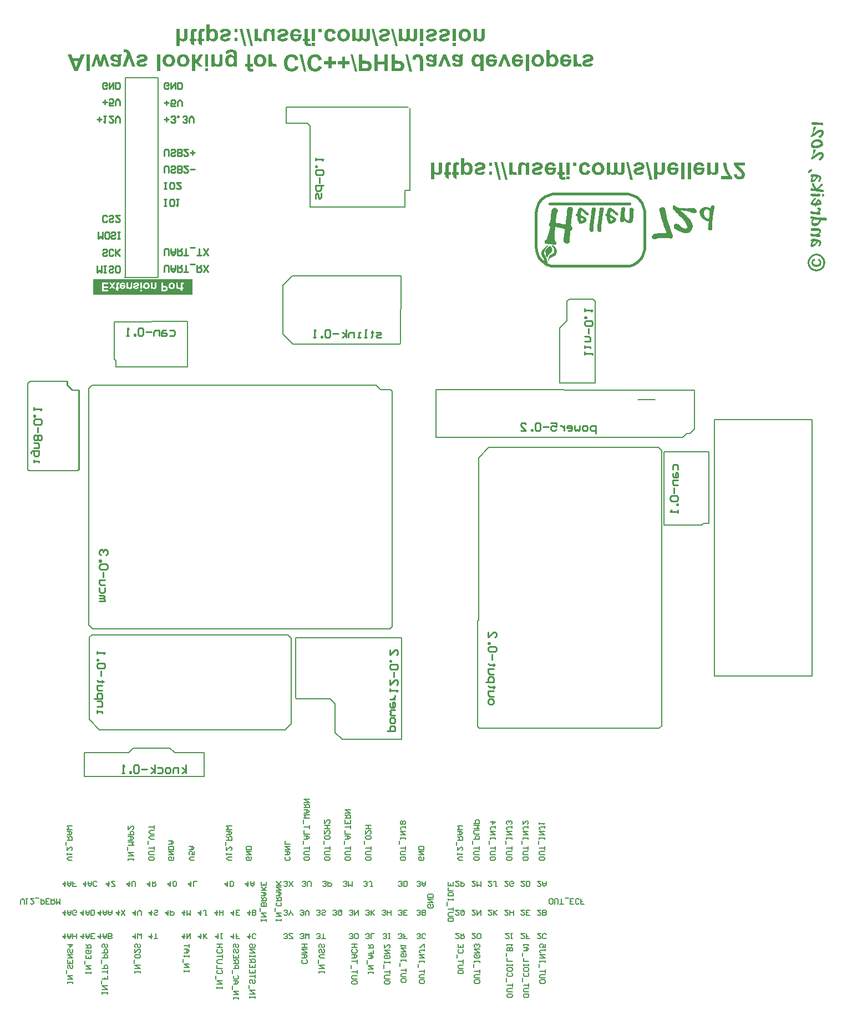
<source format=gbo>
G75*
G70*
%OFA0B0*%
%FSLAX25Y25*%
%IPPOS*%
%LPD*%
%AMOC8*
5,1,8,0,0,1.08239X$1,22.5*
%
%ADD120C,0.00669*%
%ADD194C,0.00787*%
%ADD198C,0.00945*%
%ADD246C,0.01000*%
%ADD269C,0.01575*%
X0000000Y0000000D02*
G01*
G75*
G36*
X0222693Y0616269D02*
X0222985Y0616239D01*
X0223247Y0616192D01*
X0223477Y0616146D01*
X0223662Y0616100D01*
X0223800Y0616054D01*
X0223892Y0616023D01*
X0223923Y0616008D01*
X0223754Y0614502D01*
X0223569Y0614563D01*
X0223416Y0614609D01*
X0223277Y0614640D01*
X0223170Y0614655D01*
X0223078Y0614671D01*
X0223016Y0614686D01*
X0222970Y0614686D01*
X0222847Y0614671D01*
X0222739Y0614640D01*
X0222678Y0614609D01*
X0222647Y0614594D01*
X0222570Y0614517D01*
X0222509Y0614440D01*
X0222478Y0614379D01*
X0222478Y0614348D01*
X0222478Y0614317D01*
X0222463Y0614256D01*
X0222463Y0614118D01*
X0222463Y0613948D01*
X0222447Y0613764D01*
X0222447Y0613595D01*
X0222447Y0613441D01*
X0222447Y0613380D01*
X0222447Y0613334D01*
X0222447Y0613318D01*
X0222447Y0613303D01*
X0222447Y0610321D01*
X0223769Y0610321D01*
X0223769Y0608784D01*
X0222447Y0608784D01*
X0222447Y0606202D01*
X0220511Y0607339D01*
X0220511Y0608784D01*
X0219619Y0608784D01*
X0219619Y0610321D01*
X0220511Y0610321D01*
X0220511Y0613533D01*
X0220511Y0613718D01*
X0220511Y0613887D01*
X0220526Y0614179D01*
X0220526Y0614425D01*
X0220542Y0614609D01*
X0220557Y0614732D01*
X0220557Y0614825D01*
X0220572Y0614886D01*
X0220572Y0614901D01*
X0220603Y0615070D01*
X0220634Y0615224D01*
X0220680Y0615347D01*
X0220726Y0615470D01*
X0220772Y0615547D01*
X0220803Y0615624D01*
X0220818Y0615655D01*
X0220834Y0615670D01*
X0220910Y0615762D01*
X0221018Y0615854D01*
X0221218Y0615993D01*
X0221310Y0616054D01*
X0221387Y0616085D01*
X0221433Y0616100D01*
X0221448Y0616116D01*
X0221602Y0616177D01*
X0221771Y0616208D01*
X0221925Y0616239D01*
X0222078Y0616269D01*
X0222201Y0616269D01*
X0222294Y0616285D01*
X0222386Y0616285D01*
X0222693Y0616269D01*
D02*
G37*
G36*
X0218005Y0616269D02*
X0218298Y0616239D01*
X0218559Y0616192D01*
X0218789Y0616146D01*
X0218974Y0616100D01*
X0219112Y0616054D01*
X0219204Y0616023D01*
X0219235Y0616008D01*
X0219066Y0614502D01*
X0218882Y0614563D01*
X0218728Y0614609D01*
X0218590Y0614640D01*
X0218482Y0614655D01*
X0218390Y0614671D01*
X0218328Y0614686D01*
X0218282Y0614686D01*
X0218159Y0614671D01*
X0218052Y0614640D01*
X0217990Y0614609D01*
X0217959Y0614594D01*
X0217882Y0614517D01*
X0217821Y0614440D01*
X0217790Y0614379D01*
X0217790Y0614348D01*
X0217790Y0614317D01*
X0217775Y0614256D01*
X0217775Y0614118D01*
X0217775Y0613948D01*
X0217760Y0613764D01*
X0217760Y0613595D01*
X0217760Y0613441D01*
X0217760Y0613380D01*
X0217760Y0613334D01*
X0217760Y0613318D01*
X0217760Y0613303D01*
X0217760Y0610321D01*
X0219081Y0610321D01*
X0219081Y0608784D01*
X0217760Y0608784D01*
X0217760Y0606202D01*
X0215823Y0607339D01*
X0215823Y0608784D01*
X0214932Y0608784D01*
X0214932Y0610321D01*
X0215823Y0610321D01*
X0215823Y0613533D01*
X0215823Y0613718D01*
X0215823Y0613887D01*
X0215838Y0614179D01*
X0215838Y0614425D01*
X0215854Y0614609D01*
X0215869Y0614732D01*
X0215869Y0614825D01*
X0215884Y0614886D01*
X0215884Y0614901D01*
X0215915Y0615070D01*
X0215946Y0615224D01*
X0215992Y0615347D01*
X0216038Y0615470D01*
X0216084Y0615547D01*
X0216115Y0615624D01*
X0216130Y0615655D01*
X0216146Y0615670D01*
X0216223Y0615762D01*
X0216330Y0615854D01*
X0216530Y0615993D01*
X0216622Y0616054D01*
X0216699Y0616085D01*
X0216745Y0616100D01*
X0216760Y0616116D01*
X0216914Y0616177D01*
X0217083Y0616208D01*
X0217237Y0616239D01*
X0217391Y0616269D01*
X0217514Y0616269D01*
X0217606Y0616285D01*
X0217698Y0616285D01*
X0218005Y0616269D01*
D02*
G37*
G36*
X0294379Y0614164D02*
X0292442Y0614164D01*
X0292442Y0616100D01*
X0294379Y0616100D01*
X0294379Y0614164D01*
D02*
G37*
G36*
X0243858Y0614164D02*
X0241921Y0614164D01*
X0241921Y0616100D01*
X0243858Y0616100D01*
X0243858Y0614164D01*
D02*
G37*
G36*
X0279409Y0616254D02*
X0279793Y0616192D01*
X0280131Y0616116D01*
X0280423Y0616008D01*
X0280654Y0615901D01*
X0280761Y0615854D01*
X0280838Y0615824D01*
X0280900Y0615777D01*
X0280946Y0615762D01*
X0280961Y0615731D01*
X0280976Y0615731D01*
X0281253Y0615501D01*
X0281499Y0615240D01*
X0281699Y0614978D01*
X0281868Y0614717D01*
X0281991Y0614487D01*
X0282052Y0614379D01*
X0282083Y0614287D01*
X0282114Y0614225D01*
X0282144Y0614164D01*
X0282160Y0614133D01*
X0282160Y0614118D01*
X0280239Y0613795D01*
X0280177Y0613995D01*
X0280100Y0614148D01*
X0280008Y0614287D01*
X0279931Y0614394D01*
X0279870Y0614487D01*
X0279808Y0614548D01*
X0279778Y0614579D01*
X0279762Y0614594D01*
X0279639Y0614671D01*
X0279516Y0614732D01*
X0279378Y0614779D01*
X0279270Y0614809D01*
X0279163Y0614825D01*
X0279070Y0614840D01*
X0278994Y0614840D01*
X0278763Y0614825D01*
X0278548Y0614763D01*
X0278348Y0614686D01*
X0278194Y0614594D01*
X0278056Y0614517D01*
X0277964Y0614440D01*
X0277902Y0614379D01*
X0277887Y0614363D01*
X0277733Y0614164D01*
X0277626Y0613948D01*
X0277549Y0613733D01*
X0277487Y0613503D01*
X0277457Y0613318D01*
X0277441Y0613149D01*
X0277426Y0613088D01*
X0277426Y0613042D01*
X0277426Y0613026D01*
X0277426Y0613011D01*
X0282267Y0613011D01*
X0282267Y0612611D01*
X0282237Y0612227D01*
X0282191Y0611889D01*
X0282144Y0611566D01*
X0282068Y0611274D01*
X0281991Y0610997D01*
X0281914Y0610752D01*
X0281822Y0610536D01*
X0281745Y0610337D01*
X0281653Y0610183D01*
X0281576Y0610044D01*
X0281514Y0609922D01*
X0281453Y0609829D01*
X0281407Y0609768D01*
X0281376Y0609737D01*
X0281361Y0609722D01*
X0281176Y0609522D01*
X0280976Y0609368D01*
X0280777Y0609214D01*
X0280561Y0609092D01*
X0280346Y0608984D01*
X0280131Y0608892D01*
X0279916Y0608830D01*
X0279716Y0608769D01*
X0279532Y0608723D01*
X0279347Y0608692D01*
X0279193Y0608661D01*
X0279055Y0608646D01*
X0278932Y0608631D01*
X0278779Y0608631D01*
X0278517Y0608646D01*
X0278256Y0608677D01*
X0278025Y0608723D01*
X0277795Y0608800D01*
X0277580Y0608876D01*
X0277380Y0608953D01*
X0277211Y0609061D01*
X0277042Y0609153D01*
X0276888Y0609245D01*
X0276765Y0609338D01*
X0276642Y0609430D01*
X0276550Y0609507D01*
X0276473Y0609583D01*
X0276427Y0609629D01*
X0276396Y0609660D01*
X0276381Y0609676D01*
X0276212Y0609875D01*
X0276073Y0610091D01*
X0275950Y0610321D01*
X0275843Y0610552D01*
X0275751Y0610798D01*
X0275674Y0611028D01*
X0275566Y0611489D01*
X0275520Y0611689D01*
X0275489Y0611889D01*
X0275474Y0612073D01*
X0275459Y0612212D01*
X0275443Y0612350D01*
X0275443Y0612442D01*
X0275443Y0612504D01*
X0275443Y0612519D01*
X0275459Y0612796D01*
X0275474Y0613057D01*
X0275551Y0613549D01*
X0275612Y0613779D01*
X0275674Y0613979D01*
X0275735Y0614179D01*
X0275797Y0614348D01*
X0275858Y0614502D01*
X0275920Y0614640D01*
X0275981Y0614763D01*
X0276043Y0614855D01*
X0276089Y0614932D01*
X0276119Y0614994D01*
X0276150Y0615024D01*
X0276150Y0615040D01*
X0276335Y0615255D01*
X0276535Y0615455D01*
X0276750Y0615624D01*
X0276980Y0615762D01*
X0277211Y0615885D01*
X0277457Y0615977D01*
X0277687Y0616070D01*
X0277918Y0616131D01*
X0278133Y0616177D01*
X0278333Y0616223D01*
X0278502Y0616239D01*
X0278671Y0616269D01*
X0278794Y0616269D01*
X0278901Y0616285D01*
X0278978Y0616285D01*
X0279409Y0616254D01*
D02*
G37*
G36*
X0299712Y0616269D02*
X0299958Y0616254D01*
X0300404Y0616177D01*
X0300604Y0616131D01*
X0300788Y0616070D01*
X0300957Y0616008D01*
X0301111Y0615947D01*
X0301234Y0615885D01*
X0301357Y0615839D01*
X0301465Y0615777D01*
X0301541Y0615731D01*
X0301603Y0615685D01*
X0301664Y0615655D01*
X0301680Y0615624D01*
X0301695Y0615624D01*
X0301849Y0615485D01*
X0301987Y0615347D01*
X0302233Y0615040D01*
X0302433Y0614702D01*
X0302587Y0614379D01*
X0302710Y0614087D01*
X0302756Y0613964D01*
X0302786Y0613856D01*
X0302817Y0613764D01*
X0302833Y0613703D01*
X0302848Y0613657D01*
X0302848Y0613641D01*
X0300942Y0613318D01*
X0300881Y0613580D01*
X0300804Y0613810D01*
X0300711Y0613995D01*
X0300635Y0614148D01*
X0300558Y0614256D01*
X0300496Y0614333D01*
X0300450Y0614379D01*
X0300435Y0614394D01*
X0300296Y0614502D01*
X0300143Y0614579D01*
X0299989Y0614625D01*
X0299851Y0614655D01*
X0299728Y0614686D01*
X0299620Y0614702D01*
X0299528Y0614702D01*
X0299267Y0614686D01*
X0299036Y0614625D01*
X0298836Y0614533D01*
X0298667Y0614440D01*
X0298529Y0614348D01*
X0298437Y0614256D01*
X0298375Y0614194D01*
X0298360Y0614179D01*
X0298283Y0614072D01*
X0298221Y0613948D01*
X0298114Y0613657D01*
X0298037Y0613365D01*
X0297991Y0613057D01*
X0297960Y0612780D01*
X0297945Y0612657D01*
X0297930Y0612550D01*
X0297930Y0612458D01*
X0297930Y0612396D01*
X0297930Y0612350D01*
X0297930Y0612335D01*
X0297930Y0612119D01*
X0297945Y0611920D01*
X0297991Y0611582D01*
X0298068Y0611290D01*
X0298145Y0611059D01*
X0298221Y0610875D01*
X0298298Y0610752D01*
X0298344Y0610690D01*
X0298360Y0610659D01*
X0298529Y0610490D01*
X0298729Y0610367D01*
X0298913Y0610275D01*
X0299098Y0610214D01*
X0299267Y0610183D01*
X0299390Y0610152D01*
X0299513Y0610152D01*
X0299712Y0610168D01*
X0299882Y0610198D01*
X0300035Y0610244D01*
X0300173Y0610290D01*
X0300266Y0610352D01*
X0300343Y0610398D01*
X0300389Y0610429D01*
X0300404Y0610444D01*
X0300527Y0610567D01*
X0300619Y0610705D01*
X0300696Y0610844D01*
X0300758Y0610982D01*
X0300804Y0611105D01*
X0300834Y0611197D01*
X0300850Y0611259D01*
X0300850Y0611290D01*
X0302756Y0610951D01*
X0302602Y0610536D01*
X0302433Y0610183D01*
X0302233Y0609891D01*
X0302049Y0609645D01*
X0301880Y0609460D01*
X0301741Y0609322D01*
X0301634Y0609245D01*
X0301618Y0609214D01*
X0301603Y0609214D01*
X0301280Y0609015D01*
X0300942Y0608876D01*
X0300588Y0608769D01*
X0300250Y0608707D01*
X0299943Y0608661D01*
X0299820Y0608646D01*
X0299697Y0608646D01*
X0299605Y0608631D01*
X0299482Y0608631D01*
X0299190Y0608646D01*
X0298898Y0608677D01*
X0298637Y0608723D01*
X0298391Y0608784D01*
X0298160Y0608861D01*
X0297945Y0608953D01*
X0297760Y0609046D01*
X0297576Y0609138D01*
X0297422Y0609230D01*
X0297284Y0609322D01*
X0297176Y0609414D01*
X0297069Y0609491D01*
X0296992Y0609553D01*
X0296946Y0609599D01*
X0296915Y0609629D01*
X0296900Y0609645D01*
X0296731Y0609845D01*
X0296592Y0610060D01*
X0296454Y0610275D01*
X0296346Y0610521D01*
X0296254Y0610752D01*
X0296177Y0610982D01*
X0296070Y0611443D01*
X0296024Y0611643D01*
X0295993Y0611843D01*
X0295977Y0612027D01*
X0295962Y0612166D01*
X0295947Y0612304D01*
X0295947Y0612396D01*
X0295947Y0612458D01*
X0295947Y0612473D01*
X0295962Y0612796D01*
X0295993Y0613103D01*
X0296039Y0613395D01*
X0296100Y0613672D01*
X0296162Y0613918D01*
X0296254Y0614148D01*
X0296331Y0614363D01*
X0296423Y0614548D01*
X0296515Y0614717D01*
X0296592Y0614871D01*
X0296685Y0614994D01*
X0296746Y0615101D01*
X0296808Y0615178D01*
X0296854Y0615240D01*
X0296884Y0615270D01*
X0296900Y0615286D01*
X0297084Y0615455D01*
X0297284Y0615609D01*
X0297484Y0615747D01*
X0297699Y0615870D01*
X0297914Y0615962D01*
X0298129Y0616039D01*
X0298529Y0616162D01*
X0298729Y0616208D01*
X0298898Y0616239D01*
X0299051Y0616254D01*
X0299190Y0616269D01*
X0299297Y0616285D01*
X0299451Y0616285D01*
X0299712Y0616269D01*
D02*
G37*
G36*
X0392301Y0611566D02*
X0392301Y0611274D01*
X0392286Y0611013D01*
X0392271Y0610782D01*
X0392255Y0610598D01*
X0392224Y0610460D01*
X0392209Y0610352D01*
X0392194Y0610290D01*
X0392194Y0610275D01*
X0392148Y0610106D01*
X0392086Y0609952D01*
X0392025Y0609814D01*
X0391963Y0609691D01*
X0391902Y0609599D01*
X0391856Y0609522D01*
X0391825Y0609476D01*
X0391810Y0609460D01*
X0391702Y0609322D01*
X0391564Y0609215D01*
X0391441Y0609107D01*
X0391302Y0609015D01*
X0391195Y0608953D01*
X0391102Y0608907D01*
X0391041Y0608876D01*
X0391010Y0608861D01*
X0390810Y0608784D01*
X0390611Y0608723D01*
X0390411Y0608692D01*
X0390226Y0608661D01*
X0390073Y0608646D01*
X0389950Y0608631D01*
X0389842Y0608631D01*
X0389581Y0608646D01*
X0389319Y0608677D01*
X0389089Y0608738D01*
X0388858Y0608815D01*
X0388643Y0608922D01*
X0388443Y0609015D01*
X0388274Y0609138D01*
X0388105Y0609245D01*
X0387952Y0609353D01*
X0387829Y0609476D01*
X0387706Y0609568D01*
X0387613Y0609660D01*
X0387537Y0609753D01*
X0387491Y0609814D01*
X0387460Y0609845D01*
X0387444Y0609860D01*
X0387444Y0608784D01*
X0385646Y0608784D01*
X0385646Y0616100D01*
X0387583Y0616100D01*
X0387583Y0612796D01*
X0387583Y0612581D01*
X0387583Y0612365D01*
X0387598Y0612181D01*
X0387598Y0612012D01*
X0387613Y0611858D01*
X0387629Y0611720D01*
X0387644Y0611597D01*
X0387660Y0611489D01*
X0387675Y0611320D01*
X0387706Y0611213D01*
X0387721Y0611136D01*
X0387721Y0611120D01*
X0387783Y0610951D01*
X0387875Y0610813D01*
X0387967Y0610690D01*
X0388044Y0610582D01*
X0388136Y0610490D01*
X0388197Y0610429D01*
X0388244Y0610398D01*
X0388259Y0610383D01*
X0388413Y0610290D01*
X0388566Y0610229D01*
X0388720Y0610168D01*
X0388858Y0610137D01*
X0388981Y0610121D01*
X0389074Y0610106D01*
X0389166Y0610106D01*
X0389304Y0610121D01*
X0389427Y0610137D01*
X0389550Y0610168D01*
X0389642Y0610198D01*
X0389719Y0610244D01*
X0389781Y0610275D01*
X0389811Y0610290D01*
X0389827Y0610306D01*
X0390011Y0610475D01*
X0390134Y0610659D01*
X0390180Y0610736D01*
X0390211Y0610798D01*
X0390226Y0610844D01*
X0390226Y0610859D01*
X0390257Y0610936D01*
X0390272Y0611028D01*
X0390303Y0611243D01*
X0390334Y0611489D01*
X0390349Y0611751D01*
X0390365Y0611981D01*
X0390365Y0612089D01*
X0390365Y0612196D01*
X0390365Y0612273D01*
X0390365Y0612335D01*
X0390365Y0612365D01*
X0390365Y0612381D01*
X0390365Y0616100D01*
X0392301Y0616100D01*
X0392301Y0611566D01*
D02*
G37*
G36*
X0351632Y0611443D02*
X0351617Y0611074D01*
X0351602Y0610767D01*
X0351571Y0610506D01*
X0351540Y0610290D01*
X0351494Y0610121D01*
X0351463Y0610014D01*
X0351448Y0609937D01*
X0351432Y0609922D01*
X0351325Y0609706D01*
X0351186Y0609507D01*
X0351048Y0609338D01*
X0350910Y0609215D01*
X0350787Y0609107D01*
X0350679Y0609030D01*
X0350618Y0608984D01*
X0350587Y0608969D01*
X0350372Y0608861D01*
X0350141Y0608769D01*
X0349911Y0608707D01*
X0349711Y0608677D01*
X0349511Y0608646D01*
X0349373Y0608631D01*
X0349235Y0608631D01*
X0349004Y0608646D01*
X0348789Y0608677D01*
X0348574Y0608723D01*
X0348405Y0608769D01*
X0348251Y0608830D01*
X0348128Y0608876D01*
X0348066Y0608907D01*
X0348036Y0608922D01*
X0347836Y0609046D01*
X0347636Y0609184D01*
X0347467Y0609322D01*
X0347313Y0609476D01*
X0347190Y0609599D01*
X0347083Y0609706D01*
X0347021Y0609768D01*
X0347006Y0609799D01*
X0346868Y0609599D01*
X0346729Y0609414D01*
X0346591Y0609261D01*
X0346453Y0609138D01*
X0346330Y0609046D01*
X0346237Y0608984D01*
X0346176Y0608938D01*
X0346145Y0608922D01*
X0345945Y0608830D01*
X0345746Y0608753D01*
X0345546Y0608707D01*
X0345346Y0608661D01*
X0345177Y0608646D01*
X0345054Y0608631D01*
X0344931Y0608631D01*
X0344685Y0608646D01*
X0344455Y0608677D01*
X0344224Y0608738D01*
X0344024Y0608815D01*
X0343624Y0608999D01*
X0343455Y0609092D01*
X0343302Y0609199D01*
X0343148Y0609307D01*
X0343025Y0609414D01*
X0342917Y0609522D01*
X0342825Y0609599D01*
X0342748Y0609676D01*
X0342702Y0609737D01*
X0342672Y0609768D01*
X0342656Y0609783D01*
X0342656Y0608784D01*
X0340873Y0608784D01*
X0340873Y0616100D01*
X0342810Y0616100D01*
X0342810Y0612550D01*
X0342810Y0612181D01*
X0342841Y0611874D01*
X0342856Y0611612D01*
X0342887Y0611412D01*
X0342917Y0611259D01*
X0342933Y0611151D01*
X0342964Y0611074D01*
X0342964Y0611059D01*
X0343025Y0610890D01*
X0343102Y0610752D01*
X0343194Y0610629D01*
X0343271Y0610536D01*
X0343348Y0610460D01*
X0343409Y0610398D01*
X0343455Y0610367D01*
X0343471Y0610352D01*
X0343609Y0610275D01*
X0343747Y0610214D01*
X0343886Y0610168D01*
X0344009Y0610137D01*
X0344116Y0610121D01*
X0344209Y0610106D01*
X0344424Y0610106D01*
X0344531Y0610137D01*
X0344639Y0610152D01*
X0344716Y0610183D01*
X0344777Y0610214D01*
X0344823Y0610229D01*
X0344854Y0610260D01*
X0344869Y0610260D01*
X0345008Y0610398D01*
X0345115Y0610552D01*
X0345146Y0610613D01*
X0345177Y0610675D01*
X0345192Y0610706D01*
X0345192Y0610721D01*
X0345208Y0610782D01*
X0345223Y0610875D01*
X0345254Y0611059D01*
X0345269Y0611290D01*
X0345285Y0611520D01*
X0345300Y0611751D01*
X0345300Y0611935D01*
X0345300Y0611997D01*
X0345300Y0612058D01*
X0345300Y0612089D01*
X0345300Y0612104D01*
X0345300Y0616100D01*
X0347236Y0616100D01*
X0347236Y0612596D01*
X0347236Y0612243D01*
X0347267Y0611920D01*
X0347283Y0611674D01*
X0347313Y0611459D01*
X0347344Y0611290D01*
X0347359Y0611182D01*
X0347390Y0611105D01*
X0347390Y0611090D01*
X0347452Y0610921D01*
X0347529Y0610782D01*
X0347621Y0610644D01*
X0347698Y0610552D01*
X0347774Y0610475D01*
X0347836Y0610413D01*
X0347882Y0610383D01*
X0347897Y0610367D01*
X0348036Y0610275D01*
X0348174Y0610214D01*
X0348297Y0610168D01*
X0348420Y0610137D01*
X0348528Y0610121D01*
X0348604Y0610106D01*
X0348666Y0610106D01*
X0348866Y0610121D01*
X0349035Y0610168D01*
X0349173Y0610244D01*
X0349296Y0610306D01*
X0349373Y0610383D01*
X0349450Y0610460D01*
X0349481Y0610506D01*
X0349496Y0610521D01*
X0349527Y0610582D01*
X0349557Y0610675D01*
X0349619Y0610875D01*
X0349650Y0611105D01*
X0349665Y0611351D01*
X0349680Y0611566D01*
X0349696Y0611766D01*
X0349696Y0611828D01*
X0349696Y0611889D01*
X0349696Y0611920D01*
X0349696Y0611935D01*
X0349696Y0616100D01*
X0351632Y0616100D01*
X0351632Y0611443D01*
D02*
G37*
G36*
X0323428Y0611443D02*
X0323413Y0611074D01*
X0323398Y0610767D01*
X0323367Y0610506D01*
X0323336Y0610290D01*
X0323290Y0610121D01*
X0323259Y0610014D01*
X0323244Y0609937D01*
X0323229Y0609922D01*
X0323121Y0609706D01*
X0322983Y0609507D01*
X0322844Y0609338D01*
X0322706Y0609215D01*
X0322583Y0609107D01*
X0322475Y0609030D01*
X0322414Y0608984D01*
X0322383Y0608969D01*
X0322168Y0608861D01*
X0321937Y0608769D01*
X0321707Y0608707D01*
X0321507Y0608677D01*
X0321307Y0608646D01*
X0321169Y0608631D01*
X0321031Y0608631D01*
X0320800Y0608646D01*
X0320585Y0608677D01*
X0320370Y0608723D01*
X0320201Y0608769D01*
X0320047Y0608830D01*
X0319924Y0608876D01*
X0319863Y0608907D01*
X0319832Y0608922D01*
X0319632Y0609046D01*
X0319432Y0609184D01*
X0319263Y0609322D01*
X0319109Y0609476D01*
X0318986Y0609599D01*
X0318879Y0609706D01*
X0318817Y0609768D01*
X0318802Y0609799D01*
X0318664Y0609599D01*
X0318525Y0609414D01*
X0318387Y0609261D01*
X0318249Y0609138D01*
X0318126Y0609046D01*
X0318033Y0608984D01*
X0317972Y0608938D01*
X0317941Y0608922D01*
X0317741Y0608830D01*
X0317542Y0608753D01*
X0317342Y0608707D01*
X0317142Y0608661D01*
X0316973Y0608646D01*
X0316850Y0608631D01*
X0316727Y0608631D01*
X0316481Y0608646D01*
X0316250Y0608677D01*
X0316020Y0608738D01*
X0315820Y0608815D01*
X0315421Y0608999D01*
X0315251Y0609092D01*
X0315098Y0609199D01*
X0314944Y0609307D01*
X0314821Y0609414D01*
X0314714Y0609522D01*
X0314621Y0609599D01*
X0314545Y0609676D01*
X0314498Y0609737D01*
X0314468Y0609768D01*
X0314452Y0609783D01*
X0314452Y0608784D01*
X0312669Y0608784D01*
X0312669Y0616100D01*
X0314606Y0616100D01*
X0314606Y0612550D01*
X0314606Y0612181D01*
X0314637Y0611874D01*
X0314652Y0611612D01*
X0314683Y0611412D01*
X0314714Y0611259D01*
X0314729Y0611151D01*
X0314760Y0611074D01*
X0314760Y0611059D01*
X0314821Y0610890D01*
X0314898Y0610752D01*
X0314990Y0610629D01*
X0315067Y0610536D01*
X0315144Y0610460D01*
X0315205Y0610398D01*
X0315251Y0610367D01*
X0315267Y0610352D01*
X0315405Y0610275D01*
X0315544Y0610214D01*
X0315682Y0610168D01*
X0315805Y0610137D01*
X0315912Y0610121D01*
X0316005Y0610106D01*
X0316220Y0610106D01*
X0316327Y0610137D01*
X0316435Y0610152D01*
X0316512Y0610183D01*
X0316573Y0610214D01*
X0316619Y0610229D01*
X0316650Y0610260D01*
X0316666Y0610260D01*
X0316804Y0610398D01*
X0316911Y0610552D01*
X0316942Y0610613D01*
X0316973Y0610675D01*
X0316988Y0610706D01*
X0316988Y0610721D01*
X0317004Y0610782D01*
X0317019Y0610875D01*
X0317050Y0611059D01*
X0317065Y0611290D01*
X0317080Y0611520D01*
X0317096Y0611751D01*
X0317096Y0611935D01*
X0317096Y0611997D01*
X0317096Y0612058D01*
X0317096Y0612089D01*
X0317096Y0612104D01*
X0317096Y0616100D01*
X0319033Y0616100D01*
X0319033Y0612596D01*
X0319033Y0612243D01*
X0319063Y0611920D01*
X0319079Y0611674D01*
X0319109Y0611459D01*
X0319140Y0611290D01*
X0319156Y0611182D01*
X0319186Y0611105D01*
X0319186Y0611090D01*
X0319248Y0610921D01*
X0319324Y0610782D01*
X0319417Y0610644D01*
X0319494Y0610552D01*
X0319570Y0610475D01*
X0319632Y0610413D01*
X0319678Y0610383D01*
X0319693Y0610367D01*
X0319832Y0610275D01*
X0319970Y0610214D01*
X0320093Y0610168D01*
X0320216Y0610137D01*
X0320324Y0610121D01*
X0320400Y0610106D01*
X0320462Y0610106D01*
X0320662Y0610121D01*
X0320831Y0610168D01*
X0320969Y0610244D01*
X0321092Y0610306D01*
X0321169Y0610383D01*
X0321246Y0610460D01*
X0321276Y0610506D01*
X0321292Y0610521D01*
X0321323Y0610582D01*
X0321353Y0610675D01*
X0321415Y0610875D01*
X0321446Y0611105D01*
X0321461Y0611351D01*
X0321476Y0611566D01*
X0321492Y0611766D01*
X0321492Y0611828D01*
X0321492Y0611889D01*
X0321492Y0611920D01*
X0321492Y0611935D01*
X0321492Y0616100D01*
X0323428Y0616100D01*
X0323428Y0611443D01*
D02*
G37*
G36*
X0213748Y0611828D02*
X0213748Y0611489D01*
X0213733Y0611182D01*
X0213717Y0610936D01*
X0213702Y0610736D01*
X0213671Y0610582D01*
X0213656Y0610475D01*
X0213640Y0610398D01*
X0213640Y0610383D01*
X0213594Y0610214D01*
X0213548Y0610044D01*
X0213487Y0609906D01*
X0213425Y0609768D01*
X0213364Y0609676D01*
X0213318Y0609583D01*
X0213287Y0609537D01*
X0213271Y0609522D01*
X0213164Y0609384D01*
X0213026Y0609261D01*
X0212887Y0609153D01*
X0212764Y0609061D01*
X0212641Y0608984D01*
X0212549Y0608938D01*
X0212488Y0608907D01*
X0212457Y0608892D01*
X0212257Y0608800D01*
X0212057Y0608738D01*
X0211842Y0608692D01*
X0211658Y0608661D01*
X0211504Y0608646D01*
X0211366Y0608631D01*
X0211258Y0608631D01*
X0211028Y0608646D01*
X0210797Y0608677D01*
X0210582Y0608738D01*
X0210367Y0608800D01*
X0209998Y0608984D01*
X0209675Y0609184D01*
X0209521Y0609291D01*
X0209398Y0609384D01*
X0209306Y0609476D01*
X0209214Y0609568D01*
X0209137Y0609629D01*
X0209091Y0609691D01*
X0209060Y0609722D01*
X0209045Y0609737D01*
X0209045Y0606002D01*
X0207108Y0606002D01*
X0207108Y0616100D01*
X0209045Y0616100D01*
X0209045Y0612442D01*
X0209060Y0612119D01*
X0209075Y0611843D01*
X0209106Y0611597D01*
X0209137Y0611397D01*
X0209168Y0611259D01*
X0209183Y0611151D01*
X0209214Y0611074D01*
X0209214Y0611059D01*
X0209291Y0610890D01*
X0209367Y0610752D01*
X0209460Y0610629D01*
X0209552Y0610521D01*
X0209629Y0610444D01*
X0209690Y0610398D01*
X0209736Y0610367D01*
X0209752Y0610352D01*
X0209906Y0610275D01*
X0210044Y0610214D01*
X0210197Y0610168D01*
X0210320Y0610137D01*
X0210443Y0610121D01*
X0210536Y0610106D01*
X0210766Y0610106D01*
X0210889Y0610137D01*
X0211012Y0610168D01*
X0211120Y0610198D01*
X0211197Y0610229D01*
X0211258Y0610260D01*
X0211289Y0610275D01*
X0211304Y0610290D01*
X0211396Y0610367D01*
X0211489Y0610444D01*
X0211596Y0610613D01*
X0211642Y0610690D01*
X0211673Y0610736D01*
X0211688Y0610782D01*
X0211688Y0610798D01*
X0211704Y0610859D01*
X0211735Y0610951D01*
X0211765Y0611151D01*
X0211781Y0611382D01*
X0211796Y0611628D01*
X0211811Y0611858D01*
X0211811Y0612058D01*
X0211811Y0612135D01*
X0211811Y0612196D01*
X0211811Y0612227D01*
X0211811Y0612242D01*
X0211811Y0616100D01*
X0213748Y0616100D01*
X0213748Y0611828D01*
D02*
G37*
G36*
X0375087Y0608784D02*
X0373150Y0608784D01*
X0373150Y0616100D01*
X0375087Y0616100D01*
X0375087Y0608784D01*
D02*
G37*
G36*
X0355490Y0608784D02*
X0353554Y0608784D01*
X0353554Y0616100D01*
X0355490Y0616100D01*
X0355490Y0608784D01*
D02*
G37*
G36*
X0290475Y0608784D02*
X0288538Y0608784D01*
X0288538Y0616100D01*
X0290475Y0616100D01*
X0290475Y0608784D01*
D02*
G37*
G36*
X0262210Y0616269D02*
X0262471Y0616239D01*
X0262702Y0616177D01*
X0262901Y0616116D01*
X0263070Y0616054D01*
X0263209Y0615993D01*
X0263285Y0615962D01*
X0263316Y0615947D01*
X0263547Y0615808D01*
X0263762Y0615655D01*
X0263946Y0615501D01*
X0264100Y0615347D01*
X0264223Y0615209D01*
X0264300Y0615101D01*
X0264361Y0615040D01*
X0264377Y0615009D01*
X0264377Y0616100D01*
X0266175Y0616100D01*
X0266175Y0608784D01*
X0264239Y0608784D01*
X0264239Y0611889D01*
X0264239Y0612166D01*
X0264239Y0612427D01*
X0264223Y0612657D01*
X0264208Y0612857D01*
X0264208Y0613042D01*
X0264192Y0613211D01*
X0264177Y0613349D01*
X0264162Y0613472D01*
X0264146Y0613564D01*
X0264131Y0613657D01*
X0264116Y0613733D01*
X0264116Y0613779D01*
X0264085Y0613856D01*
X0264085Y0613872D01*
X0264023Y0614010D01*
X0263946Y0614148D01*
X0263854Y0614256D01*
X0263762Y0614363D01*
X0263685Y0614440D01*
X0263608Y0614502D01*
X0263562Y0614533D01*
X0263547Y0614548D01*
X0263393Y0614640D01*
X0263255Y0614702D01*
X0263101Y0614748D01*
X0262963Y0614779D01*
X0262840Y0614794D01*
X0262748Y0614809D01*
X0262671Y0614809D01*
X0262517Y0614794D01*
X0262379Y0614779D01*
X0262256Y0614748D01*
X0262148Y0614702D01*
X0262071Y0614671D01*
X0261994Y0614640D01*
X0261964Y0614625D01*
X0261948Y0614609D01*
X0261856Y0614533D01*
X0261779Y0614440D01*
X0261656Y0614271D01*
X0261610Y0614194D01*
X0261579Y0614133D01*
X0261564Y0614087D01*
X0261564Y0614072D01*
X0261549Y0613995D01*
X0261533Y0613887D01*
X0261518Y0613764D01*
X0261518Y0613626D01*
X0261487Y0613318D01*
X0261487Y0612980D01*
X0261472Y0612673D01*
X0261472Y0612535D01*
X0261472Y0612411D01*
X0261472Y0612304D01*
X0261472Y0612227D01*
X0261472Y0612181D01*
X0261472Y0612166D01*
X0261472Y0608784D01*
X0259535Y0608784D01*
X0259535Y0613426D01*
X0259551Y0613795D01*
X0259581Y0614118D01*
X0259612Y0614394D01*
X0259658Y0614625D01*
X0259704Y0614809D01*
X0259750Y0614948D01*
X0259766Y0615024D01*
X0259781Y0615055D01*
X0259889Y0615255D01*
X0260027Y0615439D01*
X0260165Y0615593D01*
X0260304Y0615731D01*
X0260427Y0615824D01*
X0260534Y0615901D01*
X0260596Y0615947D01*
X0260627Y0615962D01*
X0260857Y0616070D01*
X0261088Y0616146D01*
X0261303Y0616208D01*
X0261503Y0616239D01*
X0261687Y0616269D01*
X0261825Y0616285D01*
X0261948Y0616285D01*
X0262210Y0616269D01*
D02*
G37*
G36*
X0243858Y0608784D02*
X0241921Y0608784D01*
X0241921Y0610721D01*
X0243858Y0610721D01*
X0243858Y0608784D01*
D02*
G37*
G36*
X0380666Y0616269D02*
X0380958Y0616239D01*
X0381235Y0616177D01*
X0381481Y0616116D01*
X0381727Y0616039D01*
X0381942Y0615947D01*
X0382142Y0615839D01*
X0382326Y0615731D01*
X0382495Y0615639D01*
X0382649Y0615532D01*
X0382772Y0615439D01*
X0382879Y0615363D01*
X0382956Y0615301D01*
X0383018Y0615240D01*
X0383049Y0615209D01*
X0383064Y0615194D01*
X0383248Y0614978D01*
X0383417Y0614763D01*
X0383556Y0614533D01*
X0383694Y0614302D01*
X0383786Y0614072D01*
X0383878Y0613841D01*
X0383955Y0613626D01*
X0384001Y0613411D01*
X0384048Y0613211D01*
X0384078Y0613026D01*
X0384109Y0612857D01*
X0384124Y0612719D01*
X0384140Y0612596D01*
X0384140Y0612519D01*
X0384140Y0612458D01*
X0384140Y0612442D01*
X0384124Y0612135D01*
X0384094Y0611858D01*
X0384048Y0611582D01*
X0383971Y0611320D01*
X0383894Y0611090D01*
X0383802Y0610859D01*
X0383710Y0610659D01*
X0383617Y0610460D01*
X0383510Y0610290D01*
X0383417Y0610152D01*
X0383325Y0610014D01*
X0383248Y0609922D01*
X0383172Y0609829D01*
X0383125Y0609768D01*
X0383095Y0609737D01*
X0383079Y0609722D01*
X0382879Y0609522D01*
X0382664Y0609368D01*
X0382434Y0609215D01*
X0382203Y0609092D01*
X0381988Y0608984D01*
X0381757Y0608892D01*
X0381542Y0608830D01*
X0381327Y0608769D01*
X0381127Y0608723D01*
X0380958Y0608692D01*
X0380789Y0608661D01*
X0380651Y0608646D01*
X0380528Y0608631D01*
X0380374Y0608631D01*
X0379975Y0608646D01*
X0379621Y0608707D01*
X0379283Y0608784D01*
X0378991Y0608861D01*
X0378760Y0608953D01*
X0378653Y0608999D01*
X0378576Y0609030D01*
X0378514Y0609061D01*
X0378468Y0609092D01*
X0378438Y0609107D01*
X0378422Y0609107D01*
X0378115Y0609307D01*
X0377853Y0609522D01*
X0377623Y0609753D01*
X0377438Y0609983D01*
X0377285Y0610183D01*
X0377177Y0610337D01*
X0377131Y0610398D01*
X0377100Y0610444D01*
X0377085Y0610475D01*
X0377085Y0610490D01*
X0376931Y0610828D01*
X0376824Y0611167D01*
X0376731Y0611474D01*
X0376685Y0611766D01*
X0376655Y0612012D01*
X0376639Y0612119D01*
X0376639Y0612196D01*
X0376624Y0612273D01*
X0376624Y0612319D01*
X0376624Y0612350D01*
X0376624Y0612365D01*
X0376639Y0612811D01*
X0376701Y0613226D01*
X0376778Y0613595D01*
X0376854Y0613902D01*
X0376901Y0614041D01*
X0376947Y0614164D01*
X0376977Y0614256D01*
X0377008Y0614348D01*
X0377039Y0614410D01*
X0377070Y0614456D01*
X0377085Y0614487D01*
X0377085Y0614502D01*
X0377285Y0614809D01*
X0377500Y0615086D01*
X0377730Y0615316D01*
X0377961Y0615501D01*
X0378161Y0615639D01*
X0378315Y0615747D01*
X0378376Y0615793D01*
X0378422Y0615824D01*
X0378453Y0615839D01*
X0378468Y0615839D01*
X0378806Y0615993D01*
X0379145Y0616100D01*
X0379467Y0616177D01*
X0379759Y0616223D01*
X0380005Y0616254D01*
X0380113Y0616269D01*
X0380205Y0616285D01*
X0380374Y0616285D01*
X0380666Y0616269D01*
D02*
G37*
G36*
X0368416Y0616269D02*
X0368708Y0616254D01*
X0368970Y0616223D01*
X0369200Y0616177D01*
X0369431Y0616116D01*
X0369631Y0616054D01*
X0369815Y0615993D01*
X0369984Y0615916D01*
X0370122Y0615854D01*
X0370245Y0615793D01*
X0370353Y0615731D01*
X0370445Y0615670D01*
X0370507Y0615624D01*
X0370568Y0615593D01*
X0370584Y0615562D01*
X0370599Y0615562D01*
X0370753Y0615424D01*
X0370876Y0615286D01*
X0370999Y0615132D01*
X0371091Y0614994D01*
X0371244Y0614702D01*
X0371337Y0614425D01*
X0371398Y0614194D01*
X0371413Y0614087D01*
X0371429Y0614010D01*
X0371444Y0613933D01*
X0371444Y0613887D01*
X0371444Y0613856D01*
X0371444Y0613841D01*
X0371413Y0613503D01*
X0371352Y0613226D01*
X0371244Y0612965D01*
X0371137Y0612765D01*
X0371029Y0612611D01*
X0370922Y0612488D01*
X0370860Y0612427D01*
X0370829Y0612396D01*
X0370706Y0612304D01*
X0370553Y0612212D01*
X0370230Y0612043D01*
X0369877Y0611889D01*
X0369523Y0611766D01*
X0369185Y0611674D01*
X0369046Y0611628D01*
X0368908Y0611597D01*
X0368816Y0611566D01*
X0368724Y0611551D01*
X0368678Y0611535D01*
X0368662Y0611535D01*
X0368386Y0611474D01*
X0368140Y0611412D01*
X0367924Y0611351D01*
X0367740Y0611305D01*
X0367571Y0611243D01*
X0367417Y0611197D01*
X0367294Y0611167D01*
X0367187Y0611120D01*
X0367094Y0611090D01*
X0367033Y0611059D01*
X0366925Y0611013D01*
X0366879Y0610997D01*
X0366864Y0610982D01*
X0366803Y0610921D01*
X0366756Y0610875D01*
X0366710Y0610752D01*
X0366680Y0610659D01*
X0366680Y0610644D01*
X0366680Y0610629D01*
X0366695Y0610536D01*
X0366710Y0610460D01*
X0366787Y0610337D01*
X0366864Y0610260D01*
X0366879Y0610229D01*
X0366895Y0610229D01*
X0367033Y0610152D01*
X0367202Y0610106D01*
X0367556Y0610044D01*
X0367725Y0610029D01*
X0367863Y0610014D01*
X0367986Y0610014D01*
X0368201Y0610029D01*
X0368386Y0610044D01*
X0368539Y0610091D01*
X0368678Y0610121D01*
X0368770Y0610168D01*
X0368847Y0610214D01*
X0368893Y0610229D01*
X0368908Y0610244D01*
X0369031Y0610337D01*
X0369123Y0610444D01*
X0369200Y0610552D01*
X0369262Y0610659D01*
X0369308Y0610752D01*
X0369338Y0610828D01*
X0369369Y0610875D01*
X0369369Y0610890D01*
X0371198Y0610552D01*
X0371075Y0610214D01*
X0370922Y0609937D01*
X0370753Y0609691D01*
X0370584Y0609491D01*
X0370430Y0609322D01*
X0370307Y0609215D01*
X0370215Y0609138D01*
X0370199Y0609122D01*
X0370184Y0609122D01*
X0370045Y0609030D01*
X0369877Y0608953D01*
X0369538Y0608830D01*
X0369154Y0608753D01*
X0368801Y0608692D01*
X0368478Y0608661D01*
X0368324Y0608646D01*
X0368201Y0608631D01*
X0367663Y0608631D01*
X0367402Y0608661D01*
X0367156Y0608692D01*
X0366925Y0608738D01*
X0366710Y0608784D01*
X0366526Y0608846D01*
X0366341Y0608892D01*
X0366188Y0608953D01*
X0366065Y0609015D01*
X0365942Y0609076D01*
X0365849Y0609138D01*
X0365757Y0609184D01*
X0365696Y0609230D01*
X0365650Y0609261D01*
X0365634Y0609276D01*
X0365619Y0609291D01*
X0365496Y0609414D01*
X0365373Y0609537D01*
X0365189Y0609814D01*
X0365066Y0610075D01*
X0364973Y0610337D01*
X0364927Y0610552D01*
X0364897Y0610736D01*
X0364881Y0610798D01*
X0364881Y0610844D01*
X0364881Y0610875D01*
X0364881Y0610890D01*
X0364897Y0611074D01*
X0364912Y0611259D01*
X0365019Y0611582D01*
X0365158Y0611874D01*
X0365312Y0612104D01*
X0365465Y0612289D01*
X0365604Y0612427D01*
X0365711Y0612504D01*
X0365727Y0612535D01*
X0365742Y0612535D01*
X0365880Y0612611D01*
X0366049Y0612704D01*
X0366249Y0612780D01*
X0366464Y0612857D01*
X0366710Y0612950D01*
X0366956Y0613026D01*
X0367463Y0613165D01*
X0367709Y0613226D01*
X0367940Y0613288D01*
X0368155Y0613334D01*
X0368339Y0613380D01*
X0368493Y0613426D01*
X0368601Y0613441D01*
X0368678Y0613472D01*
X0368708Y0613472D01*
X0368877Y0613518D01*
X0369031Y0613564D01*
X0369139Y0613610D01*
X0369231Y0613641D01*
X0369292Y0613687D01*
X0369338Y0613703D01*
X0369369Y0613733D01*
X0369446Y0613856D01*
X0369492Y0613964D01*
X0369508Y0614056D01*
X0369508Y0614087D01*
X0369508Y0614102D01*
X0369492Y0614210D01*
X0369461Y0614317D01*
X0369385Y0614487D01*
X0369323Y0614548D01*
X0369292Y0614594D01*
X0369262Y0614609D01*
X0369246Y0614625D01*
X0369093Y0614717D01*
X0368908Y0614779D01*
X0368724Y0614825D01*
X0368539Y0614855D01*
X0368386Y0614871D01*
X0368247Y0614886D01*
X0368124Y0614886D01*
X0367878Y0614871D01*
X0367678Y0614840D01*
X0367494Y0614794D01*
X0367340Y0614748D01*
X0367217Y0614702D01*
X0367141Y0614655D01*
X0367079Y0614625D01*
X0367064Y0614609D01*
X0366941Y0614487D01*
X0366833Y0614348D01*
X0366741Y0614210D01*
X0366680Y0614072D01*
X0366633Y0613948D01*
X0366603Y0613841D01*
X0366572Y0613779D01*
X0366572Y0613749D01*
X0364635Y0614041D01*
X0364758Y0614410D01*
X0364927Y0614732D01*
X0365112Y0615024D01*
X0365296Y0615255D01*
X0365465Y0615439D01*
X0365619Y0615578D01*
X0365681Y0615624D01*
X0365727Y0615655D01*
X0365742Y0615685D01*
X0365757Y0615685D01*
X0366111Y0615885D01*
X0366495Y0616039D01*
X0366895Y0616131D01*
X0367264Y0616208D01*
X0367448Y0616239D01*
X0367602Y0616254D01*
X0367755Y0616269D01*
X0367878Y0616269D01*
X0367986Y0616285D01*
X0368124Y0616285D01*
X0368416Y0616269D01*
D02*
G37*
G36*
X0360578Y0616269D02*
X0360870Y0616254D01*
X0361131Y0616223D01*
X0361362Y0616177D01*
X0361592Y0616116D01*
X0361792Y0616054D01*
X0361976Y0615993D01*
X0362145Y0615916D01*
X0362284Y0615854D01*
X0362407Y0615793D01*
X0362514Y0615731D01*
X0362606Y0615670D01*
X0362668Y0615624D01*
X0362729Y0615593D01*
X0362745Y0615562D01*
X0362760Y0615562D01*
X0362914Y0615424D01*
X0363037Y0615286D01*
X0363160Y0615132D01*
X0363252Y0614994D01*
X0363406Y0614702D01*
X0363498Y0614425D01*
X0363559Y0614194D01*
X0363575Y0614087D01*
X0363590Y0614010D01*
X0363605Y0613933D01*
X0363605Y0613887D01*
X0363605Y0613856D01*
X0363605Y0613841D01*
X0363575Y0613503D01*
X0363513Y0613226D01*
X0363406Y0612965D01*
X0363298Y0612765D01*
X0363191Y0612611D01*
X0363083Y0612488D01*
X0363021Y0612427D01*
X0362991Y0612396D01*
X0362868Y0612304D01*
X0362714Y0612212D01*
X0362391Y0612043D01*
X0362038Y0611889D01*
X0361684Y0611766D01*
X0361346Y0611674D01*
X0361208Y0611628D01*
X0361069Y0611597D01*
X0360977Y0611566D01*
X0360885Y0611551D01*
X0360839Y0611535D01*
X0360823Y0611535D01*
X0360547Y0611474D01*
X0360301Y0611412D01*
X0360086Y0611351D01*
X0359901Y0611305D01*
X0359732Y0611243D01*
X0359579Y0611197D01*
X0359456Y0611167D01*
X0359348Y0611120D01*
X0359256Y0611090D01*
X0359194Y0611059D01*
X0359087Y0611013D01*
X0359041Y0610997D01*
X0359025Y0610982D01*
X0358964Y0610921D01*
X0358918Y0610875D01*
X0358872Y0610752D01*
X0358841Y0610659D01*
X0358841Y0610644D01*
X0358841Y0610629D01*
X0358856Y0610536D01*
X0358872Y0610460D01*
X0358948Y0610337D01*
X0359025Y0610260D01*
X0359041Y0610229D01*
X0359056Y0610229D01*
X0359194Y0610152D01*
X0359363Y0610106D01*
X0359717Y0610044D01*
X0359886Y0610029D01*
X0360024Y0610014D01*
X0360147Y0610014D01*
X0360362Y0610029D01*
X0360547Y0610044D01*
X0360701Y0610091D01*
X0360839Y0610121D01*
X0360931Y0610168D01*
X0361008Y0610214D01*
X0361054Y0610229D01*
X0361069Y0610244D01*
X0361192Y0610337D01*
X0361285Y0610444D01*
X0361362Y0610552D01*
X0361423Y0610659D01*
X0361469Y0610752D01*
X0361500Y0610828D01*
X0361530Y0610875D01*
X0361530Y0610890D01*
X0363360Y0610552D01*
X0363237Y0610214D01*
X0363083Y0609937D01*
X0362914Y0609691D01*
X0362745Y0609491D01*
X0362591Y0609322D01*
X0362468Y0609215D01*
X0362376Y0609138D01*
X0362361Y0609122D01*
X0362345Y0609122D01*
X0362207Y0609030D01*
X0362038Y0608953D01*
X0361700Y0608830D01*
X0361315Y0608753D01*
X0360962Y0608692D01*
X0360639Y0608661D01*
X0360485Y0608646D01*
X0360362Y0608631D01*
X0359824Y0608631D01*
X0359563Y0608661D01*
X0359317Y0608692D01*
X0359087Y0608738D01*
X0358872Y0608784D01*
X0358687Y0608846D01*
X0358503Y0608892D01*
X0358349Y0608953D01*
X0358226Y0609015D01*
X0358103Y0609076D01*
X0358011Y0609138D01*
X0357919Y0609184D01*
X0357857Y0609230D01*
X0357811Y0609261D01*
X0357796Y0609276D01*
X0357780Y0609291D01*
X0357657Y0609414D01*
X0357534Y0609537D01*
X0357350Y0609814D01*
X0357227Y0610075D01*
X0357135Y0610337D01*
X0357089Y0610552D01*
X0357058Y0610736D01*
X0357043Y0610798D01*
X0357043Y0610844D01*
X0357043Y0610875D01*
X0357043Y0610890D01*
X0357058Y0611074D01*
X0357073Y0611259D01*
X0357181Y0611582D01*
X0357319Y0611874D01*
X0357473Y0612104D01*
X0357627Y0612289D01*
X0357765Y0612427D01*
X0357873Y0612504D01*
X0357888Y0612535D01*
X0357903Y0612535D01*
X0358042Y0612611D01*
X0358211Y0612704D01*
X0358410Y0612780D01*
X0358626Y0612857D01*
X0358872Y0612950D01*
X0359118Y0613026D01*
X0359625Y0613165D01*
X0359871Y0613226D01*
X0360101Y0613288D01*
X0360316Y0613334D01*
X0360501Y0613380D01*
X0360654Y0613426D01*
X0360762Y0613441D01*
X0360839Y0613472D01*
X0360870Y0613472D01*
X0361039Y0613518D01*
X0361192Y0613564D01*
X0361300Y0613610D01*
X0361392Y0613641D01*
X0361454Y0613687D01*
X0361500Y0613703D01*
X0361530Y0613733D01*
X0361607Y0613856D01*
X0361653Y0613964D01*
X0361669Y0614056D01*
X0361669Y0614087D01*
X0361669Y0614102D01*
X0361653Y0614210D01*
X0361623Y0614317D01*
X0361546Y0614487D01*
X0361484Y0614548D01*
X0361454Y0614594D01*
X0361423Y0614609D01*
X0361408Y0614625D01*
X0361254Y0614717D01*
X0361069Y0614779D01*
X0360885Y0614825D01*
X0360701Y0614855D01*
X0360547Y0614871D01*
X0360408Y0614886D01*
X0360286Y0614886D01*
X0360040Y0614871D01*
X0359840Y0614840D01*
X0359655Y0614794D01*
X0359502Y0614748D01*
X0359379Y0614702D01*
X0359302Y0614655D01*
X0359240Y0614625D01*
X0359225Y0614609D01*
X0359102Y0614487D01*
X0358995Y0614348D01*
X0358902Y0614210D01*
X0358841Y0614072D01*
X0358795Y0613948D01*
X0358764Y0613841D01*
X0358733Y0613779D01*
X0358733Y0613749D01*
X0356797Y0614041D01*
X0356920Y0614410D01*
X0357089Y0614732D01*
X0357273Y0615024D01*
X0357457Y0615255D01*
X0357627Y0615439D01*
X0357780Y0615578D01*
X0357842Y0615624D01*
X0357888Y0615655D01*
X0357903Y0615685D01*
X0357919Y0615685D01*
X0358272Y0615885D01*
X0358656Y0616039D01*
X0359056Y0616131D01*
X0359425Y0616208D01*
X0359609Y0616239D01*
X0359763Y0616254D01*
X0359917Y0616269D01*
X0360040Y0616269D01*
X0360147Y0616285D01*
X0360286Y0616285D01*
X0360578Y0616269D01*
D02*
G37*
G36*
X0332374Y0616269D02*
X0332666Y0616254D01*
X0332927Y0616223D01*
X0333157Y0616177D01*
X0333388Y0616116D01*
X0333588Y0616054D01*
X0333772Y0615993D01*
X0333941Y0615916D01*
X0334080Y0615854D01*
X0334203Y0615793D01*
X0334310Y0615731D01*
X0334402Y0615670D01*
X0334464Y0615624D01*
X0334525Y0615593D01*
X0334541Y0615562D01*
X0334556Y0615562D01*
X0334710Y0615424D01*
X0334833Y0615286D01*
X0334956Y0615132D01*
X0335048Y0614994D01*
X0335202Y0614702D01*
X0335294Y0614425D01*
X0335355Y0614194D01*
X0335371Y0614087D01*
X0335386Y0614010D01*
X0335402Y0613933D01*
X0335402Y0613887D01*
X0335402Y0613856D01*
X0335402Y0613841D01*
X0335371Y0613503D01*
X0335309Y0613226D01*
X0335202Y0612965D01*
X0335094Y0612765D01*
X0334987Y0612611D01*
X0334879Y0612488D01*
X0334818Y0612427D01*
X0334787Y0612396D01*
X0334664Y0612304D01*
X0334510Y0612212D01*
X0334187Y0612043D01*
X0333834Y0611889D01*
X0333480Y0611766D01*
X0333142Y0611674D01*
X0333004Y0611628D01*
X0332866Y0611597D01*
X0332773Y0611566D01*
X0332681Y0611551D01*
X0332635Y0611535D01*
X0332620Y0611535D01*
X0332343Y0611474D01*
X0332097Y0611412D01*
X0331882Y0611351D01*
X0331697Y0611305D01*
X0331528Y0611243D01*
X0331375Y0611197D01*
X0331252Y0611167D01*
X0331144Y0611120D01*
X0331052Y0611090D01*
X0330990Y0611059D01*
X0330883Y0611013D01*
X0330837Y0610997D01*
X0330821Y0610982D01*
X0330760Y0610921D01*
X0330714Y0610875D01*
X0330668Y0610752D01*
X0330637Y0610659D01*
X0330637Y0610644D01*
X0330637Y0610629D01*
X0330652Y0610536D01*
X0330668Y0610460D01*
X0330744Y0610337D01*
X0330821Y0610260D01*
X0330837Y0610229D01*
X0330852Y0610229D01*
X0330990Y0610152D01*
X0331159Y0610106D01*
X0331513Y0610044D01*
X0331682Y0610029D01*
X0331820Y0610014D01*
X0331943Y0610014D01*
X0332158Y0610029D01*
X0332343Y0610044D01*
X0332497Y0610091D01*
X0332635Y0610121D01*
X0332727Y0610168D01*
X0332804Y0610214D01*
X0332850Y0610229D01*
X0332866Y0610244D01*
X0332989Y0610337D01*
X0333081Y0610444D01*
X0333157Y0610552D01*
X0333219Y0610659D01*
X0333265Y0610752D01*
X0333296Y0610828D01*
X0333327Y0610875D01*
X0333327Y0610890D01*
X0335156Y0610552D01*
X0335033Y0610214D01*
X0334879Y0609937D01*
X0334710Y0609691D01*
X0334541Y0609491D01*
X0334387Y0609322D01*
X0334264Y0609215D01*
X0334172Y0609138D01*
X0334157Y0609122D01*
X0334141Y0609122D01*
X0334003Y0609030D01*
X0333834Y0608953D01*
X0333496Y0608830D01*
X0333111Y0608753D01*
X0332758Y0608692D01*
X0332435Y0608661D01*
X0332281Y0608646D01*
X0332158Y0608631D01*
X0331621Y0608631D01*
X0331359Y0608661D01*
X0331113Y0608692D01*
X0330883Y0608738D01*
X0330668Y0608784D01*
X0330483Y0608846D01*
X0330299Y0608892D01*
X0330145Y0608953D01*
X0330022Y0609015D01*
X0329899Y0609076D01*
X0329807Y0609138D01*
X0329715Y0609184D01*
X0329653Y0609230D01*
X0329607Y0609261D01*
X0329592Y0609276D01*
X0329576Y0609291D01*
X0329453Y0609414D01*
X0329330Y0609537D01*
X0329146Y0609814D01*
X0329023Y0610075D01*
X0328931Y0610337D01*
X0328885Y0610552D01*
X0328854Y0610736D01*
X0328839Y0610798D01*
X0328839Y0610844D01*
X0328839Y0610875D01*
X0328839Y0610890D01*
X0328854Y0611074D01*
X0328869Y0611259D01*
X0328977Y0611582D01*
X0329115Y0611874D01*
X0329269Y0612104D01*
X0329423Y0612289D01*
X0329561Y0612427D01*
X0329668Y0612504D01*
X0329684Y0612535D01*
X0329699Y0612535D01*
X0329838Y0612611D01*
X0330007Y0612704D01*
X0330206Y0612780D01*
X0330422Y0612857D01*
X0330668Y0612950D01*
X0330913Y0613026D01*
X0331421Y0613165D01*
X0331667Y0613226D01*
X0331897Y0613288D01*
X0332112Y0613334D01*
X0332297Y0613380D01*
X0332451Y0613426D01*
X0332558Y0613441D01*
X0332635Y0613472D01*
X0332666Y0613472D01*
X0332835Y0613518D01*
X0332989Y0613564D01*
X0333096Y0613610D01*
X0333188Y0613641D01*
X0333250Y0613687D01*
X0333296Y0613703D01*
X0333327Y0613733D01*
X0333403Y0613856D01*
X0333450Y0613964D01*
X0333465Y0614056D01*
X0333465Y0614087D01*
X0333465Y0614102D01*
X0333450Y0614210D01*
X0333419Y0614317D01*
X0333342Y0614487D01*
X0333280Y0614548D01*
X0333250Y0614594D01*
X0333219Y0614609D01*
X0333204Y0614625D01*
X0333050Y0614717D01*
X0332866Y0614779D01*
X0332681Y0614825D01*
X0332497Y0614855D01*
X0332343Y0614871D01*
X0332205Y0614886D01*
X0332082Y0614886D01*
X0331836Y0614871D01*
X0331636Y0614840D01*
X0331452Y0614794D01*
X0331298Y0614748D01*
X0331175Y0614702D01*
X0331098Y0614655D01*
X0331036Y0614625D01*
X0331021Y0614609D01*
X0330898Y0614487D01*
X0330790Y0614348D01*
X0330698Y0614210D01*
X0330637Y0614072D01*
X0330591Y0613948D01*
X0330560Y0613841D01*
X0330529Y0613779D01*
X0330529Y0613749D01*
X0328593Y0614041D01*
X0328716Y0614410D01*
X0328885Y0614732D01*
X0329069Y0615024D01*
X0329254Y0615255D01*
X0329423Y0615439D01*
X0329576Y0615578D01*
X0329638Y0615624D01*
X0329684Y0615655D01*
X0329699Y0615685D01*
X0329715Y0615685D01*
X0330068Y0615885D01*
X0330452Y0616039D01*
X0330852Y0616131D01*
X0331221Y0616208D01*
X0331405Y0616239D01*
X0331559Y0616254D01*
X0331713Y0616269D01*
X0331836Y0616269D01*
X0331943Y0616285D01*
X0332082Y0616285D01*
X0332374Y0616269D01*
D02*
G37*
G36*
X0307812Y0616269D02*
X0308104Y0616239D01*
X0308381Y0616177D01*
X0308627Y0616116D01*
X0308873Y0616039D01*
X0309088Y0615947D01*
X0309288Y0615839D01*
X0309472Y0615731D01*
X0309641Y0615639D01*
X0309795Y0615532D01*
X0309918Y0615439D01*
X0310026Y0615363D01*
X0310103Y0615301D01*
X0310164Y0615240D01*
X0310195Y0615209D01*
X0310210Y0615194D01*
X0310395Y0614978D01*
X0310564Y0614763D01*
X0310702Y0614533D01*
X0310840Y0614302D01*
X0310932Y0614072D01*
X0311025Y0613841D01*
X0311102Y0613626D01*
X0311148Y0613411D01*
X0311194Y0613211D01*
X0311225Y0613026D01*
X0311255Y0612857D01*
X0311271Y0612719D01*
X0311286Y0612596D01*
X0311286Y0612519D01*
X0311286Y0612458D01*
X0311286Y0612442D01*
X0311271Y0612135D01*
X0311240Y0611858D01*
X0311194Y0611582D01*
X0311117Y0611320D01*
X0311040Y0611090D01*
X0310948Y0610859D01*
X0310856Y0610659D01*
X0310763Y0610460D01*
X0310656Y0610290D01*
X0310564Y0610152D01*
X0310471Y0610014D01*
X0310395Y0609922D01*
X0310318Y0609829D01*
X0310272Y0609768D01*
X0310241Y0609737D01*
X0310226Y0609722D01*
X0310026Y0609522D01*
X0309810Y0609368D01*
X0309580Y0609214D01*
X0309349Y0609092D01*
X0309134Y0608984D01*
X0308904Y0608892D01*
X0308688Y0608830D01*
X0308473Y0608769D01*
X0308274Y0608723D01*
X0308104Y0608692D01*
X0307935Y0608661D01*
X0307797Y0608646D01*
X0307674Y0608631D01*
X0307520Y0608631D01*
X0307121Y0608646D01*
X0306767Y0608707D01*
X0306429Y0608784D01*
X0306137Y0608861D01*
X0305907Y0608953D01*
X0305799Y0608999D01*
X0305722Y0609030D01*
X0305661Y0609061D01*
X0305614Y0609092D01*
X0305584Y0609107D01*
X0305568Y0609107D01*
X0305261Y0609307D01*
X0305000Y0609522D01*
X0304769Y0609753D01*
X0304585Y0609983D01*
X0304431Y0610183D01*
X0304323Y0610337D01*
X0304277Y0610398D01*
X0304247Y0610444D01*
X0304231Y0610475D01*
X0304231Y0610490D01*
X0304078Y0610828D01*
X0303970Y0611166D01*
X0303878Y0611474D01*
X0303832Y0611766D01*
X0303801Y0612012D01*
X0303785Y0612119D01*
X0303785Y0612196D01*
X0303770Y0612273D01*
X0303770Y0612319D01*
X0303770Y0612350D01*
X0303770Y0612365D01*
X0303785Y0612811D01*
X0303847Y0613226D01*
X0303924Y0613595D01*
X0304001Y0613902D01*
X0304047Y0614041D01*
X0304093Y0614164D01*
X0304124Y0614256D01*
X0304154Y0614348D01*
X0304185Y0614410D01*
X0304216Y0614456D01*
X0304231Y0614487D01*
X0304231Y0614502D01*
X0304431Y0614809D01*
X0304646Y0615086D01*
X0304877Y0615316D01*
X0305107Y0615501D01*
X0305307Y0615639D01*
X0305461Y0615747D01*
X0305522Y0615793D01*
X0305568Y0615824D01*
X0305599Y0615839D01*
X0305614Y0615839D01*
X0305953Y0615993D01*
X0306291Y0616100D01*
X0306613Y0616177D01*
X0306906Y0616223D01*
X0307152Y0616254D01*
X0307259Y0616269D01*
X0307351Y0616285D01*
X0307520Y0616285D01*
X0307812Y0616269D01*
D02*
G37*
G36*
X0271278Y0616269D02*
X0271570Y0616254D01*
X0271831Y0616223D01*
X0272062Y0616177D01*
X0272292Y0616116D01*
X0272492Y0616054D01*
X0272677Y0615993D01*
X0272846Y0615916D01*
X0272984Y0615854D01*
X0273107Y0615793D01*
X0273215Y0615731D01*
X0273307Y0615670D01*
X0273368Y0615624D01*
X0273430Y0615593D01*
X0273445Y0615562D01*
X0273460Y0615562D01*
X0273614Y0615424D01*
X0273737Y0615286D01*
X0273860Y0615132D01*
X0273952Y0614994D01*
X0274106Y0614702D01*
X0274198Y0614425D01*
X0274260Y0614194D01*
X0274275Y0614087D01*
X0274290Y0614010D01*
X0274306Y0613933D01*
X0274306Y0613887D01*
X0274306Y0613856D01*
X0274306Y0613841D01*
X0274275Y0613503D01*
X0274214Y0613226D01*
X0274106Y0612965D01*
X0273998Y0612765D01*
X0273891Y0612611D01*
X0273783Y0612488D01*
X0273722Y0612427D01*
X0273691Y0612396D01*
X0273568Y0612304D01*
X0273414Y0612212D01*
X0273092Y0612043D01*
X0272738Y0611889D01*
X0272385Y0611766D01*
X0272046Y0611674D01*
X0271908Y0611628D01*
X0271770Y0611597D01*
X0271677Y0611566D01*
X0271585Y0611551D01*
X0271539Y0611535D01*
X0271524Y0611535D01*
X0271247Y0611474D01*
X0271001Y0611412D01*
X0270786Y0611351D01*
X0270602Y0611305D01*
X0270433Y0611243D01*
X0270279Y0611197D01*
X0270156Y0611166D01*
X0270048Y0611120D01*
X0269956Y0611090D01*
X0269895Y0611059D01*
X0269787Y0611013D01*
X0269741Y0610997D01*
X0269725Y0610982D01*
X0269664Y0610921D01*
X0269618Y0610875D01*
X0269572Y0610752D01*
X0269541Y0610659D01*
X0269541Y0610644D01*
X0269541Y0610629D01*
X0269556Y0610536D01*
X0269572Y0610460D01*
X0269649Y0610337D01*
X0269725Y0610260D01*
X0269741Y0610229D01*
X0269756Y0610229D01*
X0269895Y0610152D01*
X0270064Y0610106D01*
X0270417Y0610044D01*
X0270586Y0610029D01*
X0270725Y0610014D01*
X0270848Y0610014D01*
X0271063Y0610029D01*
X0271247Y0610044D01*
X0271401Y0610091D01*
X0271539Y0610121D01*
X0271631Y0610168D01*
X0271708Y0610214D01*
X0271754Y0610229D01*
X0271770Y0610244D01*
X0271893Y0610337D01*
X0271985Y0610444D01*
X0272062Y0610552D01*
X0272123Y0610659D01*
X0272169Y0610752D01*
X0272200Y0610828D01*
X0272231Y0610875D01*
X0272231Y0610890D01*
X0274060Y0610552D01*
X0273937Y0610214D01*
X0273783Y0609937D01*
X0273614Y0609691D01*
X0273445Y0609491D01*
X0273291Y0609322D01*
X0273168Y0609214D01*
X0273076Y0609138D01*
X0273061Y0609122D01*
X0273045Y0609122D01*
X0272907Y0609030D01*
X0272738Y0608953D01*
X0272400Y0608830D01*
X0272016Y0608753D01*
X0271662Y0608692D01*
X0271339Y0608661D01*
X0271186Y0608646D01*
X0271063Y0608631D01*
X0270525Y0608631D01*
X0270264Y0608661D01*
X0270018Y0608692D01*
X0269787Y0608738D01*
X0269572Y0608784D01*
X0269387Y0608846D01*
X0269203Y0608892D01*
X0269049Y0608953D01*
X0268926Y0609015D01*
X0268803Y0609076D01*
X0268711Y0609138D01*
X0268619Y0609184D01*
X0268557Y0609230D01*
X0268511Y0609261D01*
X0268496Y0609276D01*
X0268481Y0609291D01*
X0268358Y0609414D01*
X0268235Y0609537D01*
X0268050Y0609814D01*
X0267927Y0610075D01*
X0267835Y0610337D01*
X0267789Y0610552D01*
X0267758Y0610736D01*
X0267743Y0610798D01*
X0267743Y0610844D01*
X0267743Y0610875D01*
X0267743Y0610890D01*
X0267758Y0611074D01*
X0267774Y0611259D01*
X0267881Y0611582D01*
X0268020Y0611874D01*
X0268173Y0612104D01*
X0268327Y0612289D01*
X0268465Y0612427D01*
X0268573Y0612504D01*
X0268588Y0612535D01*
X0268603Y0612535D01*
X0268742Y0612611D01*
X0268911Y0612704D01*
X0269111Y0612780D01*
X0269326Y0612857D01*
X0269572Y0612950D01*
X0269818Y0613026D01*
X0270325Y0613165D01*
X0270571Y0613226D01*
X0270801Y0613288D01*
X0271017Y0613334D01*
X0271201Y0613380D01*
X0271355Y0613426D01*
X0271462Y0613441D01*
X0271539Y0613472D01*
X0271570Y0613472D01*
X0271739Y0613518D01*
X0271893Y0613564D01*
X0272000Y0613610D01*
X0272093Y0613641D01*
X0272154Y0613687D01*
X0272200Y0613703D01*
X0272231Y0613733D01*
X0272308Y0613856D01*
X0272354Y0613964D01*
X0272369Y0614056D01*
X0272369Y0614087D01*
X0272369Y0614102D01*
X0272354Y0614210D01*
X0272323Y0614317D01*
X0272246Y0614487D01*
X0272185Y0614548D01*
X0272154Y0614594D01*
X0272123Y0614609D01*
X0272108Y0614625D01*
X0271954Y0614717D01*
X0271770Y0614779D01*
X0271585Y0614825D01*
X0271401Y0614855D01*
X0271247Y0614871D01*
X0271109Y0614886D01*
X0270986Y0614886D01*
X0270740Y0614871D01*
X0270540Y0614840D01*
X0270356Y0614794D01*
X0270202Y0614748D01*
X0270079Y0614702D01*
X0270002Y0614655D01*
X0269941Y0614625D01*
X0269925Y0614609D01*
X0269802Y0614487D01*
X0269695Y0614348D01*
X0269603Y0614210D01*
X0269541Y0614072D01*
X0269495Y0613948D01*
X0269464Y0613841D01*
X0269433Y0613779D01*
X0269433Y0613749D01*
X0267497Y0614041D01*
X0267620Y0614410D01*
X0267789Y0614732D01*
X0267973Y0615024D01*
X0268158Y0615255D01*
X0268327Y0615439D01*
X0268481Y0615578D01*
X0268542Y0615624D01*
X0268588Y0615655D01*
X0268603Y0615685D01*
X0268619Y0615685D01*
X0268972Y0615885D01*
X0269357Y0616039D01*
X0269756Y0616131D01*
X0270125Y0616208D01*
X0270310Y0616239D01*
X0270463Y0616254D01*
X0270617Y0616269D01*
X0270740Y0616269D01*
X0270848Y0616285D01*
X0270986Y0616285D01*
X0271278Y0616269D01*
D02*
G37*
G36*
X0255923Y0613856D02*
X0255923Y0613518D01*
X0255923Y0613211D01*
X0255939Y0612934D01*
X0255954Y0612688D01*
X0255954Y0612458D01*
X0255969Y0612258D01*
X0255985Y0612089D01*
X0256000Y0611935D01*
X0256015Y0611812D01*
X0256031Y0611689D01*
X0256046Y0611597D01*
X0256046Y0611535D01*
X0256062Y0611474D01*
X0256077Y0611443D01*
X0256077Y0611412D01*
X0256138Y0611213D01*
X0256215Y0611044D01*
X0256292Y0610890D01*
X0256369Y0610782D01*
X0256431Y0610705D01*
X0256477Y0610644D01*
X0256507Y0610613D01*
X0256523Y0610598D01*
X0256630Y0610521D01*
X0256753Y0610460D01*
X0256876Y0610429D01*
X0256984Y0610398D01*
X0257076Y0610383D01*
X0257153Y0610367D01*
X0257214Y0610367D01*
X0257383Y0610383D01*
X0257537Y0610413D01*
X0257691Y0610475D01*
X0257844Y0610521D01*
X0257952Y0610582D01*
X0258060Y0610644D01*
X0258121Y0610675D01*
X0258137Y0610690D01*
X0258736Y0608999D01*
X0258505Y0608876D01*
X0258275Y0608784D01*
X0258044Y0608723D01*
X0257860Y0608677D01*
X0257691Y0608646D01*
X0257553Y0608631D01*
X0257445Y0608631D01*
X0257276Y0608646D01*
X0257122Y0608661D01*
X0256984Y0608707D01*
X0256861Y0608738D01*
X0256753Y0608784D01*
X0256676Y0608830D01*
X0256630Y0608846D01*
X0256615Y0608861D01*
X0256477Y0608969D01*
X0256323Y0609107D01*
X0256185Y0609261D01*
X0256062Y0609430D01*
X0255954Y0609583D01*
X0255862Y0609706D01*
X0255800Y0609799D01*
X0255785Y0609814D01*
X0255785Y0608784D01*
X0253987Y0608784D01*
X0253987Y0616100D01*
X0255923Y0616100D01*
X0255923Y0613856D01*
D02*
G37*
G36*
X0236818Y0616269D02*
X0237110Y0616254D01*
X0237372Y0616223D01*
X0237602Y0616177D01*
X0237833Y0616116D01*
X0238033Y0616054D01*
X0238217Y0615993D01*
X0238386Y0615916D01*
X0238524Y0615854D01*
X0238647Y0615793D01*
X0238755Y0615731D01*
X0238847Y0615670D01*
X0238909Y0615624D01*
X0238970Y0615593D01*
X0238985Y0615562D01*
X0239001Y0615562D01*
X0239155Y0615424D01*
X0239278Y0615286D01*
X0239401Y0615132D01*
X0239493Y0614994D01*
X0239647Y0614702D01*
X0239739Y0614425D01*
X0239800Y0614194D01*
X0239815Y0614087D01*
X0239831Y0614010D01*
X0239846Y0613933D01*
X0239846Y0613887D01*
X0239846Y0613856D01*
X0239846Y0613841D01*
X0239815Y0613503D01*
X0239754Y0613226D01*
X0239647Y0612965D01*
X0239539Y0612765D01*
X0239431Y0612611D01*
X0239324Y0612488D01*
X0239262Y0612427D01*
X0239231Y0612396D01*
X0239108Y0612304D01*
X0238955Y0612212D01*
X0238632Y0612043D01*
X0238279Y0611889D01*
X0237925Y0611766D01*
X0237587Y0611674D01*
X0237449Y0611628D01*
X0237310Y0611597D01*
X0237218Y0611566D01*
X0237126Y0611551D01*
X0237080Y0611535D01*
X0237064Y0611535D01*
X0236788Y0611474D01*
X0236542Y0611412D01*
X0236327Y0611351D01*
X0236142Y0611305D01*
X0235973Y0611243D01*
X0235819Y0611197D01*
X0235696Y0611166D01*
X0235589Y0611120D01*
X0235496Y0611090D01*
X0235435Y0611059D01*
X0235328Y0611013D01*
X0235281Y0610997D01*
X0235266Y0610982D01*
X0235205Y0610921D01*
X0235158Y0610875D01*
X0235112Y0610752D01*
X0235082Y0610659D01*
X0235082Y0610644D01*
X0235082Y0610629D01*
X0235097Y0610536D01*
X0235112Y0610460D01*
X0235189Y0610337D01*
X0235266Y0610260D01*
X0235281Y0610229D01*
X0235297Y0610229D01*
X0235435Y0610152D01*
X0235604Y0610106D01*
X0235958Y0610044D01*
X0236127Y0610029D01*
X0236265Y0610014D01*
X0236388Y0610014D01*
X0236603Y0610029D01*
X0236788Y0610044D01*
X0236941Y0610091D01*
X0237080Y0610121D01*
X0237172Y0610168D01*
X0237249Y0610214D01*
X0237295Y0610229D01*
X0237310Y0610244D01*
X0237433Y0610337D01*
X0237525Y0610444D01*
X0237602Y0610552D01*
X0237664Y0610659D01*
X0237710Y0610752D01*
X0237741Y0610828D01*
X0237771Y0610875D01*
X0237771Y0610890D01*
X0239600Y0610552D01*
X0239477Y0610214D01*
X0239324Y0609937D01*
X0239155Y0609691D01*
X0238985Y0609491D01*
X0238832Y0609322D01*
X0238709Y0609214D01*
X0238617Y0609138D01*
X0238601Y0609122D01*
X0238586Y0609122D01*
X0238448Y0609030D01*
X0238279Y0608953D01*
X0237940Y0608830D01*
X0237556Y0608753D01*
X0237203Y0608692D01*
X0236880Y0608661D01*
X0236726Y0608646D01*
X0236603Y0608631D01*
X0236065Y0608631D01*
X0235804Y0608661D01*
X0235558Y0608692D01*
X0235328Y0608738D01*
X0235112Y0608784D01*
X0234928Y0608846D01*
X0234743Y0608892D01*
X0234590Y0608953D01*
X0234467Y0609015D01*
X0234344Y0609076D01*
X0234252Y0609138D01*
X0234159Y0609184D01*
X0234098Y0609230D01*
X0234052Y0609261D01*
X0234036Y0609276D01*
X0234021Y0609291D01*
X0233898Y0609414D01*
X0233775Y0609537D01*
X0233591Y0609814D01*
X0233468Y0610075D01*
X0233376Y0610337D01*
X0233329Y0610552D01*
X0233299Y0610736D01*
X0233283Y0610798D01*
X0233283Y0610844D01*
X0233283Y0610875D01*
X0233283Y0610890D01*
X0233299Y0611074D01*
X0233314Y0611259D01*
X0233422Y0611582D01*
X0233560Y0611874D01*
X0233714Y0612104D01*
X0233867Y0612289D01*
X0234006Y0612427D01*
X0234113Y0612504D01*
X0234129Y0612535D01*
X0234144Y0612535D01*
X0234282Y0612611D01*
X0234451Y0612704D01*
X0234651Y0612780D01*
X0234866Y0612857D01*
X0235112Y0612950D01*
X0235358Y0613026D01*
X0235865Y0613165D01*
X0236111Y0613226D01*
X0236342Y0613288D01*
X0236557Y0613334D01*
X0236741Y0613380D01*
X0236895Y0613426D01*
X0237003Y0613441D01*
X0237080Y0613472D01*
X0237110Y0613472D01*
X0237280Y0613518D01*
X0237433Y0613564D01*
X0237541Y0613610D01*
X0237633Y0613641D01*
X0237695Y0613687D01*
X0237741Y0613703D01*
X0237771Y0613733D01*
X0237848Y0613856D01*
X0237894Y0613964D01*
X0237910Y0614056D01*
X0237910Y0614087D01*
X0237910Y0614102D01*
X0237894Y0614210D01*
X0237863Y0614317D01*
X0237787Y0614487D01*
X0237725Y0614548D01*
X0237695Y0614594D01*
X0237664Y0614609D01*
X0237648Y0614625D01*
X0237495Y0614717D01*
X0237310Y0614779D01*
X0237126Y0614825D01*
X0236941Y0614855D01*
X0236788Y0614871D01*
X0236649Y0614886D01*
X0236526Y0614886D01*
X0236280Y0614871D01*
X0236081Y0614840D01*
X0235896Y0614794D01*
X0235742Y0614748D01*
X0235619Y0614702D01*
X0235543Y0614655D01*
X0235481Y0614625D01*
X0235466Y0614609D01*
X0235343Y0614487D01*
X0235235Y0614348D01*
X0235143Y0614210D01*
X0235082Y0614072D01*
X0235035Y0613948D01*
X0235005Y0613841D01*
X0234974Y0613779D01*
X0234974Y0613749D01*
X0233037Y0614041D01*
X0233160Y0614410D01*
X0233329Y0614732D01*
X0233514Y0615024D01*
X0233698Y0615255D01*
X0233867Y0615439D01*
X0234021Y0615578D01*
X0234083Y0615624D01*
X0234129Y0615655D01*
X0234144Y0615685D01*
X0234159Y0615685D01*
X0234513Y0615885D01*
X0234897Y0616039D01*
X0235297Y0616131D01*
X0235666Y0616208D01*
X0235850Y0616239D01*
X0236004Y0616254D01*
X0236157Y0616269D01*
X0236280Y0616269D01*
X0236388Y0616285D01*
X0236526Y0616285D01*
X0236818Y0616269D01*
D02*
G37*
G36*
X0226982Y0615224D02*
X0227181Y0615424D01*
X0227366Y0615593D01*
X0227550Y0615747D01*
X0227704Y0615854D01*
X0227827Y0615947D01*
X0227919Y0616008D01*
X0227996Y0616039D01*
X0228011Y0616054D01*
X0228196Y0616131D01*
X0228396Y0616192D01*
X0228580Y0616223D01*
X0228749Y0616254D01*
X0228887Y0616269D01*
X0228995Y0616285D01*
X0229103Y0616285D01*
X0229333Y0616269D01*
X0229564Y0616239D01*
X0229779Y0616192D01*
X0229979Y0616131D01*
X0230348Y0615962D01*
X0230670Y0615777D01*
X0230793Y0615685D01*
X0230916Y0615593D01*
X0231024Y0615501D01*
X0231116Y0615424D01*
X0231178Y0615363D01*
X0231224Y0615316D01*
X0231254Y0615286D01*
X0231270Y0615270D01*
X0231423Y0615070D01*
X0231577Y0614855D01*
X0231685Y0614625D01*
X0231792Y0614394D01*
X0231885Y0614164D01*
X0231961Y0613918D01*
X0232069Y0613472D01*
X0232100Y0613257D01*
X0232131Y0613057D01*
X0232146Y0612888D01*
X0232161Y0612734D01*
X0232177Y0612596D01*
X0232177Y0612504D01*
X0232177Y0612442D01*
X0232177Y0612427D01*
X0232161Y0612104D01*
X0232146Y0611797D01*
X0232100Y0611505D01*
X0232038Y0611243D01*
X0231977Y0610997D01*
X0231900Y0610767D01*
X0231808Y0610552D01*
X0231731Y0610367D01*
X0231654Y0610198D01*
X0231562Y0610060D01*
X0231485Y0609937D01*
X0231423Y0609829D01*
X0231362Y0609753D01*
X0231331Y0609691D01*
X0231300Y0609660D01*
X0231285Y0609645D01*
X0231116Y0609460D01*
X0230932Y0609307D01*
X0230747Y0609168D01*
X0230578Y0609061D01*
X0230394Y0608953D01*
X0230209Y0608876D01*
X0229871Y0608753D01*
X0229564Y0608677D01*
X0229441Y0608661D01*
X0229333Y0608646D01*
X0229241Y0608631D01*
X0229118Y0608631D01*
X0228857Y0608646D01*
X0228595Y0608692D01*
X0228365Y0608738D01*
X0228180Y0608800D01*
X0228011Y0608876D01*
X0227888Y0608922D01*
X0227812Y0608969D01*
X0227781Y0608984D01*
X0227566Y0609122D01*
X0227381Y0609261D01*
X0227227Y0609414D01*
X0227089Y0609553D01*
X0226982Y0609676D01*
X0226905Y0609768D01*
X0226859Y0609829D01*
X0226843Y0609860D01*
X0226843Y0608784D01*
X0225045Y0608784D01*
X0225045Y0618898D01*
X0226982Y0618898D01*
X0226982Y0615224D01*
D02*
G37*
G36*
X0375087Y0606002D02*
X0373150Y0606002D01*
X0373150Y0607785D01*
X0375087Y0607785D01*
X0375087Y0606002D01*
D02*
G37*
G36*
X0355490Y0606002D02*
X0353554Y0606002D01*
X0353554Y0607785D01*
X0355490Y0607785D01*
X0355490Y0606002D01*
D02*
G37*
G36*
X0290475Y0606002D02*
X0288538Y0606002D01*
X0288538Y0607785D01*
X0290475Y0607785D01*
X0290475Y0606002D01*
D02*
G37*
G36*
X0340028Y0605833D02*
X0338568Y0605833D01*
X0336078Y0616269D01*
X0337507Y0616269D01*
X0340028Y0605833D01*
D02*
G37*
G36*
X0328270Y0605833D02*
X0326810Y0605833D01*
X0324320Y0616269D01*
X0325749Y0616269D01*
X0328270Y0605833D01*
D02*
G37*
G36*
X0286018Y0610306D02*
X0287462Y0610306D01*
X0287462Y0608784D01*
X0286018Y0608784D01*
X0286018Y0608277D01*
X0286033Y0608077D01*
X0286049Y0607924D01*
X0286079Y0607785D01*
X0286110Y0607678D01*
X0286141Y0607601D01*
X0286171Y0607555D01*
X0286202Y0607524D01*
X0286202Y0607509D01*
X0286279Y0607447D01*
X0286371Y0607385D01*
X0286571Y0607339D01*
X0286663Y0607324D01*
X0286740Y0607309D01*
X0286802Y0607309D01*
X0287124Y0607324D01*
X0287278Y0607339D01*
X0287416Y0607370D01*
X0287539Y0607385D01*
X0287632Y0607416D01*
X0287693Y0607432D01*
X0287708Y0607432D01*
X0287970Y0606079D01*
X0287678Y0606002D01*
X0287386Y0605941D01*
X0287109Y0605895D01*
X0286863Y0605864D01*
X0286648Y0605849D01*
X0286479Y0605833D01*
X0286340Y0605833D01*
X0286049Y0605849D01*
X0285787Y0605879D01*
X0285557Y0605925D01*
X0285357Y0605971D01*
X0285203Y0606033D01*
X0285080Y0606079D01*
X0285019Y0606110D01*
X0284988Y0606125D01*
X0284804Y0606248D01*
X0284650Y0606371D01*
X0284527Y0606494D01*
X0284435Y0606617D01*
X0284358Y0606709D01*
X0284312Y0606802D01*
X0284281Y0606863D01*
X0284266Y0606878D01*
X0284204Y0607063D01*
X0284158Y0607278D01*
X0284127Y0607509D01*
X0284112Y0607724D01*
X0284097Y0607924D01*
X0284081Y0608092D01*
X0284081Y0608154D01*
X0284081Y0608200D01*
X0284081Y0608231D01*
X0284081Y0608246D01*
X0284081Y0608784D01*
X0283005Y0608784D01*
X0283005Y0610306D01*
X0284081Y0610306D01*
X0284081Y0616100D01*
X0286018Y0616100D01*
X0286018Y0610306D01*
D02*
G37*
G36*
X0253080Y0605833D02*
X0251620Y0605833D01*
X0249130Y0616269D01*
X0250559Y0616269D01*
X0253080Y0605833D01*
D02*
G37*
G36*
X0249161Y0605833D02*
X0247700Y0605833D01*
X0245210Y0616269D01*
X0246640Y0616269D01*
X0249161Y0605833D01*
D02*
G37*
G36*
X0240376Y0603798D02*
X0240699Y0603783D01*
X0240976Y0603752D01*
X0241207Y0603706D01*
X0241391Y0603660D01*
X0241529Y0603629D01*
X0241621Y0603614D01*
X0241652Y0603598D01*
X0241883Y0603521D01*
X0242083Y0603429D01*
X0242267Y0603337D01*
X0242405Y0603245D01*
X0242528Y0603153D01*
X0242605Y0603091D01*
X0242667Y0603045D01*
X0242682Y0603030D01*
X0242820Y0602876D01*
X0242943Y0602722D01*
X0243036Y0602553D01*
X0243128Y0602384D01*
X0243189Y0602246D01*
X0243235Y0602123D01*
X0243266Y0602046D01*
X0243281Y0602015D01*
X0243312Y0601892D01*
X0243358Y0601754D01*
X0243404Y0601447D01*
X0243450Y0601124D01*
X0243466Y0600816D01*
X0243481Y0600540D01*
X0243497Y0600417D01*
X0243497Y0600309D01*
X0243497Y0600217D01*
X0243497Y0600155D01*
X0243497Y0600109D01*
X0243497Y0600094D01*
X0243497Y0593516D01*
X0241683Y0593516D01*
X0241683Y0594561D01*
X0241514Y0594346D01*
X0241330Y0594161D01*
X0241145Y0594007D01*
X0240961Y0593869D01*
X0240776Y0593746D01*
X0240592Y0593654D01*
X0240407Y0593577D01*
X0240238Y0593516D01*
X0240085Y0593469D01*
X0239931Y0593423D01*
X0239792Y0593393D01*
X0239685Y0593377D01*
X0239593Y0593362D01*
X0239454Y0593362D01*
X0239208Y0593377D01*
X0238978Y0593408D01*
X0238763Y0593454D01*
X0238547Y0593516D01*
X0238179Y0593669D01*
X0238010Y0593761D01*
X0237856Y0593854D01*
X0237718Y0593946D01*
X0237610Y0594038D01*
X0237502Y0594115D01*
X0237410Y0594192D01*
X0237349Y0594253D01*
X0237302Y0594300D01*
X0237272Y0594330D01*
X0237256Y0594346D01*
X0237103Y0594530D01*
X0236964Y0594745D01*
X0236857Y0594960D01*
X0236749Y0595191D01*
X0236672Y0595422D01*
X0236596Y0595652D01*
X0236488Y0596113D01*
X0236457Y0596313D01*
X0236426Y0596513D01*
X0236411Y0596682D01*
X0236396Y0596836D01*
X0236380Y0596974D01*
X0236380Y0597066D01*
X0236380Y0597128D01*
X0236380Y0597143D01*
X0236396Y0597404D01*
X0236411Y0597666D01*
X0236488Y0598142D01*
X0236534Y0598357D01*
X0236596Y0598557D01*
X0236657Y0598741D01*
X0236719Y0598911D01*
X0236780Y0599064D01*
X0236826Y0599202D01*
X0236888Y0599310D01*
X0236934Y0599402D01*
X0236980Y0599479D01*
X0237011Y0599541D01*
X0237041Y0599571D01*
X0237041Y0599587D01*
X0237210Y0599802D01*
X0237395Y0600002D01*
X0237579Y0600171D01*
X0237764Y0600309D01*
X0237963Y0600432D01*
X0238163Y0600524D01*
X0238348Y0600617D01*
X0238532Y0600678D01*
X0238701Y0600724D01*
X0238870Y0600770D01*
X0239009Y0600786D01*
X0239132Y0600816D01*
X0239239Y0600816D01*
X0239316Y0600832D01*
X0239377Y0600832D01*
X0239623Y0600816D01*
X0239854Y0600786D01*
X0240069Y0600724D01*
X0240269Y0600647D01*
X0240638Y0600448D01*
X0240961Y0600232D01*
X0241099Y0600125D01*
X0241222Y0600017D01*
X0241314Y0599910D01*
X0241406Y0599817D01*
X0241468Y0599741D01*
X0241514Y0599679D01*
X0241545Y0599648D01*
X0241560Y0599633D01*
X0241560Y0600724D01*
X0241560Y0600939D01*
X0241545Y0601124D01*
X0241529Y0601277D01*
X0241514Y0601400D01*
X0241498Y0601493D01*
X0241483Y0601554D01*
X0241468Y0601585D01*
X0241468Y0601600D01*
X0241406Y0601723D01*
X0241345Y0601831D01*
X0241283Y0601923D01*
X0241222Y0601985D01*
X0241176Y0602046D01*
X0241130Y0602077D01*
X0241099Y0602092D01*
X0241084Y0602107D01*
X0240930Y0602184D01*
X0240745Y0602246D01*
X0240561Y0602277D01*
X0240376Y0602307D01*
X0240208Y0602323D01*
X0240069Y0602338D01*
X0239946Y0602338D01*
X0239746Y0602323D01*
X0239562Y0602307D01*
X0239424Y0602277D01*
X0239301Y0602230D01*
X0239208Y0602184D01*
X0239132Y0602154D01*
X0239101Y0602138D01*
X0239085Y0602123D01*
X0239024Y0602061D01*
X0238963Y0601969D01*
X0238886Y0601800D01*
X0238870Y0601708D01*
X0238855Y0601646D01*
X0238840Y0601600D01*
X0238840Y0601585D01*
X0236626Y0601324D01*
X0236611Y0601416D01*
X0236611Y0601477D01*
X0236611Y0601539D01*
X0236611Y0601554D01*
X0236626Y0601739D01*
X0236642Y0601908D01*
X0236734Y0602215D01*
X0236857Y0602492D01*
X0236995Y0602722D01*
X0237133Y0602907D01*
X0237256Y0603045D01*
X0237349Y0603137D01*
X0237364Y0603153D01*
X0237379Y0603168D01*
X0237533Y0603276D01*
X0237718Y0603383D01*
X0237917Y0603460D01*
X0238117Y0603537D01*
X0238563Y0603660D01*
X0238993Y0603737D01*
X0239208Y0603752D01*
X0239393Y0603783D01*
X0239562Y0603798D01*
X0239716Y0603798D01*
X0239854Y0603814D01*
X0240023Y0603814D01*
X0240376Y0603798D01*
D02*
G37*
G36*
X0147880Y0590734D02*
X0145728Y0590734D01*
X0141809Y0600832D01*
X0143960Y0600832D01*
X0144790Y0598542D01*
X0148863Y0598542D01*
X0149724Y0600832D01*
X0151937Y0600832D01*
X0147880Y0590734D01*
D02*
G37*
G36*
X0441539Y0600985D02*
X0441923Y0600924D01*
X0442262Y0600847D01*
X0442554Y0600739D01*
X0442784Y0600632D01*
X0442892Y0600586D01*
X0442969Y0600555D01*
X0443030Y0600509D01*
X0443076Y0600494D01*
X0443091Y0600463D01*
X0443107Y0600463D01*
X0443384Y0600232D01*
X0443629Y0599971D01*
X0443829Y0599710D01*
X0443998Y0599448D01*
X0444121Y0599218D01*
X0444183Y0599110D01*
X0444213Y0599018D01*
X0444244Y0598957D01*
X0444275Y0598895D01*
X0444290Y0598864D01*
X0444290Y0598849D01*
X0442369Y0598526D01*
X0442308Y0598726D01*
X0442231Y0598880D01*
X0442138Y0599018D01*
X0442062Y0599126D01*
X0442000Y0599218D01*
X0441939Y0599279D01*
X0441908Y0599310D01*
X0441893Y0599326D01*
X0441770Y0599402D01*
X0441647Y0599464D01*
X0441508Y0599510D01*
X0441401Y0599541D01*
X0441293Y0599556D01*
X0441201Y0599571D01*
X0441124Y0599571D01*
X0440894Y0599556D01*
X0440678Y0599495D01*
X0440479Y0599418D01*
X0440325Y0599326D01*
X0440187Y0599249D01*
X0440094Y0599172D01*
X0440033Y0599110D01*
X0440018Y0599095D01*
X0439864Y0598895D01*
X0439756Y0598680D01*
X0439679Y0598465D01*
X0439618Y0598234D01*
X0439587Y0598050D01*
X0439572Y0597881D01*
X0439556Y0597819D01*
X0439556Y0597773D01*
X0439556Y0597758D01*
X0439556Y0597742D01*
X0444398Y0597742D01*
X0444398Y0597343D01*
X0444367Y0596958D01*
X0444321Y0596620D01*
X0444275Y0596298D01*
X0444198Y0596006D01*
X0444121Y0595729D01*
X0444044Y0595483D01*
X0443952Y0595268D01*
X0443875Y0595068D01*
X0443783Y0594914D01*
X0443706Y0594776D01*
X0443645Y0594653D01*
X0443583Y0594561D01*
X0443537Y0594499D01*
X0443506Y0594469D01*
X0443491Y0594453D01*
X0443307Y0594253D01*
X0443107Y0594100D01*
X0442907Y0593946D01*
X0442692Y0593823D01*
X0442477Y0593715D01*
X0442262Y0593623D01*
X0442046Y0593562D01*
X0441847Y0593500D01*
X0441662Y0593454D01*
X0441478Y0593423D01*
X0441324Y0593393D01*
X0441186Y0593377D01*
X0441063Y0593362D01*
X0440909Y0593362D01*
X0440648Y0593377D01*
X0440386Y0593408D01*
X0440156Y0593454D01*
X0439925Y0593531D01*
X0439710Y0593608D01*
X0439510Y0593685D01*
X0439341Y0593792D01*
X0439172Y0593885D01*
X0439018Y0593977D01*
X0438895Y0594069D01*
X0438772Y0594161D01*
X0438680Y0594238D01*
X0438603Y0594315D01*
X0438557Y0594361D01*
X0438527Y0594392D01*
X0438511Y0594407D01*
X0438342Y0594607D01*
X0438204Y0594822D01*
X0438081Y0595053D01*
X0437973Y0595283D01*
X0437881Y0595529D01*
X0437804Y0595760D01*
X0437697Y0596221D01*
X0437650Y0596421D01*
X0437620Y0596620D01*
X0437604Y0596805D01*
X0437589Y0596943D01*
X0437574Y0597082D01*
X0437574Y0597174D01*
X0437574Y0597235D01*
X0437574Y0597251D01*
X0437589Y0597527D01*
X0437604Y0597788D01*
X0437681Y0598280D01*
X0437743Y0598511D01*
X0437804Y0598711D01*
X0437866Y0598911D01*
X0437927Y0599080D01*
X0437989Y0599233D01*
X0438050Y0599372D01*
X0438112Y0599495D01*
X0438173Y0599587D01*
X0438219Y0599664D01*
X0438250Y0599725D01*
X0438281Y0599756D01*
X0438281Y0599771D01*
X0438465Y0599986D01*
X0438665Y0600186D01*
X0438880Y0600355D01*
X0439111Y0600494D01*
X0439341Y0600617D01*
X0439587Y0600709D01*
X0439818Y0600801D01*
X0440048Y0600863D01*
X0440263Y0600909D01*
X0440463Y0600955D01*
X0440632Y0600970D01*
X0440801Y0601001D01*
X0440924Y0601001D01*
X0441032Y0601016D01*
X0441109Y0601016D01*
X0441539Y0600985D01*
D02*
G37*
G36*
X0412567Y0600985D02*
X0412951Y0600924D01*
X0413289Y0600847D01*
X0413581Y0600739D01*
X0413812Y0600632D01*
X0413919Y0600586D01*
X0413996Y0600555D01*
X0414057Y0600509D01*
X0414104Y0600494D01*
X0414119Y0600463D01*
X0414134Y0600463D01*
X0414411Y0600232D01*
X0414657Y0599971D01*
X0414857Y0599710D01*
X0415026Y0599448D01*
X0415149Y0599218D01*
X0415210Y0599110D01*
X0415241Y0599018D01*
X0415272Y0598957D01*
X0415303Y0598895D01*
X0415318Y0598864D01*
X0415318Y0598849D01*
X0413397Y0598526D01*
X0413335Y0598726D01*
X0413258Y0598880D01*
X0413166Y0599018D01*
X0413089Y0599126D01*
X0413028Y0599218D01*
X0412966Y0599279D01*
X0412935Y0599310D01*
X0412920Y0599326D01*
X0412797Y0599402D01*
X0412674Y0599464D01*
X0412536Y0599510D01*
X0412428Y0599541D01*
X0412321Y0599556D01*
X0412228Y0599571D01*
X0412152Y0599571D01*
X0411921Y0599556D01*
X0411706Y0599495D01*
X0411506Y0599418D01*
X0411352Y0599326D01*
X0411214Y0599249D01*
X0411122Y0599172D01*
X0411060Y0599110D01*
X0411045Y0599095D01*
X0410891Y0598895D01*
X0410784Y0598680D01*
X0410707Y0598465D01*
X0410645Y0598234D01*
X0410615Y0598050D01*
X0410599Y0597881D01*
X0410584Y0597819D01*
X0410584Y0597773D01*
X0410584Y0597758D01*
X0410584Y0597742D01*
X0415425Y0597742D01*
X0415425Y0597343D01*
X0415395Y0596958D01*
X0415349Y0596620D01*
X0415303Y0596298D01*
X0415226Y0596006D01*
X0415149Y0595729D01*
X0415072Y0595483D01*
X0414980Y0595268D01*
X0414903Y0595068D01*
X0414811Y0594914D01*
X0414734Y0594776D01*
X0414672Y0594653D01*
X0414611Y0594561D01*
X0414565Y0594499D01*
X0414534Y0594469D01*
X0414519Y0594453D01*
X0414334Y0594253D01*
X0414134Y0594100D01*
X0413935Y0593946D01*
X0413719Y0593823D01*
X0413504Y0593715D01*
X0413289Y0593623D01*
X0413074Y0593562D01*
X0412874Y0593500D01*
X0412690Y0593454D01*
X0412505Y0593423D01*
X0412352Y0593393D01*
X0412213Y0593377D01*
X0412090Y0593362D01*
X0411937Y0593362D01*
X0411675Y0593377D01*
X0411414Y0593408D01*
X0411183Y0593454D01*
X0410953Y0593531D01*
X0410738Y0593608D01*
X0410538Y0593685D01*
X0410369Y0593792D01*
X0410200Y0593885D01*
X0410046Y0593977D01*
X0409923Y0594069D01*
X0409800Y0594161D01*
X0409708Y0594238D01*
X0409631Y0594315D01*
X0409585Y0594361D01*
X0409554Y0594392D01*
X0409539Y0594407D01*
X0409370Y0594607D01*
X0409231Y0594822D01*
X0409108Y0595053D01*
X0409001Y0595283D01*
X0408909Y0595529D01*
X0408832Y0595760D01*
X0408724Y0596221D01*
X0408678Y0596421D01*
X0408647Y0596620D01*
X0408632Y0596805D01*
X0408616Y0596943D01*
X0408601Y0597082D01*
X0408601Y0597174D01*
X0408601Y0597235D01*
X0408601Y0597251D01*
X0408616Y0597527D01*
X0408632Y0597788D01*
X0408709Y0598280D01*
X0408770Y0598511D01*
X0408832Y0598711D01*
X0408893Y0598911D01*
X0408955Y0599080D01*
X0409016Y0599233D01*
X0409078Y0599372D01*
X0409139Y0599495D01*
X0409201Y0599587D01*
X0409247Y0599664D01*
X0409277Y0599725D01*
X0409308Y0599756D01*
X0409308Y0599771D01*
X0409493Y0599986D01*
X0409692Y0600186D01*
X0409908Y0600355D01*
X0410138Y0600494D01*
X0410369Y0600617D01*
X0410615Y0600709D01*
X0410845Y0600801D01*
X0411076Y0600863D01*
X0411291Y0600909D01*
X0411491Y0600955D01*
X0411660Y0600970D01*
X0411829Y0601001D01*
X0411952Y0601001D01*
X0412059Y0601016D01*
X0412136Y0601016D01*
X0412567Y0600985D01*
D02*
G37*
G36*
X0396889Y0600985D02*
X0397273Y0600924D01*
X0397612Y0600847D01*
X0397904Y0600739D01*
X0398134Y0600632D01*
X0398242Y0600586D01*
X0398319Y0600555D01*
X0398380Y0600509D01*
X0398426Y0600494D01*
X0398442Y0600463D01*
X0398457Y0600463D01*
X0398734Y0600232D01*
X0398980Y0599971D01*
X0399179Y0599710D01*
X0399348Y0599448D01*
X0399471Y0599218D01*
X0399533Y0599110D01*
X0399564Y0599018D01*
X0399594Y0598957D01*
X0399625Y0598895D01*
X0399640Y0598864D01*
X0399640Y0598849D01*
X0397719Y0598526D01*
X0397658Y0598726D01*
X0397581Y0598880D01*
X0397489Y0599018D01*
X0397412Y0599126D01*
X0397350Y0599218D01*
X0397289Y0599279D01*
X0397258Y0599310D01*
X0397243Y0599326D01*
X0397120Y0599402D01*
X0396997Y0599464D01*
X0396859Y0599510D01*
X0396751Y0599541D01*
X0396643Y0599556D01*
X0396551Y0599571D01*
X0396474Y0599571D01*
X0396244Y0599556D01*
X0396028Y0599495D01*
X0395829Y0599418D01*
X0395675Y0599326D01*
X0395537Y0599249D01*
X0395444Y0599172D01*
X0395383Y0599110D01*
X0395368Y0599095D01*
X0395214Y0598895D01*
X0395106Y0598680D01*
X0395029Y0598465D01*
X0394968Y0598234D01*
X0394937Y0598050D01*
X0394922Y0597881D01*
X0394906Y0597819D01*
X0394906Y0597773D01*
X0394906Y0597758D01*
X0394906Y0597742D01*
X0399748Y0597742D01*
X0399748Y0597343D01*
X0399717Y0596958D01*
X0399671Y0596620D01*
X0399625Y0596298D01*
X0399548Y0596006D01*
X0399471Y0595729D01*
X0399394Y0595483D01*
X0399302Y0595268D01*
X0399225Y0595068D01*
X0399133Y0594914D01*
X0399056Y0594776D01*
X0398995Y0594653D01*
X0398933Y0594561D01*
X0398887Y0594499D01*
X0398857Y0594469D01*
X0398841Y0594453D01*
X0398657Y0594253D01*
X0398457Y0594100D01*
X0398257Y0593946D01*
X0398042Y0593823D01*
X0397827Y0593715D01*
X0397612Y0593623D01*
X0397396Y0593562D01*
X0397197Y0593500D01*
X0397012Y0593454D01*
X0396828Y0593423D01*
X0396674Y0593393D01*
X0396536Y0593377D01*
X0396413Y0593362D01*
X0396259Y0593362D01*
X0395998Y0593377D01*
X0395737Y0593408D01*
X0395506Y0593454D01*
X0395275Y0593531D01*
X0395060Y0593608D01*
X0394860Y0593685D01*
X0394691Y0593792D01*
X0394522Y0593885D01*
X0394369Y0593977D01*
X0394246Y0594069D01*
X0394123Y0594161D01*
X0394030Y0594238D01*
X0393954Y0594315D01*
X0393907Y0594361D01*
X0393877Y0594392D01*
X0393861Y0594407D01*
X0393692Y0594607D01*
X0393554Y0594822D01*
X0393431Y0595053D01*
X0393323Y0595283D01*
X0393231Y0595529D01*
X0393154Y0595760D01*
X0393047Y0596221D01*
X0393001Y0596421D01*
X0392970Y0596620D01*
X0392954Y0596805D01*
X0392939Y0596943D01*
X0392924Y0597082D01*
X0392924Y0597174D01*
X0392924Y0597235D01*
X0392924Y0597251D01*
X0392939Y0597527D01*
X0392954Y0597788D01*
X0393031Y0598280D01*
X0393093Y0598511D01*
X0393154Y0598711D01*
X0393216Y0598911D01*
X0393277Y0599080D01*
X0393339Y0599233D01*
X0393400Y0599372D01*
X0393462Y0599495D01*
X0393523Y0599587D01*
X0393569Y0599664D01*
X0393600Y0599725D01*
X0393631Y0599756D01*
X0393631Y0599771D01*
X0393815Y0599986D01*
X0394015Y0600186D01*
X0394230Y0600355D01*
X0394461Y0600494D01*
X0394691Y0600617D01*
X0394937Y0600709D01*
X0395168Y0600801D01*
X0395398Y0600863D01*
X0395614Y0600909D01*
X0395813Y0600955D01*
X0395982Y0600970D01*
X0396151Y0601001D01*
X0396274Y0601001D01*
X0396382Y0601016D01*
X0396459Y0601016D01*
X0396889Y0600985D01*
D02*
G37*
G36*
X0220442Y0596190D02*
X0222947Y0593516D01*
X0220565Y0593516D01*
X0218305Y0596098D01*
X0218305Y0590734D01*
X0216369Y0590734D01*
X0216369Y0600832D01*
X0218305Y0600832D01*
X0218305Y0598495D01*
X0219197Y0597543D01*
X0221041Y0600832D01*
X0223131Y0600832D01*
X0220442Y0596190D01*
D02*
G37*
G36*
X0290667Y0600985D02*
X0290959Y0600970D01*
X0291220Y0600924D01*
X0291482Y0600878D01*
X0291712Y0600816D01*
X0291928Y0600755D01*
X0292127Y0600678D01*
X0292312Y0600601D01*
X0292481Y0600524D01*
X0292635Y0600448D01*
X0292758Y0600386D01*
X0292865Y0600324D01*
X0292942Y0600278D01*
X0293003Y0600232D01*
X0293034Y0600217D01*
X0293050Y0600202D01*
X0293249Y0600048D01*
X0293418Y0599863D01*
X0293741Y0599479D01*
X0294002Y0599064D01*
X0294202Y0598665D01*
X0294295Y0598480D01*
X0294371Y0598296D01*
X0294433Y0598142D01*
X0294479Y0598004D01*
X0294525Y0597881D01*
X0294556Y0597804D01*
X0294571Y0597742D01*
X0294571Y0597727D01*
X0292588Y0597112D01*
X0292481Y0597512D01*
X0292342Y0597835D01*
X0292204Y0598127D01*
X0292066Y0598357D01*
X0291943Y0598526D01*
X0291835Y0598665D01*
X0291774Y0598726D01*
X0291743Y0598757D01*
X0291512Y0598926D01*
X0291282Y0599049D01*
X0291051Y0599141D01*
X0290821Y0599202D01*
X0290636Y0599233D01*
X0290483Y0599249D01*
X0290421Y0599264D01*
X0290344Y0599264D01*
X0290145Y0599249D01*
X0289960Y0599233D01*
X0289607Y0599141D01*
X0289299Y0599018D01*
X0289038Y0598864D01*
X0288838Y0598711D01*
X0288684Y0598588D01*
X0288592Y0598495D01*
X0288577Y0598480D01*
X0288562Y0598465D01*
X0288439Y0598296D01*
X0288346Y0598111D01*
X0288254Y0597911D01*
X0288177Y0597696D01*
X0288054Y0597235D01*
X0287977Y0596789D01*
X0287947Y0596574D01*
X0287916Y0596374D01*
X0287901Y0596205D01*
X0287901Y0596036D01*
X0287885Y0595913D01*
X0287885Y0595806D01*
X0287885Y0595744D01*
X0287885Y0595729D01*
X0287901Y0595406D01*
X0287916Y0595099D01*
X0287947Y0594807D01*
X0287993Y0594561D01*
X0288039Y0594315D01*
X0288100Y0594100D01*
X0288162Y0593915D01*
X0288239Y0593746D01*
X0288300Y0593593D01*
X0288362Y0593469D01*
X0288423Y0593362D01*
X0288469Y0593270D01*
X0288515Y0593208D01*
X0288546Y0593147D01*
X0288577Y0593131D01*
X0288577Y0593116D01*
X0288715Y0592978D01*
X0288854Y0592839D01*
X0289007Y0592732D01*
X0289145Y0592639D01*
X0289453Y0592501D01*
X0289745Y0592409D01*
X0290006Y0592347D01*
X0290114Y0592332D01*
X0290206Y0592317D01*
X0290283Y0592301D01*
X0290390Y0592301D01*
X0290683Y0592317D01*
X0290944Y0592378D01*
X0291190Y0592440D01*
X0291390Y0592532D01*
X0291559Y0592609D01*
X0291666Y0592686D01*
X0291743Y0592747D01*
X0291774Y0592763D01*
X0291974Y0592947D01*
X0292127Y0593147D01*
X0292266Y0593347D01*
X0292358Y0593546D01*
X0292435Y0593731D01*
X0292496Y0593869D01*
X0292512Y0593961D01*
X0292527Y0593977D01*
X0292527Y0593992D01*
X0294540Y0593516D01*
X0294402Y0593085D01*
X0294233Y0592716D01*
X0294049Y0592409D01*
X0293880Y0592148D01*
X0293726Y0591932D01*
X0293603Y0591794D01*
X0293526Y0591702D01*
X0293511Y0591671D01*
X0293495Y0591671D01*
X0293265Y0591471D01*
X0293034Y0591302D01*
X0292788Y0591164D01*
X0292542Y0591026D01*
X0292296Y0590918D01*
X0292035Y0590841D01*
X0291805Y0590764D01*
X0291559Y0590703D01*
X0291343Y0590657D01*
X0291144Y0590626D01*
X0290959Y0590595D01*
X0290806Y0590580D01*
X0290683Y0590565D01*
X0290498Y0590565D01*
X0290114Y0590580D01*
X0289745Y0590626D01*
X0289391Y0590688D01*
X0289069Y0590780D01*
X0288761Y0590887D01*
X0288485Y0591010D01*
X0288223Y0591133D01*
X0287993Y0591256D01*
X0287778Y0591395D01*
X0287593Y0591517D01*
X0287439Y0591641D01*
X0287301Y0591748D01*
X0287209Y0591840D01*
X0287132Y0591902D01*
X0287086Y0591948D01*
X0287071Y0591963D01*
X0286840Y0592240D01*
X0286640Y0592532D01*
X0286471Y0592839D01*
X0286317Y0593162D01*
X0286194Y0593485D01*
X0286102Y0593823D01*
X0286010Y0594130D01*
X0285949Y0594453D01*
X0285887Y0594745D01*
X0285841Y0595007D01*
X0285826Y0595252D01*
X0285795Y0595468D01*
X0285795Y0595637D01*
X0285780Y0595775D01*
X0285780Y0595852D01*
X0285780Y0595883D01*
X0285795Y0596313D01*
X0285841Y0596728D01*
X0285903Y0597112D01*
X0285979Y0597466D01*
X0286087Y0597804D01*
X0286194Y0598111D01*
X0286302Y0598403D01*
X0286425Y0598649D01*
X0286548Y0598880D01*
X0286656Y0599080D01*
X0286778Y0599249D01*
X0286871Y0599387D01*
X0286948Y0599495D01*
X0287009Y0599571D01*
X0287055Y0599617D01*
X0287071Y0599633D01*
X0287316Y0599879D01*
X0287578Y0600079D01*
X0287854Y0600263D01*
X0288131Y0600417D01*
X0288408Y0600555D01*
X0288684Y0600663D01*
X0288946Y0600755D01*
X0289207Y0600832D01*
X0289453Y0600893D01*
X0289668Y0600924D01*
X0289868Y0600955D01*
X0290037Y0600985D01*
X0290175Y0600985D01*
X0290283Y0601001D01*
X0290375Y0601001D01*
X0290667Y0600985D01*
D02*
G37*
G36*
X0276573Y0600985D02*
X0276865Y0600970D01*
X0277126Y0600924D01*
X0277387Y0600878D01*
X0277618Y0600816D01*
X0277833Y0600755D01*
X0278033Y0600678D01*
X0278218Y0600601D01*
X0278386Y0600524D01*
X0278540Y0600448D01*
X0278663Y0600386D01*
X0278771Y0600324D01*
X0278848Y0600278D01*
X0278909Y0600232D01*
X0278940Y0600217D01*
X0278955Y0600202D01*
X0279155Y0600048D01*
X0279324Y0599863D01*
X0279647Y0599479D01*
X0279908Y0599064D01*
X0280108Y0598665D01*
X0280200Y0598480D01*
X0280277Y0598296D01*
X0280339Y0598142D01*
X0280385Y0598004D01*
X0280431Y0597881D01*
X0280462Y0597804D01*
X0280477Y0597742D01*
X0280477Y0597727D01*
X0278494Y0597112D01*
X0278386Y0597512D01*
X0278248Y0597835D01*
X0278110Y0598127D01*
X0277972Y0598357D01*
X0277849Y0598526D01*
X0277741Y0598665D01*
X0277679Y0598726D01*
X0277649Y0598757D01*
X0277418Y0598926D01*
X0277188Y0599049D01*
X0276957Y0599141D01*
X0276727Y0599202D01*
X0276542Y0599233D01*
X0276388Y0599249D01*
X0276327Y0599264D01*
X0276250Y0599264D01*
X0276050Y0599249D01*
X0275866Y0599233D01*
X0275512Y0599141D01*
X0275205Y0599018D01*
X0274944Y0598864D01*
X0274744Y0598711D01*
X0274590Y0598588D01*
X0274498Y0598495D01*
X0274482Y0598480D01*
X0274467Y0598465D01*
X0274344Y0598296D01*
X0274252Y0598111D01*
X0274160Y0597911D01*
X0274083Y0597696D01*
X0273960Y0597235D01*
X0273883Y0596789D01*
X0273852Y0596574D01*
X0273822Y0596374D01*
X0273806Y0596205D01*
X0273806Y0596036D01*
X0273791Y0595913D01*
X0273791Y0595806D01*
X0273791Y0595744D01*
X0273791Y0595729D01*
X0273806Y0595406D01*
X0273822Y0595099D01*
X0273852Y0594807D01*
X0273899Y0594561D01*
X0273945Y0594315D01*
X0274006Y0594100D01*
X0274068Y0593915D01*
X0274144Y0593746D01*
X0274206Y0593593D01*
X0274267Y0593469D01*
X0274329Y0593362D01*
X0274375Y0593270D01*
X0274421Y0593208D01*
X0274452Y0593147D01*
X0274482Y0593131D01*
X0274482Y0593116D01*
X0274621Y0592978D01*
X0274759Y0592839D01*
X0274913Y0592732D01*
X0275051Y0592639D01*
X0275359Y0592501D01*
X0275651Y0592409D01*
X0275912Y0592347D01*
X0276020Y0592332D01*
X0276112Y0592317D01*
X0276189Y0592301D01*
X0276296Y0592301D01*
X0276588Y0592317D01*
X0276850Y0592378D01*
X0277095Y0592440D01*
X0277295Y0592532D01*
X0277464Y0592609D01*
X0277572Y0592686D01*
X0277649Y0592747D01*
X0277679Y0592763D01*
X0277879Y0592947D01*
X0278033Y0593147D01*
X0278171Y0593347D01*
X0278264Y0593546D01*
X0278340Y0593731D01*
X0278402Y0593869D01*
X0278417Y0593961D01*
X0278433Y0593977D01*
X0278433Y0593992D01*
X0280446Y0593516D01*
X0280308Y0593085D01*
X0280139Y0592716D01*
X0279954Y0592409D01*
X0279785Y0592148D01*
X0279631Y0591932D01*
X0279508Y0591794D01*
X0279432Y0591702D01*
X0279416Y0591671D01*
X0279401Y0591671D01*
X0279170Y0591471D01*
X0278940Y0591302D01*
X0278694Y0591164D01*
X0278448Y0591026D01*
X0278202Y0590918D01*
X0277941Y0590841D01*
X0277710Y0590764D01*
X0277464Y0590703D01*
X0277249Y0590657D01*
X0277049Y0590626D01*
X0276865Y0590595D01*
X0276711Y0590580D01*
X0276588Y0590565D01*
X0276404Y0590565D01*
X0276020Y0590580D01*
X0275651Y0590626D01*
X0275297Y0590688D01*
X0274974Y0590780D01*
X0274667Y0590887D01*
X0274390Y0591010D01*
X0274129Y0591133D01*
X0273899Y0591256D01*
X0273683Y0591395D01*
X0273499Y0591517D01*
X0273345Y0591641D01*
X0273207Y0591748D01*
X0273115Y0591840D01*
X0273038Y0591902D01*
X0272992Y0591948D01*
X0272976Y0591963D01*
X0272746Y0592240D01*
X0272546Y0592532D01*
X0272377Y0592839D01*
X0272223Y0593162D01*
X0272100Y0593485D01*
X0272008Y0593823D01*
X0271916Y0594130D01*
X0271854Y0594453D01*
X0271793Y0594745D01*
X0271747Y0595007D01*
X0271731Y0595252D01*
X0271701Y0595468D01*
X0271701Y0595637D01*
X0271685Y0595775D01*
X0271685Y0595852D01*
X0271685Y0595883D01*
X0271701Y0596313D01*
X0271747Y0596728D01*
X0271808Y0597112D01*
X0271885Y0597466D01*
X0271993Y0597804D01*
X0272100Y0598111D01*
X0272208Y0598403D01*
X0272331Y0598649D01*
X0272454Y0598880D01*
X0272561Y0599080D01*
X0272684Y0599249D01*
X0272777Y0599387D01*
X0272853Y0599495D01*
X0272915Y0599571D01*
X0272961Y0599617D01*
X0272976Y0599633D01*
X0273222Y0599879D01*
X0273483Y0600079D01*
X0273760Y0600263D01*
X0274037Y0600417D01*
X0274313Y0600555D01*
X0274590Y0600663D01*
X0274851Y0600755D01*
X0275113Y0600832D01*
X0275359Y0600893D01*
X0275574Y0600924D01*
X0275774Y0600955D01*
X0275943Y0600985D01*
X0276081Y0600985D01*
X0276189Y0601001D01*
X0276281Y0601001D01*
X0276573Y0600985D01*
D02*
G37*
G36*
X0334195Y0590734D02*
X0332151Y0590734D01*
X0332151Y0594714D01*
X0328170Y0594714D01*
X0328170Y0590734D01*
X0326126Y0590734D01*
X0326126Y0600832D01*
X0328170Y0600832D01*
X0328170Y0596421D01*
X0332151Y0596421D01*
X0332151Y0600832D01*
X0334195Y0600832D01*
X0334195Y0590734D01*
D02*
G37*
G36*
X0166862Y0593516D02*
X0164956Y0593516D01*
X0163557Y0598311D01*
X0162343Y0593516D01*
X0160468Y0593516D01*
X0159207Y0598311D01*
X0157840Y0593516D01*
X0155965Y0593516D01*
X0158270Y0600832D01*
X0160145Y0600832D01*
X0161390Y0596129D01*
X0162650Y0600832D01*
X0164510Y0600832D01*
X0166862Y0593516D01*
D02*
G37*
G36*
X0375279Y0601001D02*
X0375510Y0600985D01*
X0375709Y0600939D01*
X0375878Y0600893D01*
X0376032Y0600863D01*
X0376155Y0600816D01*
X0376217Y0600801D01*
X0376247Y0600786D01*
X0376463Y0600678D01*
X0376647Y0600570D01*
X0376831Y0600448D01*
X0376985Y0600324D01*
X0377123Y0600217D01*
X0377216Y0600125D01*
X0377292Y0600063D01*
X0377308Y0600048D01*
X0377323Y0600109D01*
X0377339Y0600186D01*
X0377369Y0600248D01*
X0377369Y0600263D01*
X0377369Y0600278D01*
X0377415Y0600401D01*
X0377446Y0600524D01*
X0377492Y0600617D01*
X0377523Y0600693D01*
X0377538Y0600755D01*
X0377554Y0600801D01*
X0377569Y0600816D01*
X0377569Y0600832D01*
X0379475Y0600832D01*
X0379383Y0600632D01*
X0379306Y0600463D01*
X0379244Y0600294D01*
X0379198Y0600155D01*
X0379168Y0600033D01*
X0379137Y0599940D01*
X0379121Y0599879D01*
X0379121Y0599863D01*
X0379091Y0599664D01*
X0379075Y0599448D01*
X0379045Y0599202D01*
X0379045Y0598972D01*
X0379029Y0598757D01*
X0379029Y0598588D01*
X0379029Y0598526D01*
X0379029Y0598480D01*
X0379029Y0598449D01*
X0379029Y0598434D01*
X0379060Y0596190D01*
X0379060Y0595960D01*
X0379045Y0595760D01*
X0379029Y0595560D01*
X0379014Y0595391D01*
X0378998Y0595222D01*
X0378983Y0595083D01*
X0378952Y0594960D01*
X0378937Y0594853D01*
X0378876Y0594668D01*
X0378845Y0594545D01*
X0378814Y0594469D01*
X0378799Y0594453D01*
X0378691Y0594284D01*
X0378553Y0594130D01*
X0378399Y0593992D01*
X0378261Y0593885D01*
X0378122Y0593792D01*
X0378015Y0593731D01*
X0377938Y0593685D01*
X0377907Y0593669D01*
X0377784Y0593608D01*
X0377646Y0593562D01*
X0377339Y0593485D01*
X0377016Y0593439D01*
X0376708Y0593393D01*
X0376416Y0593377D01*
X0376293Y0593377D01*
X0376186Y0593362D01*
X0375709Y0593362D01*
X0375479Y0593377D01*
X0375248Y0593408D01*
X0375048Y0593439D01*
X0374849Y0593485D01*
X0374680Y0593531D01*
X0374511Y0593577D01*
X0374372Y0593623D01*
X0374249Y0593669D01*
X0374142Y0593715D01*
X0374049Y0593762D01*
X0373973Y0593808D01*
X0373911Y0593838D01*
X0373865Y0593869D01*
X0373850Y0593885D01*
X0373834Y0593885D01*
X0373588Y0594100D01*
X0373373Y0594346D01*
X0373189Y0594592D01*
X0373050Y0594853D01*
X0372958Y0595083D01*
X0372881Y0595268D01*
X0372851Y0595329D01*
X0372835Y0595391D01*
X0372820Y0595422D01*
X0372820Y0595437D01*
X0374557Y0595760D01*
X0374618Y0595591D01*
X0374695Y0595437D01*
X0374772Y0595314D01*
X0374849Y0595222D01*
X0374910Y0595145D01*
X0374972Y0595099D01*
X0375002Y0595068D01*
X0375018Y0595053D01*
X0375141Y0594976D01*
X0375264Y0594930D01*
X0375540Y0594868D01*
X0375648Y0594853D01*
X0375740Y0594838D01*
X0375832Y0594838D01*
X0376094Y0594853D01*
X0376324Y0594868D01*
X0376509Y0594914D01*
X0376647Y0594960D01*
X0376754Y0595007D01*
X0376816Y0595037D01*
X0376862Y0595068D01*
X0376877Y0595083D01*
X0376970Y0595191D01*
X0377031Y0595314D01*
X0377093Y0595437D01*
X0377123Y0595575D01*
X0377139Y0595698D01*
X0377154Y0595790D01*
X0377154Y0595852D01*
X0377154Y0595883D01*
X0377154Y0596067D01*
X0377047Y0596113D01*
X0376924Y0596159D01*
X0376632Y0596236D01*
X0376324Y0596313D01*
X0376017Y0596390D01*
X0375725Y0596451D01*
X0375602Y0596482D01*
X0375479Y0596497D01*
X0375387Y0596513D01*
X0375325Y0596528D01*
X0375279Y0596544D01*
X0375264Y0596544D01*
X0374910Y0596620D01*
X0374603Y0596697D01*
X0374341Y0596774D01*
X0374126Y0596851D01*
X0373957Y0596912D01*
X0373834Y0596958D01*
X0373757Y0596989D01*
X0373727Y0597005D01*
X0373542Y0597112D01*
X0373373Y0597235D01*
X0373235Y0597358D01*
X0373127Y0597481D01*
X0373035Y0597589D01*
X0372973Y0597681D01*
X0372927Y0597742D01*
X0372912Y0597758D01*
X0372820Y0597942D01*
X0372743Y0598127D01*
X0372697Y0598311D01*
X0372651Y0598480D01*
X0372635Y0598634D01*
X0372620Y0598741D01*
X0372620Y0598818D01*
X0372620Y0598849D01*
X0372651Y0599187D01*
X0372728Y0599495D01*
X0372820Y0599756D01*
X0372943Y0599986D01*
X0373066Y0600171D01*
X0373158Y0600309D01*
X0373235Y0600386D01*
X0373266Y0600417D01*
X0373527Y0600617D01*
X0373819Y0600770D01*
X0374111Y0600863D01*
X0374403Y0600939D01*
X0374649Y0600985D01*
X0374772Y0601001D01*
X0374864Y0601001D01*
X0374941Y0601016D01*
X0375048Y0601016D01*
X0375279Y0601001D01*
D02*
G37*
G36*
X0359602Y0601001D02*
X0359832Y0600985D01*
X0360032Y0600939D01*
X0360201Y0600893D01*
X0360355Y0600863D01*
X0360478Y0600816D01*
X0360539Y0600801D01*
X0360570Y0600786D01*
X0360785Y0600678D01*
X0360969Y0600570D01*
X0361154Y0600448D01*
X0361308Y0600324D01*
X0361446Y0600217D01*
X0361538Y0600125D01*
X0361615Y0600063D01*
X0361631Y0600048D01*
X0361646Y0600109D01*
X0361661Y0600186D01*
X0361692Y0600248D01*
X0361692Y0600263D01*
X0361692Y0600278D01*
X0361738Y0600401D01*
X0361769Y0600524D01*
X0361815Y0600617D01*
X0361846Y0600693D01*
X0361861Y0600755D01*
X0361876Y0600801D01*
X0361892Y0600816D01*
X0361892Y0600832D01*
X0363798Y0600832D01*
X0363705Y0600632D01*
X0363629Y0600463D01*
X0363567Y0600294D01*
X0363521Y0600155D01*
X0363490Y0600033D01*
X0363459Y0599940D01*
X0363444Y0599879D01*
X0363444Y0599863D01*
X0363413Y0599664D01*
X0363398Y0599448D01*
X0363367Y0599202D01*
X0363367Y0598972D01*
X0363352Y0598757D01*
X0363352Y0598588D01*
X0363352Y0598526D01*
X0363352Y0598480D01*
X0363352Y0598449D01*
X0363352Y0598434D01*
X0363383Y0596190D01*
X0363383Y0595960D01*
X0363367Y0595760D01*
X0363352Y0595560D01*
X0363336Y0595391D01*
X0363321Y0595222D01*
X0363306Y0595083D01*
X0363275Y0594960D01*
X0363260Y0594853D01*
X0363198Y0594668D01*
X0363168Y0594545D01*
X0363137Y0594469D01*
X0363121Y0594453D01*
X0363014Y0594284D01*
X0362875Y0594130D01*
X0362722Y0593992D01*
X0362583Y0593885D01*
X0362445Y0593792D01*
X0362337Y0593731D01*
X0362261Y0593685D01*
X0362230Y0593669D01*
X0362107Y0593608D01*
X0361969Y0593562D01*
X0361661Y0593485D01*
X0361338Y0593439D01*
X0361031Y0593393D01*
X0360739Y0593377D01*
X0360616Y0593377D01*
X0360508Y0593362D01*
X0360032Y0593362D01*
X0359801Y0593377D01*
X0359571Y0593408D01*
X0359371Y0593439D01*
X0359171Y0593485D01*
X0359002Y0593531D01*
X0358833Y0593577D01*
X0358695Y0593623D01*
X0358572Y0593669D01*
X0358464Y0593715D01*
X0358372Y0593762D01*
X0358295Y0593808D01*
X0358234Y0593838D01*
X0358188Y0593869D01*
X0358172Y0593885D01*
X0358157Y0593885D01*
X0357911Y0594100D01*
X0357696Y0594346D01*
X0357511Y0594592D01*
X0357373Y0594853D01*
X0357281Y0595083D01*
X0357204Y0595268D01*
X0357173Y0595329D01*
X0357158Y0595391D01*
X0357142Y0595422D01*
X0357142Y0595437D01*
X0358879Y0595760D01*
X0358941Y0595591D01*
X0359017Y0595437D01*
X0359094Y0595314D01*
X0359171Y0595222D01*
X0359233Y0595145D01*
X0359294Y0595099D01*
X0359325Y0595068D01*
X0359340Y0595053D01*
X0359463Y0594976D01*
X0359586Y0594930D01*
X0359863Y0594868D01*
X0359970Y0594853D01*
X0360063Y0594838D01*
X0360155Y0594838D01*
X0360416Y0594853D01*
X0360647Y0594868D01*
X0360831Y0594914D01*
X0360969Y0594960D01*
X0361077Y0595007D01*
X0361139Y0595037D01*
X0361185Y0595068D01*
X0361200Y0595083D01*
X0361292Y0595191D01*
X0361354Y0595314D01*
X0361415Y0595437D01*
X0361446Y0595575D01*
X0361461Y0595698D01*
X0361477Y0595790D01*
X0361477Y0595852D01*
X0361477Y0595883D01*
X0361477Y0596067D01*
X0361369Y0596113D01*
X0361246Y0596159D01*
X0360954Y0596236D01*
X0360647Y0596313D01*
X0360339Y0596390D01*
X0360047Y0596451D01*
X0359924Y0596482D01*
X0359801Y0596497D01*
X0359709Y0596513D01*
X0359648Y0596528D01*
X0359602Y0596544D01*
X0359586Y0596544D01*
X0359233Y0596620D01*
X0358925Y0596697D01*
X0358664Y0596774D01*
X0358449Y0596851D01*
X0358280Y0596912D01*
X0358157Y0596958D01*
X0358080Y0596989D01*
X0358049Y0597005D01*
X0357865Y0597112D01*
X0357696Y0597235D01*
X0357557Y0597358D01*
X0357450Y0597481D01*
X0357358Y0597589D01*
X0357296Y0597681D01*
X0357250Y0597742D01*
X0357235Y0597758D01*
X0357142Y0597942D01*
X0357066Y0598127D01*
X0357019Y0598311D01*
X0356973Y0598480D01*
X0356958Y0598634D01*
X0356943Y0598741D01*
X0356943Y0598818D01*
X0356943Y0598849D01*
X0356973Y0599187D01*
X0357050Y0599495D01*
X0357142Y0599756D01*
X0357265Y0599986D01*
X0357388Y0600171D01*
X0357481Y0600309D01*
X0357557Y0600386D01*
X0357588Y0600417D01*
X0357849Y0600617D01*
X0358141Y0600770D01*
X0358434Y0600863D01*
X0358726Y0600939D01*
X0358971Y0600985D01*
X0359094Y0601001D01*
X0359187Y0601001D01*
X0359263Y0601016D01*
X0359371Y0601016D01*
X0359602Y0601001D01*
D02*
G37*
G36*
X0234828Y0596298D02*
X0234828Y0596006D01*
X0234813Y0595744D01*
X0234797Y0595514D01*
X0234782Y0595329D01*
X0234751Y0595191D01*
X0234736Y0595083D01*
X0234720Y0595022D01*
X0234720Y0595007D01*
X0234674Y0594837D01*
X0234613Y0594684D01*
X0234551Y0594545D01*
X0234490Y0594422D01*
X0234428Y0594330D01*
X0234382Y0594253D01*
X0234351Y0594207D01*
X0234336Y0594192D01*
X0234228Y0594054D01*
X0234090Y0593946D01*
X0233967Y0593838D01*
X0233829Y0593746D01*
X0233721Y0593685D01*
X0233629Y0593639D01*
X0233568Y0593608D01*
X0233537Y0593593D01*
X0233337Y0593516D01*
X0233137Y0593454D01*
X0232937Y0593423D01*
X0232753Y0593393D01*
X0232599Y0593377D01*
X0232476Y0593362D01*
X0232369Y0593362D01*
X0232107Y0593377D01*
X0231846Y0593408D01*
X0231616Y0593469D01*
X0231385Y0593546D01*
X0231170Y0593654D01*
X0230970Y0593746D01*
X0230801Y0593869D01*
X0230632Y0593977D01*
X0230478Y0594084D01*
X0230355Y0594207D01*
X0230232Y0594300D01*
X0230140Y0594392D01*
X0230063Y0594484D01*
X0230017Y0594545D01*
X0229986Y0594576D01*
X0229971Y0594592D01*
X0229971Y0593516D01*
X0228173Y0593516D01*
X0228173Y0600832D01*
X0230109Y0600832D01*
X0230109Y0597527D01*
X0230109Y0597312D01*
X0230109Y0597097D01*
X0230125Y0596912D01*
X0230125Y0596743D01*
X0230140Y0596590D01*
X0230155Y0596451D01*
X0230171Y0596328D01*
X0230186Y0596221D01*
X0230202Y0596052D01*
X0230232Y0595944D01*
X0230248Y0595867D01*
X0230248Y0595852D01*
X0230309Y0595683D01*
X0230401Y0595544D01*
X0230494Y0595422D01*
X0230571Y0595314D01*
X0230663Y0595222D01*
X0230724Y0595160D01*
X0230770Y0595129D01*
X0230786Y0595114D01*
X0230939Y0595022D01*
X0231093Y0594960D01*
X0231247Y0594899D01*
X0231385Y0594868D01*
X0231508Y0594853D01*
X0231600Y0594837D01*
X0231693Y0594837D01*
X0231831Y0594853D01*
X0231954Y0594868D01*
X0232077Y0594899D01*
X0232169Y0594930D01*
X0232246Y0594976D01*
X0232307Y0595007D01*
X0232338Y0595022D01*
X0232353Y0595037D01*
X0232538Y0595206D01*
X0232661Y0595391D01*
X0232707Y0595468D01*
X0232738Y0595529D01*
X0232753Y0595575D01*
X0232753Y0595591D01*
X0232784Y0595667D01*
X0232799Y0595760D01*
X0232830Y0595975D01*
X0232861Y0596221D01*
X0232876Y0596482D01*
X0232891Y0596713D01*
X0232891Y0596820D01*
X0232891Y0596928D01*
X0232891Y0597005D01*
X0232891Y0597066D01*
X0232891Y0597097D01*
X0232891Y0597112D01*
X0232891Y0600832D01*
X0234828Y0600832D01*
X0234828Y0596298D01*
D02*
G37*
G36*
X0170028Y0601001D02*
X0170259Y0600985D01*
X0170458Y0600939D01*
X0170627Y0600893D01*
X0170781Y0600863D01*
X0170904Y0600816D01*
X0170966Y0600801D01*
X0170996Y0600786D01*
X0171212Y0600678D01*
X0171396Y0600570D01*
X0171580Y0600448D01*
X0171734Y0600324D01*
X0171872Y0600217D01*
X0171965Y0600125D01*
X0172041Y0600063D01*
X0172057Y0600048D01*
X0172072Y0600109D01*
X0172088Y0600186D01*
X0172118Y0600248D01*
X0172118Y0600263D01*
X0172118Y0600278D01*
X0172164Y0600401D01*
X0172195Y0600524D01*
X0172241Y0600617D01*
X0172272Y0600693D01*
X0172287Y0600755D01*
X0172303Y0600801D01*
X0172318Y0600816D01*
X0172318Y0600832D01*
X0174224Y0600832D01*
X0174132Y0600632D01*
X0174055Y0600463D01*
X0173994Y0600294D01*
X0173947Y0600155D01*
X0173917Y0600033D01*
X0173886Y0599940D01*
X0173871Y0599879D01*
X0173871Y0599863D01*
X0173840Y0599664D01*
X0173824Y0599448D01*
X0173794Y0599202D01*
X0173794Y0598972D01*
X0173778Y0598757D01*
X0173778Y0598588D01*
X0173778Y0598526D01*
X0173778Y0598480D01*
X0173778Y0598449D01*
X0173778Y0598434D01*
X0173809Y0596190D01*
X0173809Y0595960D01*
X0173794Y0595760D01*
X0173778Y0595560D01*
X0173763Y0595391D01*
X0173748Y0595222D01*
X0173732Y0595083D01*
X0173702Y0594960D01*
X0173686Y0594853D01*
X0173625Y0594668D01*
X0173594Y0594545D01*
X0173563Y0594469D01*
X0173548Y0594453D01*
X0173440Y0594284D01*
X0173302Y0594130D01*
X0173148Y0593992D01*
X0173010Y0593885D01*
X0172871Y0593792D01*
X0172764Y0593731D01*
X0172687Y0593685D01*
X0172656Y0593669D01*
X0172533Y0593608D01*
X0172395Y0593562D01*
X0172088Y0593485D01*
X0171765Y0593439D01*
X0171457Y0593393D01*
X0171165Y0593377D01*
X0171043Y0593377D01*
X0170935Y0593362D01*
X0170458Y0593362D01*
X0170228Y0593377D01*
X0169997Y0593408D01*
X0169798Y0593439D01*
X0169598Y0593485D01*
X0169429Y0593531D01*
X0169260Y0593577D01*
X0169121Y0593623D01*
X0168998Y0593669D01*
X0168891Y0593715D01*
X0168798Y0593761D01*
X0168722Y0593808D01*
X0168660Y0593838D01*
X0168614Y0593869D01*
X0168599Y0593885D01*
X0168583Y0593885D01*
X0168337Y0594100D01*
X0168122Y0594346D01*
X0167938Y0594592D01*
X0167799Y0594853D01*
X0167707Y0595083D01*
X0167630Y0595268D01*
X0167600Y0595329D01*
X0167584Y0595391D01*
X0167569Y0595422D01*
X0167569Y0595437D01*
X0169306Y0595760D01*
X0169367Y0595591D01*
X0169444Y0595437D01*
X0169521Y0595314D01*
X0169598Y0595222D01*
X0169659Y0595145D01*
X0169721Y0595099D01*
X0169751Y0595068D01*
X0169767Y0595053D01*
X0169890Y0594976D01*
X0170013Y0594930D01*
X0170289Y0594868D01*
X0170397Y0594853D01*
X0170489Y0594837D01*
X0170581Y0594837D01*
X0170843Y0594853D01*
X0171073Y0594868D01*
X0171258Y0594914D01*
X0171396Y0594960D01*
X0171503Y0595007D01*
X0171565Y0595037D01*
X0171611Y0595068D01*
X0171626Y0595083D01*
X0171719Y0595191D01*
X0171780Y0595314D01*
X0171842Y0595437D01*
X0171872Y0595575D01*
X0171888Y0595698D01*
X0171903Y0595790D01*
X0171903Y0595852D01*
X0171903Y0595883D01*
X0171903Y0596067D01*
X0171796Y0596113D01*
X0171673Y0596159D01*
X0171381Y0596236D01*
X0171073Y0596313D01*
X0170766Y0596390D01*
X0170474Y0596451D01*
X0170351Y0596482D01*
X0170228Y0596497D01*
X0170136Y0596513D01*
X0170074Y0596528D01*
X0170028Y0596544D01*
X0170013Y0596544D01*
X0169659Y0596620D01*
X0169352Y0596697D01*
X0169090Y0596774D01*
X0168875Y0596851D01*
X0168706Y0596912D01*
X0168583Y0596958D01*
X0168506Y0596989D01*
X0168476Y0597005D01*
X0168291Y0597112D01*
X0168122Y0597235D01*
X0167984Y0597358D01*
X0167876Y0597481D01*
X0167784Y0597589D01*
X0167722Y0597681D01*
X0167676Y0597742D01*
X0167661Y0597758D01*
X0167569Y0597942D01*
X0167492Y0598127D01*
X0167446Y0598311D01*
X0167400Y0598480D01*
X0167384Y0598634D01*
X0167369Y0598741D01*
X0167369Y0598818D01*
X0167369Y0598849D01*
X0167400Y0599187D01*
X0167477Y0599495D01*
X0167569Y0599756D01*
X0167692Y0599986D01*
X0167815Y0600171D01*
X0167907Y0600309D01*
X0167984Y0600386D01*
X0168015Y0600417D01*
X0168276Y0600617D01*
X0168568Y0600770D01*
X0168860Y0600863D01*
X0169152Y0600939D01*
X0169398Y0600985D01*
X0169521Y0601001D01*
X0169613Y0601001D01*
X0169690Y0601016D01*
X0169798Y0601016D01*
X0170028Y0601001D01*
D02*
G37*
G36*
X0407986Y0593516D02*
X0406004Y0593516D01*
X0404605Y0597251D01*
X0404528Y0597481D01*
X0404467Y0597681D01*
X0404436Y0597773D01*
X0404421Y0597835D01*
X0404405Y0597865D01*
X0404405Y0597881D01*
X0404390Y0597958D01*
X0404359Y0598050D01*
X0404282Y0598250D01*
X0404251Y0598357D01*
X0404236Y0598434D01*
X0404205Y0598495D01*
X0404205Y0598511D01*
X0403806Y0597251D01*
X0402422Y0593516D01*
X0400394Y0593516D01*
X0403345Y0600832D01*
X0405081Y0600832D01*
X0407986Y0593516D01*
D02*
G37*
G36*
X0371944Y0593516D02*
X0369961Y0593516D01*
X0368562Y0597251D01*
X0368485Y0597481D01*
X0368424Y0597681D01*
X0368393Y0597773D01*
X0368378Y0597835D01*
X0368362Y0597865D01*
X0368362Y0597881D01*
X0368347Y0597958D01*
X0368316Y0598050D01*
X0368240Y0598250D01*
X0368209Y0598357D01*
X0368193Y0598434D01*
X0368163Y0598495D01*
X0368163Y0598511D01*
X0367763Y0597251D01*
X0366380Y0593516D01*
X0364351Y0593516D01*
X0367302Y0600832D01*
X0369039Y0600832D01*
X0371944Y0593516D01*
D02*
G37*
G36*
X0226221Y0593516D02*
X0224284Y0593516D01*
X0224284Y0600832D01*
X0226221Y0600832D01*
X0226221Y0593516D01*
D02*
G37*
G36*
X0176883Y0603798D02*
X0177052Y0603767D01*
X0177206Y0603752D01*
X0177313Y0603721D01*
X0177406Y0603706D01*
X0177467Y0603691D01*
X0177482Y0603691D01*
X0177636Y0603644D01*
X0177790Y0603583D01*
X0177913Y0603521D01*
X0178020Y0603475D01*
X0178097Y0603429D01*
X0178174Y0603383D01*
X0178205Y0603368D01*
X0178220Y0603352D01*
X0178435Y0603183D01*
X0178604Y0603014D01*
X0178666Y0602937D01*
X0178712Y0602876D01*
X0178743Y0602830D01*
X0178758Y0602814D01*
X0178850Y0602676D01*
X0178927Y0602522D01*
X0179004Y0602353D01*
X0179081Y0602200D01*
X0179142Y0602046D01*
X0179189Y0601938D01*
X0179219Y0601861D01*
X0179235Y0601831D01*
X0179711Y0600555D01*
X0182293Y0593516D01*
X0180295Y0593516D01*
X0178574Y0598711D01*
X0176837Y0593516D01*
X0174777Y0593516D01*
X0177544Y0600847D01*
X0177467Y0601062D01*
X0177390Y0601262D01*
X0177313Y0601431D01*
X0177237Y0601585D01*
X0177160Y0601708D01*
X0177098Y0601785D01*
X0177067Y0601846D01*
X0177052Y0601861D01*
X0176914Y0602000D01*
X0176760Y0602107D01*
X0176591Y0602169D01*
X0176437Y0602230D01*
X0176284Y0602261D01*
X0176161Y0602277D01*
X0176053Y0602277D01*
X0175776Y0602261D01*
X0175638Y0602246D01*
X0175515Y0602230D01*
X0175392Y0602215D01*
X0175315Y0602200D01*
X0175254Y0602184D01*
X0175239Y0602184D01*
X0175408Y0603691D01*
X0175807Y0603767D01*
X0175992Y0603783D01*
X0176161Y0603798D01*
X0176299Y0603814D01*
X0176699Y0603814D01*
X0176883Y0603798D01*
D02*
G37*
G36*
X0454573Y0601001D02*
X0454865Y0600985D01*
X0455126Y0600955D01*
X0455357Y0600909D01*
X0455587Y0600847D01*
X0455787Y0600786D01*
X0455971Y0600724D01*
X0456141Y0600647D01*
X0456279Y0600586D01*
X0456402Y0600524D01*
X0456509Y0600463D01*
X0456602Y0600401D01*
X0456663Y0600355D01*
X0456725Y0600325D01*
X0456740Y0600294D01*
X0456755Y0600294D01*
X0456909Y0600155D01*
X0457032Y0600017D01*
X0457155Y0599863D01*
X0457247Y0599725D01*
X0457401Y0599433D01*
X0457493Y0599156D01*
X0457555Y0598926D01*
X0457570Y0598818D01*
X0457585Y0598741D01*
X0457601Y0598665D01*
X0457601Y0598619D01*
X0457601Y0598588D01*
X0457601Y0598572D01*
X0457570Y0598234D01*
X0457509Y0597958D01*
X0457401Y0597696D01*
X0457293Y0597497D01*
X0457186Y0597343D01*
X0457078Y0597220D01*
X0457017Y0597158D01*
X0456986Y0597128D01*
X0456863Y0597035D01*
X0456709Y0596943D01*
X0456387Y0596774D01*
X0456033Y0596620D01*
X0455680Y0596497D01*
X0455341Y0596405D01*
X0455203Y0596359D01*
X0455065Y0596328D01*
X0454973Y0596298D01*
X0454880Y0596282D01*
X0454834Y0596267D01*
X0454819Y0596267D01*
X0454542Y0596205D01*
X0454296Y0596144D01*
X0454081Y0596082D01*
X0453897Y0596036D01*
X0453727Y0595975D01*
X0453574Y0595929D01*
X0453451Y0595898D01*
X0453343Y0595852D01*
X0453251Y0595821D01*
X0453190Y0595790D01*
X0453082Y0595744D01*
X0453036Y0595729D01*
X0453020Y0595714D01*
X0452959Y0595652D01*
X0452913Y0595606D01*
X0452867Y0595483D01*
X0452836Y0595391D01*
X0452836Y0595375D01*
X0452836Y0595360D01*
X0452851Y0595268D01*
X0452867Y0595191D01*
X0452944Y0595068D01*
X0453020Y0594991D01*
X0453036Y0594960D01*
X0453051Y0594960D01*
X0453190Y0594884D01*
X0453359Y0594838D01*
X0453712Y0594776D01*
X0453881Y0594761D01*
X0454019Y0594745D01*
X0454143Y0594745D01*
X0454358Y0594761D01*
X0454542Y0594776D01*
X0454696Y0594822D01*
X0454834Y0594853D01*
X0454926Y0594899D01*
X0455003Y0594945D01*
X0455049Y0594960D01*
X0455065Y0594976D01*
X0455188Y0595068D01*
X0455280Y0595176D01*
X0455357Y0595283D01*
X0455418Y0595391D01*
X0455464Y0595483D01*
X0455495Y0595560D01*
X0455526Y0595606D01*
X0455526Y0595621D01*
X0457355Y0595283D01*
X0457232Y0594945D01*
X0457078Y0594668D01*
X0456909Y0594422D01*
X0456740Y0594223D01*
X0456586Y0594054D01*
X0456463Y0593946D01*
X0456371Y0593869D01*
X0456356Y0593854D01*
X0456340Y0593854D01*
X0456202Y0593762D01*
X0456033Y0593685D01*
X0455695Y0593562D01*
X0455311Y0593485D01*
X0454957Y0593423D01*
X0454634Y0593393D01*
X0454481Y0593377D01*
X0454358Y0593362D01*
X0453820Y0593362D01*
X0453558Y0593393D01*
X0453312Y0593423D01*
X0453082Y0593469D01*
X0452867Y0593516D01*
X0452682Y0593577D01*
X0452498Y0593623D01*
X0452344Y0593685D01*
X0452221Y0593746D01*
X0452098Y0593808D01*
X0452006Y0593869D01*
X0451914Y0593915D01*
X0451852Y0593961D01*
X0451806Y0593992D01*
X0451791Y0594007D01*
X0451776Y0594023D01*
X0451652Y0594146D01*
X0451530Y0594269D01*
X0451345Y0594545D01*
X0451222Y0594807D01*
X0451130Y0595068D01*
X0451084Y0595283D01*
X0451053Y0595468D01*
X0451038Y0595529D01*
X0451038Y0595575D01*
X0451038Y0595606D01*
X0451038Y0595621D01*
X0451053Y0595806D01*
X0451068Y0595990D01*
X0451176Y0596313D01*
X0451314Y0596605D01*
X0451468Y0596836D01*
X0451622Y0597020D01*
X0451760Y0597158D01*
X0451868Y0597235D01*
X0451883Y0597266D01*
X0451898Y0597266D01*
X0452037Y0597343D01*
X0452206Y0597435D01*
X0452406Y0597512D01*
X0452621Y0597589D01*
X0452867Y0597681D01*
X0453113Y0597758D01*
X0453620Y0597896D01*
X0453866Y0597958D01*
X0454096Y0598019D01*
X0454312Y0598065D01*
X0454496Y0598111D01*
X0454650Y0598157D01*
X0454757Y0598173D01*
X0454834Y0598204D01*
X0454865Y0598204D01*
X0455034Y0598250D01*
X0455188Y0598296D01*
X0455295Y0598342D01*
X0455387Y0598373D01*
X0455449Y0598419D01*
X0455495Y0598434D01*
X0455526Y0598465D01*
X0455603Y0598588D01*
X0455649Y0598695D01*
X0455664Y0598788D01*
X0455664Y0598818D01*
X0455664Y0598834D01*
X0455649Y0598941D01*
X0455618Y0599049D01*
X0455541Y0599218D01*
X0455480Y0599279D01*
X0455449Y0599326D01*
X0455418Y0599341D01*
X0455403Y0599356D01*
X0455249Y0599448D01*
X0455065Y0599510D01*
X0454880Y0599556D01*
X0454696Y0599587D01*
X0454542Y0599602D01*
X0454404Y0599617D01*
X0454281Y0599617D01*
X0454035Y0599602D01*
X0453835Y0599571D01*
X0453651Y0599525D01*
X0453497Y0599479D01*
X0453374Y0599433D01*
X0453297Y0599387D01*
X0453236Y0599356D01*
X0453220Y0599341D01*
X0453097Y0599218D01*
X0452990Y0599080D01*
X0452898Y0598941D01*
X0452836Y0598803D01*
X0452790Y0598680D01*
X0452759Y0598572D01*
X0452728Y0598511D01*
X0452728Y0598480D01*
X0450792Y0598772D01*
X0450915Y0599141D01*
X0451084Y0599464D01*
X0451268Y0599756D01*
X0451453Y0599986D01*
X0451622Y0600171D01*
X0451776Y0600309D01*
X0451837Y0600355D01*
X0451883Y0600386D01*
X0451898Y0600417D01*
X0451914Y0600417D01*
X0452267Y0600617D01*
X0452652Y0600770D01*
X0453051Y0600863D01*
X0453420Y0600939D01*
X0453605Y0600970D01*
X0453758Y0600985D01*
X0453912Y0601001D01*
X0454035Y0601001D01*
X0454143Y0601016D01*
X0454281Y0601016D01*
X0454573Y0601001D01*
D02*
G37*
G36*
X0447825Y0598588D02*
X0447825Y0598250D01*
X0447825Y0597942D01*
X0447841Y0597666D01*
X0447856Y0597420D01*
X0447856Y0597189D01*
X0447871Y0596989D01*
X0447887Y0596820D01*
X0447902Y0596666D01*
X0447918Y0596544D01*
X0447933Y0596421D01*
X0447948Y0596328D01*
X0447948Y0596267D01*
X0447964Y0596205D01*
X0447979Y0596175D01*
X0447979Y0596144D01*
X0448041Y0595944D01*
X0448117Y0595775D01*
X0448194Y0595621D01*
X0448271Y0595514D01*
X0448333Y0595437D01*
X0448379Y0595375D01*
X0448410Y0595345D01*
X0448425Y0595329D01*
X0448532Y0595253D01*
X0448655Y0595191D01*
X0448778Y0595160D01*
X0448886Y0595129D01*
X0448978Y0595114D01*
X0449055Y0595099D01*
X0449117Y0595099D01*
X0449286Y0595114D01*
X0449439Y0595145D01*
X0449593Y0595206D01*
X0449747Y0595253D01*
X0449854Y0595314D01*
X0449962Y0595375D01*
X0450023Y0595406D01*
X0450039Y0595422D01*
X0450638Y0593731D01*
X0450408Y0593608D01*
X0450177Y0593516D01*
X0449946Y0593454D01*
X0449762Y0593408D01*
X0449593Y0593377D01*
X0449455Y0593362D01*
X0449347Y0593362D01*
X0449178Y0593377D01*
X0449024Y0593393D01*
X0448886Y0593439D01*
X0448763Y0593469D01*
X0448655Y0593516D01*
X0448579Y0593562D01*
X0448532Y0593577D01*
X0448517Y0593593D01*
X0448379Y0593700D01*
X0448225Y0593838D01*
X0448087Y0593992D01*
X0447964Y0594161D01*
X0447856Y0594315D01*
X0447764Y0594438D01*
X0447703Y0594530D01*
X0447687Y0594545D01*
X0447687Y0593516D01*
X0445889Y0593516D01*
X0445889Y0600832D01*
X0447825Y0600832D01*
X0447825Y0598588D01*
D02*
G37*
G36*
X0431410Y0599956D02*
X0431610Y0600155D01*
X0431795Y0600325D01*
X0431979Y0600478D01*
X0432133Y0600586D01*
X0432256Y0600678D01*
X0432348Y0600739D01*
X0432425Y0600770D01*
X0432440Y0600786D01*
X0432624Y0600863D01*
X0432824Y0600924D01*
X0433009Y0600955D01*
X0433178Y0600985D01*
X0433316Y0601001D01*
X0433424Y0601016D01*
X0433531Y0601016D01*
X0433762Y0601001D01*
X0433992Y0600970D01*
X0434208Y0600924D01*
X0434407Y0600863D01*
X0434776Y0600693D01*
X0435099Y0600509D01*
X0435222Y0600417D01*
X0435345Y0600325D01*
X0435453Y0600232D01*
X0435545Y0600155D01*
X0435606Y0600094D01*
X0435652Y0600048D01*
X0435683Y0600017D01*
X0435699Y0600002D01*
X0435852Y0599802D01*
X0436006Y0599587D01*
X0436114Y0599356D01*
X0436221Y0599126D01*
X0436313Y0598895D01*
X0436390Y0598649D01*
X0436498Y0598204D01*
X0436528Y0597988D01*
X0436559Y0597788D01*
X0436575Y0597619D01*
X0436590Y0597466D01*
X0436605Y0597327D01*
X0436605Y0597235D01*
X0436605Y0597174D01*
X0436605Y0597158D01*
X0436590Y0596836D01*
X0436575Y0596528D01*
X0436528Y0596236D01*
X0436467Y0595975D01*
X0436406Y0595729D01*
X0436329Y0595498D01*
X0436236Y0595283D01*
X0436160Y0595099D01*
X0436083Y0594930D01*
X0435990Y0594791D01*
X0435914Y0594668D01*
X0435852Y0594561D01*
X0435791Y0594484D01*
X0435760Y0594422D01*
X0435729Y0594392D01*
X0435714Y0594376D01*
X0435545Y0594192D01*
X0435360Y0594038D01*
X0435176Y0593900D01*
X0435007Y0593792D01*
X0434822Y0593685D01*
X0434638Y0593608D01*
X0434300Y0593485D01*
X0433992Y0593408D01*
X0433869Y0593393D01*
X0433762Y0593377D01*
X0433670Y0593362D01*
X0433547Y0593362D01*
X0433285Y0593377D01*
X0433024Y0593423D01*
X0432794Y0593469D01*
X0432609Y0593531D01*
X0432440Y0593608D01*
X0432317Y0593654D01*
X0432240Y0593700D01*
X0432209Y0593715D01*
X0431994Y0593854D01*
X0431810Y0593992D01*
X0431656Y0594146D01*
X0431518Y0594284D01*
X0431410Y0594407D01*
X0431333Y0594499D01*
X0431287Y0594561D01*
X0431272Y0594592D01*
X0431272Y0593516D01*
X0429474Y0593516D01*
X0429474Y0603629D01*
X0431410Y0603629D01*
X0431410Y0599956D01*
D02*
G37*
G36*
X0424524Y0601001D02*
X0424817Y0600970D01*
X0425093Y0600909D01*
X0425339Y0600847D01*
X0425585Y0600770D01*
X0425800Y0600678D01*
X0426000Y0600570D01*
X0426185Y0600463D01*
X0426354Y0600371D01*
X0426507Y0600263D01*
X0426630Y0600171D01*
X0426738Y0600094D01*
X0426815Y0600033D01*
X0426876Y0599971D01*
X0426907Y0599940D01*
X0426922Y0599925D01*
X0427107Y0599710D01*
X0427276Y0599495D01*
X0427414Y0599264D01*
X0427552Y0599033D01*
X0427645Y0598803D01*
X0427737Y0598572D01*
X0427814Y0598357D01*
X0427860Y0598142D01*
X0427906Y0597942D01*
X0427937Y0597758D01*
X0427967Y0597589D01*
X0427983Y0597450D01*
X0427998Y0597327D01*
X0427998Y0597251D01*
X0427998Y0597189D01*
X0427998Y0597174D01*
X0427983Y0596866D01*
X0427952Y0596590D01*
X0427906Y0596313D01*
X0427829Y0596052D01*
X0427752Y0595821D01*
X0427660Y0595591D01*
X0427568Y0595391D01*
X0427476Y0595191D01*
X0427368Y0595022D01*
X0427276Y0594884D01*
X0427183Y0594745D01*
X0427107Y0594653D01*
X0427030Y0594561D01*
X0426984Y0594499D01*
X0426953Y0594469D01*
X0426938Y0594453D01*
X0426738Y0594253D01*
X0426523Y0594100D01*
X0426292Y0593946D01*
X0426061Y0593823D01*
X0425846Y0593715D01*
X0425616Y0593623D01*
X0425401Y0593562D01*
X0425185Y0593500D01*
X0424986Y0593454D01*
X0424817Y0593423D01*
X0424648Y0593393D01*
X0424509Y0593377D01*
X0424386Y0593362D01*
X0424232Y0593362D01*
X0423833Y0593377D01*
X0423479Y0593439D01*
X0423141Y0593516D01*
X0422849Y0593593D01*
X0422619Y0593685D01*
X0422511Y0593731D01*
X0422434Y0593762D01*
X0422373Y0593792D01*
X0422327Y0593823D01*
X0422296Y0593838D01*
X0422281Y0593838D01*
X0421973Y0594038D01*
X0421712Y0594253D01*
X0421481Y0594484D01*
X0421297Y0594714D01*
X0421143Y0594914D01*
X0421035Y0595068D01*
X0420989Y0595129D01*
X0420959Y0595176D01*
X0420943Y0595206D01*
X0420943Y0595222D01*
X0420790Y0595560D01*
X0420682Y0595898D01*
X0420590Y0596205D01*
X0420544Y0596497D01*
X0420513Y0596743D01*
X0420498Y0596851D01*
X0420498Y0596928D01*
X0420482Y0597005D01*
X0420482Y0597051D01*
X0420482Y0597082D01*
X0420482Y0597097D01*
X0420498Y0597543D01*
X0420559Y0597958D01*
X0420636Y0598326D01*
X0420713Y0598634D01*
X0420759Y0598772D01*
X0420805Y0598895D01*
X0420836Y0598987D01*
X0420866Y0599080D01*
X0420897Y0599141D01*
X0420928Y0599187D01*
X0420943Y0599218D01*
X0420943Y0599233D01*
X0421143Y0599541D01*
X0421358Y0599817D01*
X0421589Y0600048D01*
X0421819Y0600232D01*
X0422019Y0600371D01*
X0422173Y0600478D01*
X0422234Y0600524D01*
X0422281Y0600555D01*
X0422311Y0600570D01*
X0422327Y0600570D01*
X0422665Y0600724D01*
X0423003Y0600832D01*
X0423326Y0600909D01*
X0423618Y0600955D01*
X0423864Y0600985D01*
X0423971Y0601001D01*
X0424063Y0601016D01*
X0424232Y0601016D01*
X0424524Y0601001D01*
D02*
G37*
G36*
X0264477Y0598588D02*
X0264477Y0598250D01*
X0264477Y0597942D01*
X0264492Y0597666D01*
X0264507Y0597420D01*
X0264507Y0597189D01*
X0264523Y0596989D01*
X0264538Y0596820D01*
X0264553Y0596666D01*
X0264569Y0596544D01*
X0264584Y0596421D01*
X0264600Y0596328D01*
X0264600Y0596267D01*
X0264615Y0596205D01*
X0264630Y0596175D01*
X0264630Y0596144D01*
X0264692Y0595944D01*
X0264769Y0595775D01*
X0264846Y0595621D01*
X0264922Y0595514D01*
X0264984Y0595437D01*
X0265030Y0595375D01*
X0265061Y0595345D01*
X0265076Y0595329D01*
X0265184Y0595252D01*
X0265307Y0595191D01*
X0265430Y0595160D01*
X0265537Y0595129D01*
X0265629Y0595114D01*
X0265706Y0595099D01*
X0265768Y0595099D01*
X0265937Y0595114D01*
X0266090Y0595145D01*
X0266244Y0595206D01*
X0266398Y0595252D01*
X0266506Y0595314D01*
X0266613Y0595375D01*
X0266675Y0595406D01*
X0266690Y0595422D01*
X0267289Y0593731D01*
X0267059Y0593608D01*
X0266828Y0593516D01*
X0266598Y0593454D01*
X0266413Y0593408D01*
X0266244Y0593377D01*
X0266106Y0593362D01*
X0265998Y0593362D01*
X0265829Y0593377D01*
X0265675Y0593393D01*
X0265537Y0593439D01*
X0265414Y0593469D01*
X0265307Y0593516D01*
X0265230Y0593562D01*
X0265184Y0593577D01*
X0265168Y0593593D01*
X0265030Y0593700D01*
X0264876Y0593838D01*
X0264738Y0593992D01*
X0264615Y0594161D01*
X0264507Y0594315D01*
X0264415Y0594438D01*
X0264354Y0594530D01*
X0264338Y0594545D01*
X0264338Y0593516D01*
X0262540Y0593516D01*
X0262540Y0600832D01*
X0264477Y0600832D01*
X0264477Y0598588D01*
D02*
G37*
G36*
X0257622Y0601001D02*
X0257914Y0600970D01*
X0258190Y0600909D01*
X0258436Y0600847D01*
X0258682Y0600770D01*
X0258897Y0600678D01*
X0259097Y0600570D01*
X0259282Y0600463D01*
X0259451Y0600371D01*
X0259604Y0600263D01*
X0259727Y0600171D01*
X0259835Y0600094D01*
X0259912Y0600033D01*
X0259973Y0599971D01*
X0260004Y0599940D01*
X0260019Y0599925D01*
X0260204Y0599710D01*
X0260373Y0599495D01*
X0260511Y0599264D01*
X0260649Y0599033D01*
X0260742Y0598803D01*
X0260834Y0598572D01*
X0260911Y0598357D01*
X0260957Y0598142D01*
X0261003Y0597942D01*
X0261034Y0597758D01*
X0261065Y0597589D01*
X0261080Y0597450D01*
X0261095Y0597327D01*
X0261095Y0597251D01*
X0261095Y0597189D01*
X0261095Y0597174D01*
X0261080Y0596866D01*
X0261049Y0596590D01*
X0261003Y0596313D01*
X0260926Y0596052D01*
X0260849Y0595821D01*
X0260757Y0595591D01*
X0260665Y0595391D01*
X0260573Y0595191D01*
X0260465Y0595022D01*
X0260373Y0594884D01*
X0260281Y0594745D01*
X0260204Y0594653D01*
X0260127Y0594561D01*
X0260081Y0594499D01*
X0260050Y0594469D01*
X0260035Y0594453D01*
X0259835Y0594253D01*
X0259620Y0594100D01*
X0259389Y0593946D01*
X0259159Y0593823D01*
X0258944Y0593715D01*
X0258713Y0593623D01*
X0258498Y0593562D01*
X0258283Y0593500D01*
X0258083Y0593454D01*
X0257914Y0593423D01*
X0257745Y0593393D01*
X0257606Y0593377D01*
X0257483Y0593362D01*
X0257330Y0593362D01*
X0256930Y0593377D01*
X0256576Y0593439D01*
X0256238Y0593516D01*
X0255946Y0593593D01*
X0255716Y0593685D01*
X0255608Y0593731D01*
X0255531Y0593761D01*
X0255470Y0593792D01*
X0255424Y0593823D01*
X0255393Y0593838D01*
X0255378Y0593838D01*
X0255070Y0594038D01*
X0254809Y0594253D01*
X0254578Y0594484D01*
X0254394Y0594714D01*
X0254240Y0594914D01*
X0254133Y0595068D01*
X0254087Y0595129D01*
X0254056Y0595176D01*
X0254041Y0595206D01*
X0254041Y0595222D01*
X0253887Y0595560D01*
X0253779Y0595898D01*
X0253687Y0596205D01*
X0253641Y0596497D01*
X0253610Y0596743D01*
X0253595Y0596851D01*
X0253595Y0596928D01*
X0253579Y0597005D01*
X0253579Y0597051D01*
X0253579Y0597082D01*
X0253579Y0597097D01*
X0253595Y0597543D01*
X0253656Y0597958D01*
X0253733Y0598326D01*
X0253810Y0598634D01*
X0253856Y0598772D01*
X0253902Y0598895D01*
X0253933Y0598987D01*
X0253964Y0599080D01*
X0253994Y0599141D01*
X0254025Y0599187D01*
X0254041Y0599218D01*
X0254041Y0599233D01*
X0254240Y0599541D01*
X0254455Y0599817D01*
X0254686Y0600048D01*
X0254917Y0600232D01*
X0255116Y0600371D01*
X0255270Y0600478D01*
X0255331Y0600524D01*
X0255378Y0600555D01*
X0255408Y0600570D01*
X0255424Y0600570D01*
X0255762Y0600724D01*
X0256100Y0600832D01*
X0256423Y0600909D01*
X0256715Y0600955D01*
X0256961Y0600985D01*
X0257068Y0601001D01*
X0257161Y0601016D01*
X0257330Y0601016D01*
X0257622Y0601001D01*
D02*
G37*
G36*
X0211435Y0601001D02*
X0211727Y0600970D01*
X0212003Y0600909D01*
X0212249Y0600847D01*
X0212495Y0600770D01*
X0212710Y0600678D01*
X0212910Y0600570D01*
X0213095Y0600463D01*
X0213264Y0600371D01*
X0213418Y0600263D01*
X0213541Y0600171D01*
X0213648Y0600094D01*
X0213725Y0600033D01*
X0213786Y0599971D01*
X0213817Y0599940D01*
X0213832Y0599925D01*
X0214017Y0599710D01*
X0214186Y0599495D01*
X0214324Y0599264D01*
X0214463Y0599033D01*
X0214555Y0598803D01*
X0214647Y0598572D01*
X0214724Y0598357D01*
X0214770Y0598142D01*
X0214816Y0597942D01*
X0214847Y0597758D01*
X0214878Y0597589D01*
X0214893Y0597450D01*
X0214908Y0597327D01*
X0214908Y0597251D01*
X0214908Y0597189D01*
X0214908Y0597174D01*
X0214893Y0596866D01*
X0214862Y0596590D01*
X0214816Y0596313D01*
X0214739Y0596052D01*
X0214663Y0595821D01*
X0214570Y0595591D01*
X0214478Y0595391D01*
X0214386Y0595191D01*
X0214278Y0595022D01*
X0214186Y0594884D01*
X0214094Y0594745D01*
X0214017Y0594653D01*
X0213940Y0594561D01*
X0213894Y0594499D01*
X0213863Y0594469D01*
X0213848Y0594453D01*
X0213648Y0594253D01*
X0213433Y0594100D01*
X0213202Y0593946D01*
X0212972Y0593823D01*
X0212757Y0593715D01*
X0212526Y0593623D01*
X0212311Y0593562D01*
X0212096Y0593500D01*
X0211896Y0593454D01*
X0211727Y0593423D01*
X0211558Y0593393D01*
X0211419Y0593377D01*
X0211297Y0593362D01*
X0211143Y0593362D01*
X0210743Y0593377D01*
X0210390Y0593439D01*
X0210051Y0593516D01*
X0209759Y0593593D01*
X0209529Y0593685D01*
X0209421Y0593731D01*
X0209345Y0593761D01*
X0209283Y0593792D01*
X0209237Y0593823D01*
X0209206Y0593838D01*
X0209191Y0593838D01*
X0208883Y0594038D01*
X0208622Y0594253D01*
X0208392Y0594484D01*
X0208207Y0594714D01*
X0208053Y0594914D01*
X0207946Y0595068D01*
X0207900Y0595129D01*
X0207869Y0595176D01*
X0207854Y0595206D01*
X0207854Y0595222D01*
X0207700Y0595560D01*
X0207592Y0595898D01*
X0207500Y0596205D01*
X0207454Y0596497D01*
X0207423Y0596743D01*
X0207408Y0596851D01*
X0207408Y0596928D01*
X0207393Y0597005D01*
X0207393Y0597051D01*
X0207393Y0597082D01*
X0207393Y0597097D01*
X0207408Y0597543D01*
X0207469Y0597958D01*
X0207546Y0598326D01*
X0207623Y0598634D01*
X0207669Y0598772D01*
X0207715Y0598895D01*
X0207746Y0598987D01*
X0207777Y0599080D01*
X0207807Y0599141D01*
X0207838Y0599187D01*
X0207854Y0599218D01*
X0207854Y0599233D01*
X0208053Y0599541D01*
X0208269Y0599817D01*
X0208499Y0600048D01*
X0208730Y0600232D01*
X0208929Y0600371D01*
X0209083Y0600478D01*
X0209145Y0600524D01*
X0209191Y0600555D01*
X0209222Y0600570D01*
X0209237Y0600570D01*
X0209575Y0600724D01*
X0209913Y0600832D01*
X0210236Y0600909D01*
X0210528Y0600955D01*
X0210774Y0600985D01*
X0210881Y0601001D01*
X0210974Y0601016D01*
X0211143Y0601016D01*
X0211435Y0601001D01*
D02*
G37*
G36*
X0202828Y0601001D02*
X0203120Y0600970D01*
X0203396Y0600909D01*
X0203642Y0600847D01*
X0203888Y0600770D01*
X0204103Y0600678D01*
X0204303Y0600570D01*
X0204488Y0600463D01*
X0204657Y0600371D01*
X0204810Y0600263D01*
X0204933Y0600171D01*
X0205041Y0600094D01*
X0205118Y0600033D01*
X0205179Y0599971D01*
X0205210Y0599940D01*
X0205225Y0599925D01*
X0205410Y0599710D01*
X0205579Y0599495D01*
X0205717Y0599264D01*
X0205855Y0599033D01*
X0205948Y0598803D01*
X0206040Y0598572D01*
X0206117Y0598357D01*
X0206163Y0598142D01*
X0206209Y0597942D01*
X0206240Y0597758D01*
X0206271Y0597589D01*
X0206286Y0597450D01*
X0206301Y0597327D01*
X0206301Y0597251D01*
X0206301Y0597189D01*
X0206301Y0597174D01*
X0206286Y0596866D01*
X0206255Y0596590D01*
X0206209Y0596313D01*
X0206132Y0596052D01*
X0206055Y0595821D01*
X0205963Y0595591D01*
X0205871Y0595391D01*
X0205779Y0595191D01*
X0205671Y0595022D01*
X0205579Y0594884D01*
X0205487Y0594745D01*
X0205410Y0594653D01*
X0205333Y0594561D01*
X0205287Y0594499D01*
X0205256Y0594469D01*
X0205241Y0594453D01*
X0205041Y0594253D01*
X0204826Y0594100D01*
X0204595Y0593946D01*
X0204365Y0593823D01*
X0204149Y0593715D01*
X0203919Y0593623D01*
X0203704Y0593562D01*
X0203488Y0593500D01*
X0203289Y0593454D01*
X0203120Y0593423D01*
X0202951Y0593393D01*
X0202812Y0593377D01*
X0202689Y0593362D01*
X0202536Y0593362D01*
X0202136Y0593377D01*
X0201782Y0593439D01*
X0201444Y0593516D01*
X0201152Y0593593D01*
X0200922Y0593685D01*
X0200814Y0593731D01*
X0200737Y0593761D01*
X0200676Y0593792D01*
X0200630Y0593823D01*
X0200599Y0593838D01*
X0200584Y0593838D01*
X0200276Y0594038D01*
X0200015Y0594253D01*
X0199784Y0594484D01*
X0199600Y0594714D01*
X0199446Y0594914D01*
X0199339Y0595068D01*
X0199293Y0595129D01*
X0199262Y0595176D01*
X0199246Y0595206D01*
X0199246Y0595222D01*
X0199093Y0595560D01*
X0198985Y0595898D01*
X0198893Y0596205D01*
X0198847Y0596497D01*
X0198816Y0596743D01*
X0198801Y0596851D01*
X0198801Y0596928D01*
X0198785Y0597005D01*
X0198785Y0597051D01*
X0198785Y0597082D01*
X0198785Y0597097D01*
X0198801Y0597543D01*
X0198862Y0597958D01*
X0198939Y0598326D01*
X0199016Y0598634D01*
X0199062Y0598772D01*
X0199108Y0598895D01*
X0199139Y0598987D01*
X0199170Y0599080D01*
X0199200Y0599141D01*
X0199231Y0599187D01*
X0199246Y0599218D01*
X0199246Y0599233D01*
X0199446Y0599541D01*
X0199661Y0599817D01*
X0199892Y0600048D01*
X0200122Y0600232D01*
X0200322Y0600371D01*
X0200476Y0600478D01*
X0200537Y0600524D01*
X0200584Y0600555D01*
X0200614Y0600570D01*
X0200630Y0600570D01*
X0200968Y0600724D01*
X0201306Y0600832D01*
X0201629Y0600909D01*
X0201921Y0600955D01*
X0202167Y0600985D01*
X0202274Y0601001D01*
X0202366Y0601016D01*
X0202536Y0601016D01*
X0202828Y0601001D01*
D02*
G37*
G36*
X0186658Y0601001D02*
X0186950Y0600985D01*
X0187212Y0600955D01*
X0187442Y0600909D01*
X0187673Y0600847D01*
X0187873Y0600786D01*
X0188057Y0600724D01*
X0188226Y0600647D01*
X0188364Y0600586D01*
X0188487Y0600524D01*
X0188595Y0600463D01*
X0188687Y0600401D01*
X0188749Y0600355D01*
X0188810Y0600324D01*
X0188826Y0600294D01*
X0188841Y0600294D01*
X0188995Y0600155D01*
X0189118Y0600017D01*
X0189241Y0599863D01*
X0189333Y0599725D01*
X0189486Y0599433D01*
X0189579Y0599156D01*
X0189640Y0598926D01*
X0189655Y0598818D01*
X0189671Y0598741D01*
X0189686Y0598665D01*
X0189686Y0598619D01*
X0189686Y0598588D01*
X0189686Y0598572D01*
X0189655Y0598234D01*
X0189594Y0597958D01*
X0189486Y0597696D01*
X0189379Y0597497D01*
X0189271Y0597343D01*
X0189164Y0597220D01*
X0189102Y0597158D01*
X0189072Y0597128D01*
X0188949Y0597035D01*
X0188795Y0596943D01*
X0188472Y0596774D01*
X0188119Y0596620D01*
X0187765Y0596497D01*
X0187427Y0596405D01*
X0187288Y0596359D01*
X0187150Y0596328D01*
X0187058Y0596298D01*
X0186966Y0596282D01*
X0186920Y0596267D01*
X0186904Y0596267D01*
X0186628Y0596205D01*
X0186382Y0596144D01*
X0186167Y0596082D01*
X0185982Y0596036D01*
X0185813Y0595975D01*
X0185659Y0595929D01*
X0185536Y0595898D01*
X0185429Y0595852D01*
X0185337Y0595821D01*
X0185275Y0595790D01*
X0185168Y0595744D01*
X0185121Y0595729D01*
X0185106Y0595714D01*
X0185045Y0595652D01*
X0184998Y0595606D01*
X0184952Y0595483D01*
X0184922Y0595391D01*
X0184922Y0595375D01*
X0184922Y0595360D01*
X0184937Y0595268D01*
X0184952Y0595191D01*
X0185029Y0595068D01*
X0185106Y0594991D01*
X0185121Y0594960D01*
X0185137Y0594960D01*
X0185275Y0594884D01*
X0185444Y0594837D01*
X0185798Y0594776D01*
X0185967Y0594761D01*
X0186105Y0594745D01*
X0186228Y0594745D01*
X0186443Y0594761D01*
X0186628Y0594776D01*
X0186781Y0594822D01*
X0186920Y0594853D01*
X0187012Y0594899D01*
X0187089Y0594945D01*
X0187135Y0594960D01*
X0187150Y0594976D01*
X0187273Y0595068D01*
X0187365Y0595176D01*
X0187442Y0595283D01*
X0187504Y0595391D01*
X0187550Y0595483D01*
X0187581Y0595560D01*
X0187611Y0595606D01*
X0187611Y0595621D01*
X0189440Y0595283D01*
X0189317Y0594945D01*
X0189164Y0594668D01*
X0188995Y0594422D01*
X0188826Y0594223D01*
X0188672Y0594054D01*
X0188549Y0593946D01*
X0188457Y0593869D01*
X0188441Y0593854D01*
X0188426Y0593854D01*
X0188288Y0593761D01*
X0188119Y0593685D01*
X0187780Y0593562D01*
X0187396Y0593485D01*
X0187043Y0593423D01*
X0186720Y0593393D01*
X0186566Y0593377D01*
X0186443Y0593362D01*
X0185905Y0593362D01*
X0185644Y0593393D01*
X0185398Y0593423D01*
X0185168Y0593469D01*
X0184952Y0593516D01*
X0184768Y0593577D01*
X0184583Y0593623D01*
X0184430Y0593685D01*
X0184307Y0593746D01*
X0184184Y0593808D01*
X0184092Y0593869D01*
X0183999Y0593915D01*
X0183938Y0593961D01*
X0183892Y0593992D01*
X0183876Y0594007D01*
X0183861Y0594023D01*
X0183738Y0594146D01*
X0183615Y0594269D01*
X0183431Y0594545D01*
X0183308Y0594807D01*
X0183215Y0595068D01*
X0183169Y0595283D01*
X0183139Y0595468D01*
X0183123Y0595529D01*
X0183123Y0595575D01*
X0183123Y0595606D01*
X0183123Y0595621D01*
X0183139Y0595806D01*
X0183154Y0595990D01*
X0183262Y0596313D01*
X0183400Y0596605D01*
X0183554Y0596836D01*
X0183707Y0597020D01*
X0183846Y0597158D01*
X0183953Y0597235D01*
X0183969Y0597266D01*
X0183984Y0597266D01*
X0184122Y0597343D01*
X0184291Y0597435D01*
X0184491Y0597512D01*
X0184706Y0597589D01*
X0184952Y0597681D01*
X0185198Y0597758D01*
X0185705Y0597896D01*
X0185951Y0597958D01*
X0186182Y0598019D01*
X0186397Y0598065D01*
X0186582Y0598111D01*
X0186735Y0598157D01*
X0186843Y0598173D01*
X0186920Y0598204D01*
X0186950Y0598204D01*
X0187119Y0598250D01*
X0187273Y0598296D01*
X0187381Y0598342D01*
X0187473Y0598373D01*
X0187534Y0598419D01*
X0187581Y0598434D01*
X0187611Y0598465D01*
X0187688Y0598588D01*
X0187734Y0598695D01*
X0187750Y0598787D01*
X0187750Y0598818D01*
X0187750Y0598834D01*
X0187734Y0598941D01*
X0187704Y0599049D01*
X0187627Y0599218D01*
X0187565Y0599279D01*
X0187534Y0599326D01*
X0187504Y0599341D01*
X0187488Y0599356D01*
X0187335Y0599448D01*
X0187150Y0599510D01*
X0186966Y0599556D01*
X0186781Y0599587D01*
X0186628Y0599602D01*
X0186489Y0599617D01*
X0186366Y0599617D01*
X0186120Y0599602D01*
X0185921Y0599571D01*
X0185736Y0599525D01*
X0185582Y0599479D01*
X0185459Y0599433D01*
X0185383Y0599387D01*
X0185321Y0599356D01*
X0185306Y0599341D01*
X0185183Y0599218D01*
X0185075Y0599080D01*
X0184983Y0598941D01*
X0184922Y0598803D01*
X0184876Y0598680D01*
X0184845Y0598572D01*
X0184814Y0598511D01*
X0184814Y0598480D01*
X0182877Y0598772D01*
X0183000Y0599141D01*
X0183169Y0599464D01*
X0183354Y0599756D01*
X0183538Y0599986D01*
X0183707Y0600171D01*
X0183861Y0600309D01*
X0183923Y0600355D01*
X0183969Y0600386D01*
X0183984Y0600417D01*
X0183999Y0600417D01*
X0184353Y0600617D01*
X0184737Y0600770D01*
X0185137Y0600863D01*
X0185506Y0600939D01*
X0185690Y0600970D01*
X0185844Y0600985D01*
X0185997Y0601001D01*
X0186120Y0601001D01*
X0186228Y0601016D01*
X0186366Y0601016D01*
X0186658Y0601001D01*
D02*
G37*
G36*
X0308527Y0596774D02*
X0311171Y0596774D01*
X0311171Y0594991D01*
X0308527Y0594991D01*
X0308527Y0592378D01*
X0306760Y0592378D01*
X0306760Y0594991D01*
X0304116Y0594991D01*
X0304116Y0596774D01*
X0306760Y0596774D01*
X0306760Y0599387D01*
X0308527Y0599387D01*
X0308527Y0596774D01*
D02*
G37*
G36*
X0300289Y0596774D02*
X0302932Y0596774D01*
X0302932Y0594991D01*
X0300289Y0594991D01*
X0300289Y0592378D01*
X0298521Y0592378D01*
X0298521Y0594991D01*
X0295878Y0594991D01*
X0295878Y0596774D01*
X0298521Y0596774D01*
X0298521Y0599387D01*
X0300289Y0599387D01*
X0300289Y0596774D01*
D02*
G37*
G36*
X0418945Y0590734D02*
X0417009Y0590734D01*
X0417009Y0600832D01*
X0418945Y0600832D01*
X0418945Y0590734D01*
D02*
G37*
G36*
X0387729Y0601001D02*
X0387944Y0600970D01*
X0388159Y0600924D01*
X0388344Y0600863D01*
X0388497Y0600801D01*
X0388605Y0600755D01*
X0388682Y0600724D01*
X0388712Y0600709D01*
X0388943Y0600570D01*
X0389143Y0600432D01*
X0389327Y0600263D01*
X0389481Y0600125D01*
X0389604Y0599986D01*
X0389711Y0599879D01*
X0389773Y0599802D01*
X0389788Y0599771D01*
X0389788Y0600832D01*
X0391587Y0600832D01*
X0391587Y0590734D01*
X0389650Y0590734D01*
X0389650Y0594392D01*
X0389481Y0594207D01*
X0389297Y0594054D01*
X0389112Y0593915D01*
X0388943Y0593792D01*
X0388758Y0593700D01*
X0388574Y0593608D01*
X0388251Y0593485D01*
X0387959Y0593423D01*
X0387836Y0593393D01*
X0387729Y0593377D01*
X0387652Y0593362D01*
X0387529Y0593362D01*
X0387283Y0593377D01*
X0387052Y0593408D01*
X0386822Y0593454D01*
X0386622Y0593516D01*
X0386238Y0593669D01*
X0386069Y0593762D01*
X0385915Y0593854D01*
X0385792Y0593946D01*
X0385669Y0594038D01*
X0385561Y0594115D01*
X0385469Y0594192D01*
X0385408Y0594253D01*
X0385362Y0594300D01*
X0385331Y0594330D01*
X0385316Y0594346D01*
X0385162Y0594530D01*
X0385039Y0594745D01*
X0384916Y0594960D01*
X0384824Y0595191D01*
X0384670Y0595667D01*
X0384562Y0596129D01*
X0384532Y0596328D01*
X0384501Y0596528D01*
X0384486Y0596713D01*
X0384470Y0596866D01*
X0384455Y0596989D01*
X0384455Y0597097D01*
X0384455Y0597158D01*
X0384455Y0597174D01*
X0384470Y0597497D01*
X0384501Y0597819D01*
X0384532Y0598111D01*
X0384593Y0598373D01*
X0384655Y0598634D01*
X0384732Y0598864D01*
X0384824Y0599080D01*
X0384901Y0599264D01*
X0384978Y0599433D01*
X0385070Y0599587D01*
X0385146Y0599710D01*
X0385208Y0599817D01*
X0385269Y0599894D01*
X0385316Y0599956D01*
X0385331Y0599986D01*
X0385346Y0600002D01*
X0385515Y0600186D01*
X0385700Y0600340D01*
X0385869Y0600478D01*
X0386053Y0600586D01*
X0386238Y0600693D01*
X0386422Y0600770D01*
X0386760Y0600893D01*
X0387052Y0600955D01*
X0387175Y0600985D01*
X0387283Y0601001D01*
X0387375Y0601016D01*
X0387498Y0601016D01*
X0387729Y0601001D01*
D02*
G37*
G36*
X0352408Y0601001D02*
X0352808Y0600939D01*
X0353162Y0600847D01*
X0353454Y0600755D01*
X0353577Y0600709D01*
X0353684Y0600663D01*
X0353776Y0600617D01*
X0353853Y0600570D01*
X0353915Y0600540D01*
X0353961Y0600509D01*
X0353976Y0600494D01*
X0353992Y0600494D01*
X0354268Y0600278D01*
X0354483Y0600048D01*
X0354683Y0599802D01*
X0354821Y0599587D01*
X0354929Y0599387D01*
X0355006Y0599218D01*
X0355037Y0599156D01*
X0355052Y0599110D01*
X0355067Y0599095D01*
X0355067Y0599080D01*
X0355144Y0598803D01*
X0355206Y0598495D01*
X0355237Y0598173D01*
X0355267Y0597850D01*
X0355283Y0597573D01*
X0355298Y0597450D01*
X0355298Y0597343D01*
X0355298Y0597266D01*
X0355298Y0597204D01*
X0355298Y0597158D01*
X0355298Y0597143D01*
X0355298Y0590734D01*
X0353254Y0590734D01*
X0353254Y0597281D01*
X0353254Y0597497D01*
X0353238Y0597696D01*
X0353223Y0597881D01*
X0353208Y0598050D01*
X0353192Y0598204D01*
X0353162Y0598326D01*
X0353131Y0598449D01*
X0353116Y0598542D01*
X0353054Y0598711D01*
X0353008Y0598818D01*
X0352977Y0598880D01*
X0352962Y0598895D01*
X0352839Y0599018D01*
X0352700Y0599110D01*
X0352547Y0599187D01*
X0352378Y0599233D01*
X0352239Y0599264D01*
X0352116Y0599279D01*
X0352009Y0599279D01*
X0351778Y0599249D01*
X0351578Y0599187D01*
X0351409Y0599110D01*
X0351271Y0599003D01*
X0351164Y0598911D01*
X0351087Y0598818D01*
X0351041Y0598757D01*
X0351025Y0598741D01*
X0350948Y0598588D01*
X0350902Y0598403D01*
X0350856Y0598204D01*
X0350825Y0597988D01*
X0350795Y0597804D01*
X0350795Y0597650D01*
X0350779Y0597589D01*
X0350779Y0597543D01*
X0350779Y0597527D01*
X0350779Y0597512D01*
X0348843Y0597727D01*
X0348858Y0598019D01*
X0348873Y0598296D01*
X0348920Y0598557D01*
X0348966Y0598803D01*
X0349027Y0599018D01*
X0349089Y0599218D01*
X0349165Y0599402D01*
X0349242Y0599571D01*
X0349319Y0599710D01*
X0349396Y0599833D01*
X0349457Y0599940D01*
X0349519Y0600033D01*
X0349565Y0600094D01*
X0349611Y0600140D01*
X0349626Y0600171D01*
X0349642Y0600186D01*
X0349796Y0600324D01*
X0349980Y0600463D01*
X0350164Y0600570D01*
X0350349Y0600663D01*
X0350733Y0600816D01*
X0351102Y0600909D01*
X0351271Y0600939D01*
X0351440Y0600970D01*
X0351578Y0600985D01*
X0351701Y0601001D01*
X0351809Y0601016D01*
X0351947Y0601016D01*
X0352408Y0601001D01*
D02*
G37*
G36*
X0338345Y0597020D02*
X0340159Y0597020D01*
X0340374Y0597005D01*
X0340574Y0597005D01*
X0340773Y0596989D01*
X0340942Y0596974D01*
X0341096Y0596958D01*
X0341234Y0596943D01*
X0341357Y0596943D01*
X0341465Y0596928D01*
X0341557Y0596912D01*
X0341634Y0596897D01*
X0341696Y0596897D01*
X0341742Y0596882D01*
X0341772Y0596882D01*
X0341972Y0596820D01*
X0342172Y0596759D01*
X0342341Y0596682D01*
X0342510Y0596590D01*
X0342633Y0596528D01*
X0342741Y0596467D01*
X0342818Y0596421D01*
X0342833Y0596405D01*
X0343017Y0596251D01*
X0343186Y0596098D01*
X0343340Y0595929D01*
X0343463Y0595760D01*
X0343555Y0595621D01*
X0343632Y0595514D01*
X0343678Y0595437D01*
X0343694Y0595406D01*
X0343801Y0595160D01*
X0343894Y0594899D01*
X0343955Y0594638D01*
X0343986Y0594392D01*
X0344016Y0594177D01*
X0344032Y0594007D01*
X0344032Y0593946D01*
X0344032Y0593900D01*
X0344032Y0593869D01*
X0344032Y0593854D01*
X0344001Y0593423D01*
X0343940Y0593039D01*
X0343847Y0592701D01*
X0343740Y0592409D01*
X0343617Y0592194D01*
X0343571Y0592102D01*
X0343525Y0592025D01*
X0343494Y0591963D01*
X0343463Y0591917D01*
X0343432Y0591902D01*
X0343432Y0591886D01*
X0343202Y0591625D01*
X0342956Y0591410D01*
X0342725Y0591225D01*
X0342495Y0591103D01*
X0342295Y0590995D01*
X0342126Y0590934D01*
X0342064Y0590918D01*
X0342034Y0590903D01*
X0342003Y0590887D01*
X0341988Y0590887D01*
X0341865Y0590857D01*
X0341726Y0590841D01*
X0341557Y0590810D01*
X0341373Y0590795D01*
X0340973Y0590764D01*
X0340558Y0590749D01*
X0340358Y0590749D01*
X0340174Y0590734D01*
X0336301Y0590734D01*
X0336301Y0600832D01*
X0338345Y0600832D01*
X0338345Y0597020D01*
D02*
G37*
G36*
X0318763Y0597020D02*
X0320577Y0597020D01*
X0320792Y0597005D01*
X0320992Y0597005D01*
X0321192Y0596989D01*
X0321361Y0596974D01*
X0321515Y0596958D01*
X0321653Y0596943D01*
X0321776Y0596943D01*
X0321884Y0596928D01*
X0321976Y0596912D01*
X0322053Y0596897D01*
X0322114Y0596897D01*
X0322160Y0596882D01*
X0322191Y0596882D01*
X0322391Y0596820D01*
X0322591Y0596759D01*
X0322760Y0596682D01*
X0322929Y0596590D01*
X0323052Y0596528D01*
X0323159Y0596467D01*
X0323236Y0596421D01*
X0323252Y0596405D01*
X0323436Y0596251D01*
X0323605Y0596098D01*
X0323759Y0595929D01*
X0323882Y0595760D01*
X0323974Y0595621D01*
X0324051Y0595514D01*
X0324097Y0595437D01*
X0324112Y0595406D01*
X0324220Y0595160D01*
X0324312Y0594899D01*
X0324374Y0594638D01*
X0324404Y0594392D01*
X0324435Y0594177D01*
X0324450Y0594007D01*
X0324450Y0593946D01*
X0324450Y0593900D01*
X0324450Y0593869D01*
X0324450Y0593854D01*
X0324420Y0593423D01*
X0324358Y0593039D01*
X0324266Y0592701D01*
X0324158Y0592409D01*
X0324035Y0592194D01*
X0323989Y0592102D01*
X0323943Y0592025D01*
X0323913Y0591963D01*
X0323882Y0591917D01*
X0323851Y0591902D01*
X0323851Y0591886D01*
X0323620Y0591625D01*
X0323375Y0591410D01*
X0323144Y0591225D01*
X0322913Y0591103D01*
X0322714Y0590995D01*
X0322545Y0590934D01*
X0322483Y0590918D01*
X0322452Y0590903D01*
X0322422Y0590887D01*
X0322406Y0590887D01*
X0322283Y0590857D01*
X0322145Y0590841D01*
X0321976Y0590810D01*
X0321791Y0590795D01*
X0321392Y0590764D01*
X0320977Y0590749D01*
X0320777Y0590749D01*
X0320592Y0590734D01*
X0316719Y0590734D01*
X0316719Y0600832D01*
X0318763Y0600832D01*
X0318763Y0597020D01*
D02*
G37*
G36*
X0226221Y0590734D02*
X0224284Y0590734D01*
X0224284Y0592517D01*
X0226221Y0592517D01*
X0226221Y0590734D01*
D02*
G37*
G36*
X0197248Y0590734D02*
X0195312Y0590734D01*
X0195312Y0600832D01*
X0197248Y0600832D01*
X0197248Y0590734D01*
D02*
G37*
G36*
X0154935Y0590734D02*
X0152998Y0590734D01*
X0152998Y0600832D01*
X0154935Y0600832D01*
X0154935Y0590734D01*
D02*
G37*
G36*
X0348612Y0590565D02*
X0347152Y0590565D01*
X0344662Y0601001D01*
X0346091Y0601001D01*
X0348612Y0590565D01*
D02*
G37*
G36*
X0315705Y0590565D02*
X0314245Y0590565D01*
X0311755Y0601001D01*
X0313184Y0601001D01*
X0315705Y0590565D01*
D02*
G37*
G36*
X0285134Y0590565D02*
X0283674Y0590565D01*
X0281184Y0601001D01*
X0282613Y0601001D01*
X0285134Y0590565D01*
D02*
G37*
G36*
X0251504Y0595037D02*
X0252949Y0595037D01*
X0252949Y0593516D01*
X0251504Y0593516D01*
X0251504Y0593008D01*
X0251520Y0592809D01*
X0251535Y0592655D01*
X0251566Y0592517D01*
X0251597Y0592409D01*
X0251627Y0592332D01*
X0251658Y0592286D01*
X0251689Y0592255D01*
X0251689Y0592240D01*
X0251766Y0592178D01*
X0251858Y0592117D01*
X0252058Y0592071D01*
X0252150Y0592056D01*
X0252227Y0592040D01*
X0252288Y0592040D01*
X0252611Y0592056D01*
X0252765Y0592071D01*
X0252903Y0592102D01*
X0253026Y0592117D01*
X0253118Y0592148D01*
X0253180Y0592163D01*
X0253195Y0592163D01*
X0253456Y0590810D01*
X0253164Y0590734D01*
X0252872Y0590672D01*
X0252596Y0590626D01*
X0252350Y0590595D01*
X0252135Y0590580D01*
X0251965Y0590565D01*
X0251827Y0590565D01*
X0251535Y0590580D01*
X0251274Y0590611D01*
X0251043Y0590657D01*
X0250844Y0590703D01*
X0250690Y0590764D01*
X0250567Y0590810D01*
X0250505Y0590841D01*
X0250475Y0590857D01*
X0250290Y0590980D01*
X0250136Y0591103D01*
X0250013Y0591225D01*
X0249921Y0591349D01*
X0249844Y0591441D01*
X0249798Y0591533D01*
X0249768Y0591594D01*
X0249752Y0591610D01*
X0249691Y0591794D01*
X0249645Y0592009D01*
X0249614Y0592240D01*
X0249599Y0592455D01*
X0249583Y0592655D01*
X0249568Y0592824D01*
X0249568Y0592885D01*
X0249568Y0592932D01*
X0249568Y0592962D01*
X0249568Y0592978D01*
X0249568Y0593516D01*
X0248492Y0593516D01*
X0248492Y0595037D01*
X0249568Y0595037D01*
X0249568Y0600832D01*
X0251504Y0600832D01*
X0251504Y0595037D01*
D02*
G37*
G36*
X0506209Y0510249D02*
X0506363Y0510171D01*
X0506557Y0510065D01*
X0506792Y0509930D01*
X0506992Y0509790D01*
X0507153Y0509678D01*
X0507273Y0509594D01*
X0507313Y0509565D01*
X0507553Y0509397D01*
X0507754Y0509257D01*
X0508034Y0509060D01*
X0508229Y0508954D01*
X0508269Y0508926D01*
X0508423Y0508848D01*
X0508646Y0508782D01*
X0509085Y0508683D01*
X0509301Y0508651D01*
X0509483Y0508613D01*
X0509592Y0508597D01*
X0509626Y0508603D01*
X0510019Y0508567D01*
X0510417Y0508497D01*
X0510844Y0508467D01*
X0511231Y0508465D01*
X0511556Y0508416D01*
X0511800Y0508424D01*
X0511983Y0508386D01*
X0512051Y0508398D01*
X0512654Y0508364D01*
X0513217Y0508358D01*
X0513747Y0508346D01*
X0514270Y0508368D01*
X0514725Y0508378D01*
X0515146Y0508382D01*
X0515492Y0508408D01*
X0515839Y0508434D01*
X0516152Y0508454D01*
X0516430Y0508468D01*
X0516635Y0508504D01*
X0516811Y0508500D01*
X0517152Y0508560D01*
X0517533Y0508592D01*
X0517851Y0508578D01*
X0518142Y0508524D01*
X0518405Y0508429D01*
X0518593Y0508357D01*
X0518747Y0508279D01*
X0518827Y0508223D01*
X0518868Y0508195D01*
X0519120Y0507958D01*
X0519305Y0507710D01*
X0519455Y0507455D01*
X0519565Y0507229D01*
X0519635Y0507030D01*
X0519705Y0506832D01*
X0519723Y0506730D01*
X0519729Y0506696D01*
X0519721Y0506343D01*
X0519627Y0506080D01*
X0519418Y0505868D01*
X0519198Y0505724D01*
X0518943Y0505573D01*
X0518711Y0505497D01*
X0518506Y0505461D01*
X0518228Y0505447D01*
X0517863Y0505523D01*
X0517424Y0505622D01*
X0516979Y0505754D01*
X0516528Y0505920D01*
X0516157Y0506031D01*
X0516009Y0506075D01*
X0515929Y0506131D01*
X0515855Y0506153D01*
X0515821Y0506147D01*
X0515113Y0506374D01*
X0514486Y0506544D01*
X0514001Y0506704D01*
X0513596Y0506809D01*
X0513305Y0506863D01*
X0513089Y0506895D01*
X0512941Y0506939D01*
X0512907Y0506933D01*
X0509974Y0507224D01*
X0510600Y0506667D01*
X0511179Y0506172D01*
X0511718Y0505705D01*
X0512177Y0505294D01*
X0512596Y0504911D01*
X0512974Y0504556D01*
X0513307Y0504263D01*
X0513560Y0504027D01*
X0513812Y0503790D01*
X0514018Y0503616D01*
X0514151Y0503463D01*
X0514277Y0503345D01*
X0514363Y0503255D01*
X0514443Y0503199D01*
X0514490Y0503137D01*
X0514966Y0502624D01*
X0515369Y0502132D01*
X0515692Y0501697D01*
X0515968Y0501325D01*
X0516159Y0501042D01*
X0516303Y0500821D01*
X0516367Y0500657D01*
X0516407Y0500629D01*
X0516622Y0500210D01*
X0516796Y0499819D01*
X0516930Y0499456D01*
X0517065Y0499093D01*
X0517112Y0498821D01*
X0517189Y0498589D01*
X0517219Y0498418D01*
X0517225Y0498384D01*
X0517305Y0497731D01*
X0517271Y0497127D01*
X0517156Y0496580D01*
X0517030Y0496101D01*
X0516852Y0495718D01*
X0516729Y0495416D01*
X0516617Y0495255D01*
X0516561Y0495175D01*
X0516156Y0494682D01*
X0515733Y0494291D01*
X0515264Y0493963D01*
X0514811Y0493742D01*
X0514386Y0493562D01*
X0514051Y0493468D01*
X0513921Y0493410D01*
X0513751Y0493380D01*
X0513404Y0493354D01*
X0513051Y0493362D01*
X0512652Y0493432D01*
X0512213Y0493530D01*
X0511329Y0493761D01*
X0510462Y0494100D01*
X0509662Y0494451D01*
X0509319Y0494601D01*
X0509017Y0494723D01*
X0508782Y0494858D01*
X0508588Y0494964D01*
X0508473Y0495014D01*
X0508433Y0495042D01*
X0508199Y0495176D01*
X0508010Y0495249D01*
X0507856Y0495327D01*
X0507742Y0495377D01*
X0507628Y0495427D01*
X0507587Y0495455D01*
X0507125Y0495690D01*
X0506764Y0495942D01*
X0506505Y0496213D01*
X0506321Y0496461D01*
X0506177Y0496682D01*
X0506112Y0496846D01*
X0506054Y0496977D01*
X0506048Y0497011D01*
X0505986Y0497562D01*
X0506012Y0497812D01*
X0506044Y0498029D01*
X0506055Y0498171D01*
X0506099Y0498319D01*
X0506121Y0498394D01*
X0506115Y0498428D01*
X0506221Y0498622D01*
X0506333Y0498782D01*
X0506486Y0498915D01*
X0506610Y0499007D01*
X0506802Y0499111D01*
X0506905Y0499129D01*
X0507319Y0499167D01*
X0507706Y0499165D01*
X0507849Y0499155D01*
X0507957Y0499139D01*
X0508031Y0499117D01*
X0508065Y0499123D01*
X0508436Y0499013D01*
X0508704Y0498884D01*
X0508865Y0498772D01*
X0508905Y0498744D01*
X0509410Y0498271D01*
X0509903Y0497866D01*
X0510350Y0497523D01*
X0510757Y0497208D01*
X0511111Y0496990D01*
X0511466Y0496771D01*
X0511775Y0496615D01*
X0512043Y0496487D01*
X0512300Y0496426D01*
X0512488Y0496354D01*
X0512819Y0496272D01*
X0512995Y0496268D01*
X0513302Y0496322D01*
X0513500Y0496392D01*
X0513631Y0496450D01*
X0513761Y0496508D01*
X0513879Y0496635D01*
X0513907Y0496675D01*
X0513957Y0496789D01*
X0514002Y0496937D01*
X0513976Y0497284D01*
X0513980Y0497461D01*
X0513956Y0497597D01*
X0513938Y0497699D01*
X0513932Y0497733D01*
X0513825Y0498136D01*
X0513639Y0498595D01*
X0513425Y0499014D01*
X0513204Y0499467D01*
X0512962Y0499846D01*
X0512771Y0500128D01*
X0512679Y0500253D01*
X0512627Y0500349D01*
X0512587Y0500377D01*
X0512581Y0500411D01*
X0512160Y0501004D01*
X0511711Y0501558D01*
X0511314Y0502015D01*
X0510958Y0502444D01*
X0510653Y0502776D01*
X0510401Y0503013D01*
X0510234Y0503159D01*
X0510188Y0503221D01*
X0509477Y0503869D01*
X0508840Y0504494D01*
X0508282Y0505064D01*
X0507771Y0505571D01*
X0507380Y0505994D01*
X0507076Y0506326D01*
X0506950Y0506445D01*
X0506898Y0506541D01*
X0506823Y0506563D01*
X0506817Y0506597D01*
X0506334Y0507144D01*
X0505972Y0507608D01*
X0505695Y0507980D01*
X0505499Y0508297D01*
X0505389Y0508524D01*
X0505331Y0508654D01*
X0505278Y0508750D01*
X0505272Y0508784D01*
X0505234Y0509199D01*
X0505317Y0509530D01*
X0505389Y0509718D01*
X0505411Y0509792D01*
X0505613Y0510039D01*
X0505834Y0510183D01*
X0506032Y0510253D01*
X0506100Y0510265D01*
X0506209Y0510249D01*
D02*
G37*
G36*
X0443955Y0509316D02*
X0444197Y0509281D01*
X0444543Y0509143D01*
X0444682Y0509074D01*
X0444785Y0509039D01*
X0444820Y0508970D01*
X0444855Y0508970D01*
X0444993Y0508797D01*
X0445131Y0508624D01*
X0445235Y0508278D01*
X0445270Y0508139D01*
X0445304Y0508036D01*
X0445304Y0507966D01*
X0445304Y0507932D01*
X0445304Y0507828D01*
X0445270Y0507655D01*
X0445270Y0507447D01*
X0445235Y0507205D01*
X0445166Y0506617D01*
X0445062Y0505994D01*
X0444958Y0505371D01*
X0444924Y0505095D01*
X0444889Y0504852D01*
X0444855Y0504645D01*
X0444855Y0504472D01*
X0444820Y0504368D01*
X0444820Y0504333D01*
X0444751Y0503745D01*
X0444682Y0503226D01*
X0444612Y0502707D01*
X0444543Y0502292D01*
X0444474Y0501877D01*
X0444439Y0501531D01*
X0444405Y0501219D01*
X0444370Y0500943D01*
X0444336Y0500700D01*
X0444301Y0500493D01*
X0444266Y0500320D01*
X0444266Y0500181D01*
X0444232Y0500043D01*
X0444232Y0499974D01*
X0444128Y0498175D01*
X0444232Y0498140D01*
X0444336Y0498071D01*
X0444509Y0497829D01*
X0444647Y0497621D01*
X0444682Y0497552D01*
X0444682Y0497517D01*
X0444855Y0497033D01*
X0444958Y0496652D01*
X0444993Y0496514D01*
X0444993Y0496410D01*
X0444993Y0496375D01*
X0444993Y0496341D01*
X0444958Y0495960D01*
X0444855Y0495683D01*
X0444716Y0495476D01*
X0444682Y0495441D01*
X0444682Y0495407D01*
X0444578Y0495268D01*
X0444474Y0495164D01*
X0444266Y0495026D01*
X0444128Y0494991D01*
X0444059Y0494991D01*
X0443817Y0495026D01*
X0443817Y0494853D01*
X0443782Y0494645D01*
X0443782Y0494369D01*
X0443747Y0494092D01*
X0443713Y0493815D01*
X0443713Y0493573D01*
X0443678Y0493434D01*
X0443678Y0493365D01*
X0443609Y0492708D01*
X0443574Y0492120D01*
X0443505Y0491566D01*
X0443471Y0491082D01*
X0443436Y0490632D01*
X0443401Y0490251D01*
X0443401Y0489940D01*
X0443367Y0489628D01*
X0443367Y0489386D01*
X0443367Y0489179D01*
X0443332Y0489006D01*
X0443332Y0488867D01*
X0443332Y0488694D01*
X0443332Y0488660D01*
X0443298Y0488417D01*
X0443263Y0488210D01*
X0443090Y0487864D01*
X0442917Y0487656D01*
X0442882Y0487587D01*
X0442848Y0487587D01*
X0442675Y0487449D01*
X0442467Y0487379D01*
X0442121Y0487241D01*
X0441948Y0487241D01*
X0441810Y0487206D01*
X0441706Y0487206D01*
X0441429Y0487241D01*
X0441152Y0487276D01*
X0440910Y0487379D01*
X0440703Y0487483D01*
X0440530Y0487587D01*
X0440391Y0487656D01*
X0440322Y0487725D01*
X0440287Y0487760D01*
X0440080Y0487968D01*
X0439941Y0488175D01*
X0439838Y0488383D01*
X0439768Y0488590D01*
X0439734Y0488763D01*
X0439699Y0488867D01*
X0439699Y0488971D01*
X0439699Y0489006D01*
X0439699Y0489213D01*
X0439734Y0489490D01*
X0439768Y0490078D01*
X0439838Y0490736D01*
X0439941Y0491393D01*
X0440045Y0492016D01*
X0440080Y0492293D01*
X0440114Y0492500D01*
X0440149Y0492708D01*
X0440149Y0492846D01*
X0440184Y0492950D01*
X0440184Y0492985D01*
X0440287Y0493711D01*
X0440391Y0494299D01*
X0440460Y0494784D01*
X0440495Y0495164D01*
X0440530Y0495441D01*
X0440564Y0495649D01*
X0440564Y0495753D01*
X0440564Y0495787D01*
X0440149Y0495960D01*
X0439734Y0496099D01*
X0438800Y0496375D01*
X0437865Y0496618D01*
X0436931Y0496791D01*
X0436516Y0496894D01*
X0436135Y0496964D01*
X0435755Y0497033D01*
X0435478Y0497067D01*
X0435201Y0497102D01*
X0435028Y0497137D01*
X0434890Y0497171D01*
X0434855Y0497171D01*
X0434717Y0496375D01*
X0434613Y0495510D01*
X0434544Y0494645D01*
X0434509Y0493780D01*
X0434475Y0493400D01*
X0434475Y0493019D01*
X0434440Y0492673D01*
X0434440Y0492396D01*
X0434440Y0492154D01*
X0434440Y0491981D01*
X0434440Y0491877D01*
X0434440Y0491843D01*
X0434405Y0491497D01*
X0434336Y0491185D01*
X0434267Y0490909D01*
X0434228Y0490830D01*
X0434454Y0489546D01*
X0434655Y0488805D01*
X0435220Y0488409D01*
X0435324Y0488216D01*
X0435349Y0488079D01*
X0435340Y0487724D01*
X0435268Y0486934D01*
X0435211Y0486853D01*
X0434961Y0486668D01*
X0434687Y0486619D01*
X0428696Y0487330D01*
X0428454Y0487499D01*
X0428350Y0487693D01*
X0428358Y0488048D01*
X0428398Y0488620D01*
X0428463Y0489055D01*
X0428519Y0489136D01*
X0428769Y0489322D01*
X0429213Y0489612D01*
X0429584Y0490313D01*
X0430213Y0491555D01*
X0431036Y0494103D01*
X0431439Y0496223D01*
X0431582Y0496956D01*
X0431603Y0497102D01*
X0431603Y0497275D01*
X0431637Y0497379D01*
X0431637Y0497413D01*
X0431637Y0497448D01*
X0431395Y0497552D01*
X0431222Y0497690D01*
X0431118Y0497829D01*
X0431084Y0497863D01*
X0431084Y0497898D01*
X0430980Y0498175D01*
X0430911Y0498417D01*
X0430876Y0498624D01*
X0430876Y0498659D01*
X0430876Y0498694D01*
X0430911Y0498970D01*
X0431049Y0499247D01*
X0431153Y0499455D01*
X0431188Y0499524D01*
X0431188Y0499559D01*
X0431291Y0499732D01*
X0431395Y0499835D01*
X0431603Y0499974D01*
X0431741Y0500043D01*
X0431776Y0500043D01*
X0431776Y0500147D01*
X0431776Y0500251D01*
X0431810Y0500597D01*
X0431845Y0501012D01*
X0431880Y0501427D01*
X0431914Y0501842D01*
X0431949Y0502188D01*
X0431949Y0502292D01*
X0431983Y0502396D01*
X0431983Y0502465D01*
X0431983Y0502500D01*
X0432018Y0502949D01*
X0432053Y0503399D01*
X0432087Y0503780D01*
X0432122Y0504126D01*
X0432156Y0504749D01*
X0432191Y0505233D01*
X0432226Y0505579D01*
X0432260Y0505821D01*
X0432260Y0505994D01*
X0432260Y0506029D01*
X0432295Y0506513D01*
X0432399Y0506928D01*
X0432502Y0507309D01*
X0432641Y0507620D01*
X0432779Y0507897D01*
X0432952Y0508105D01*
X0433125Y0508312D01*
X0433333Y0508451D01*
X0433679Y0508658D01*
X0433990Y0508762D01*
X0434198Y0508797D01*
X0434267Y0508797D01*
X0434475Y0508762D01*
X0434717Y0508693D01*
X0435132Y0508485D01*
X0435305Y0508382D01*
X0435443Y0508278D01*
X0435547Y0508209D01*
X0435582Y0508174D01*
X0435859Y0507932D01*
X0436032Y0507724D01*
X0436170Y0507517D01*
X0436274Y0507378D01*
X0436343Y0507240D01*
X0436378Y0507136D01*
X0436378Y0507101D01*
X0436378Y0507067D01*
X0436378Y0506790D01*
X0436343Y0506617D01*
X0436308Y0506548D01*
X0436274Y0506513D01*
X0436170Y0506409D01*
X0436066Y0506306D01*
X0435928Y0506271D01*
X0435893Y0506236D01*
X0435789Y0505787D01*
X0435686Y0505268D01*
X0435616Y0504749D01*
X0435513Y0504195D01*
X0435443Y0503711D01*
X0435374Y0503330D01*
X0435340Y0503157D01*
X0435305Y0503053D01*
X0435305Y0502984D01*
X0435305Y0502949D01*
X0435236Y0502534D01*
X0435201Y0502154D01*
X0435132Y0501531D01*
X0435063Y0500977D01*
X0434994Y0500597D01*
X0434959Y0500285D01*
X0434924Y0500078D01*
X0434924Y0499974D01*
X0434924Y0499939D01*
X0436135Y0499628D01*
X0437277Y0499386D01*
X0438281Y0499143D01*
X0438765Y0499074D01*
X0439180Y0498970D01*
X0439561Y0498901D01*
X0439907Y0498832D01*
X0440184Y0498797D01*
X0440460Y0498728D01*
X0440633Y0498694D01*
X0440806Y0498694D01*
X0440876Y0498659D01*
X0440910Y0498659D01*
X0440945Y0498867D01*
X0440979Y0499178D01*
X0441014Y0499524D01*
X0441049Y0499905D01*
X0441083Y0500251D01*
X0441118Y0500527D01*
X0441152Y0500735D01*
X0441152Y0500770D01*
X0441152Y0500804D01*
X0441291Y0501773D01*
X0441395Y0502638D01*
X0441464Y0503399D01*
X0441568Y0504091D01*
X0441637Y0504679D01*
X0441671Y0505198D01*
X0441706Y0505648D01*
X0441775Y0505994D01*
X0441775Y0506340D01*
X0441810Y0506582D01*
X0441810Y0506790D01*
X0441844Y0506928D01*
X0441844Y0507032D01*
X0441844Y0507101D01*
X0441844Y0507171D01*
X0441879Y0507517D01*
X0441914Y0507828D01*
X0441983Y0508105D01*
X0442087Y0508347D01*
X0442190Y0508520D01*
X0442260Y0508658D01*
X0442294Y0508728D01*
X0442329Y0508762D01*
X0442536Y0508970D01*
X0442779Y0509108D01*
X0442986Y0509212D01*
X0443228Y0509281D01*
X0443401Y0509316D01*
X0443574Y0509350D01*
X0443713Y0509350D01*
X0443955Y0509316D01*
D02*
G37*
G36*
X0499706Y0509067D02*
X0499889Y0509029D01*
X0499997Y0509013D01*
X0500077Y0508957D01*
X0500111Y0508963D01*
X0500306Y0508857D01*
X0500466Y0508745D01*
X0500598Y0508592D01*
X0500690Y0508468D01*
X0500795Y0508276D01*
X0500807Y0508208D01*
X0500813Y0508173D01*
X0500975Y0507253D01*
X0501125Y0506401D01*
X0501257Y0505652D01*
X0501405Y0505011D01*
X0501496Y0504499D01*
X0501532Y0504295D01*
X0501562Y0504125D01*
X0501586Y0503988D01*
X0501604Y0503886D01*
X0501610Y0503852D01*
X0501616Y0503818D01*
X0501764Y0503176D01*
X0501866Y0502597D01*
X0501990Y0502092D01*
X0502103Y0501655D01*
X0502203Y0501286D01*
X0502285Y0501020D01*
X0502343Y0500889D01*
X0502355Y0500821D01*
X0502437Y0500555D01*
X0502559Y0500260D01*
X0502654Y0499925D01*
X0502788Y0499563D01*
X0503062Y0498803D01*
X0503309Y0498003D01*
X0503577Y0497277D01*
X0503671Y0496943D01*
X0503753Y0496676D01*
X0503864Y0496450D01*
X0503894Y0496279D01*
X0503952Y0496149D01*
X0503958Y0496115D01*
X0504162Y0495554D01*
X0504308Y0495123D01*
X0504402Y0494788D01*
X0504513Y0494561D01*
X0504543Y0494391D01*
X0504595Y0494295D01*
X0504607Y0494227D01*
X0504665Y0494097D01*
X0504735Y0493898D01*
X0504875Y0493501D01*
X0504946Y0493303D01*
X0504976Y0493132D01*
X0505028Y0493036D01*
X0505034Y0493002D01*
X0505156Y0492707D01*
X0505232Y0492475D01*
X0505296Y0492310D01*
X0505320Y0492174D01*
X0505366Y0492112D01*
X0505372Y0492078D01*
X0505378Y0492044D01*
X0505420Y0491806D01*
X0505382Y0491623D01*
X0505306Y0491258D01*
X0505262Y0491110D01*
X0505212Y0490996D01*
X0505184Y0490956D01*
X0505156Y0490916D01*
X0505009Y0490749D01*
X0504897Y0490589D01*
X0504608Y0490433D01*
X0504416Y0490328D01*
X0504177Y0490286D01*
X0503995Y0490324D01*
X0503534Y0490349D01*
X0503318Y0490381D01*
X0503141Y0490385D01*
X0502993Y0490429D01*
X0502959Y0490423D01*
X0501740Y0490559D01*
X0501171Y0490599D01*
X0500676Y0490618D01*
X0500249Y0490648D01*
X0499902Y0490622D01*
X0499686Y0490654D01*
X0499618Y0490642D01*
X0499020Y0490642D01*
X0498531Y0490626D01*
X0498116Y0490588D01*
X0497736Y0490556D01*
X0497457Y0490542D01*
X0496946Y0490452D01*
X0496713Y0490376D01*
X0496208Y0490251D01*
X0495970Y0490209D01*
X0495771Y0490139D01*
X0495601Y0490109D01*
X0495300Y0490021D01*
X0495062Y0489979D01*
X0494863Y0489909D01*
X0494454Y0489837D01*
X0494244Y0489835D01*
X0494033Y0489833D01*
X0493703Y0489915D01*
X0493468Y0490049D01*
X0493428Y0490077D01*
X0493388Y0490105D01*
X0493222Y0490252D01*
X0493118Y0490444D01*
X0492909Y0490829D01*
X0492879Y0490999D01*
X0492821Y0491130D01*
X0492803Y0491232D01*
X0492797Y0491266D01*
X0492789Y0491511D01*
X0492821Y0491727D01*
X0493034Y0492116D01*
X0493112Y0492270D01*
X0493236Y0492362D01*
X0493292Y0492443D01*
X0493320Y0492483D01*
X0493569Y0492667D01*
X0493823Y0492817D01*
X0494277Y0493038D01*
X0494475Y0493108D01*
X0494639Y0493172D01*
X0495559Y0493334D01*
X0496287Y0493392D01*
X0496906Y0493466D01*
X0497463Y0493494D01*
X0497884Y0493498D01*
X0498197Y0493518D01*
X0498414Y0493486D01*
X0498482Y0493498D01*
X0499193Y0493448D01*
X0499830Y0493420D01*
X0500388Y0493448D01*
X0500809Y0493452D01*
X0501189Y0493484D01*
X0501434Y0493492D01*
X0501638Y0493528D01*
X0501620Y0493630D01*
X0501556Y0493794D01*
X0501520Y0493999D01*
X0501444Y0494231D01*
X0501252Y0494724D01*
X0501047Y0495286D01*
X0500855Y0495779D01*
X0500779Y0496011D01*
X0500709Y0496210D01*
X0500639Y0496408D01*
X0500581Y0496538D01*
X0500534Y0496600D01*
X0500528Y0496634D01*
X0500190Y0497559D01*
X0499863Y0498415D01*
X0499583Y0499208D01*
X0499354Y0499906D01*
X0499266Y0500206D01*
X0499150Y0500467D01*
X0499074Y0500700D01*
X0499038Y0500904D01*
X0498974Y0501068D01*
X0498922Y0501164D01*
X0498910Y0501233D01*
X0498904Y0501267D01*
X0498803Y0501636D01*
X0498703Y0502004D01*
X0498533Y0502572D01*
X0498415Y0503043D01*
X0498315Y0503411D01*
X0498233Y0503678D01*
X0498202Y0503848D01*
X0498184Y0503951D01*
X0498178Y0503985D01*
X0498154Y0504121D01*
X0498084Y0504319D01*
X0497972Y0504756D01*
X0497896Y0504989D01*
X0497860Y0505193D01*
X0497802Y0505324D01*
X0497796Y0505358D01*
X0497619Y0505959D01*
X0497501Y0506430D01*
X0497395Y0506833D01*
X0497335Y0507174D01*
X0497259Y0507406D01*
X0497235Y0507543D01*
X0497217Y0507645D01*
X0497211Y0507679D01*
X0497221Y0507821D01*
X0497231Y0507963D01*
X0497393Y0508238D01*
X0497534Y0508438D01*
X0497556Y0508513D01*
X0497590Y0508519D01*
X0497963Y0508795D01*
X0498353Y0508969D01*
X0498524Y0508999D01*
X0498654Y0509058D01*
X0498756Y0509076D01*
X0499279Y0509098D01*
X0499524Y0509106D01*
X0499706Y0509067D01*
D02*
G37*
G36*
X0432147Y0485394D02*
X0432574Y0484975D01*
X0432889Y0484394D01*
X0433034Y0483572D01*
X0432711Y0482596D01*
X0432147Y0481790D01*
X0431453Y0481314D01*
X0430921Y0480726D01*
X0430243Y0479758D01*
X0430009Y0479081D01*
X0430001Y0478726D01*
X0429518Y0479065D01*
X0429332Y0479315D01*
X0429107Y0480194D01*
X0428962Y0481016D01*
X0428921Y0481645D01*
X0428833Y0482548D01*
X0429099Y0483443D01*
X0429776Y0484411D01*
X0430478Y0485241D01*
X0430922Y0485531D01*
X0431583Y0485789D01*
X0432147Y0485394D01*
D02*
G37*
G36*
X0433365Y0486104D02*
X0434735Y0485144D01*
X0435211Y0484450D01*
X0435550Y0483733D01*
X0435695Y0482910D01*
X0435703Y0482063D01*
X0435299Y0481144D01*
X0434961Y0480661D01*
X0434372Y0479991D01*
X0433654Y0479653D01*
X0432936Y0479314D01*
X0432219Y0478976D01*
X0431638Y0478661D01*
X0431186Y0478016D01*
X0430928Y0477476D01*
X0430783Y0477097D01*
X0430517Y0477404D01*
X0430501Y0477895D01*
X0430566Y0478331D01*
X0430743Y0478928D01*
X0431058Y0479548D01*
X0431533Y0480056D01*
X0432033Y0480427D01*
X0432784Y0480983D01*
X0433558Y0481403D01*
X0433896Y0481886D01*
X0434017Y0482402D01*
X0434114Y0483055D01*
X0434050Y0483822D01*
X0433477Y0485063D01*
X0432357Y0486208D01*
X0432550Y0486313D01*
X0433365Y0486104D01*
D02*
G37*
G36*
X0430539Y0486100D02*
X0430357Y0485927D01*
X0429768Y0485257D01*
X0429035Y0484209D01*
X0428607Y0483427D01*
X0428260Y0482589D01*
X0428050Y0481774D01*
X0428091Y0481145D01*
X0428607Y0479823D01*
X0429259Y0478525D01*
X0429808Y0477420D01*
X0430106Y0476130D01*
X0430219Y0475090D01*
X0430065Y0474356D01*
X0429823Y0473324D01*
X0429412Y0473251D01*
X0429476Y0473687D01*
X0429283Y0474783D01*
X0428977Y0475719D01*
X0428534Y0476630D01*
X0427719Y0478041D01*
X0427091Y0479202D01*
X0426518Y0480444D01*
X0426438Y0481702D01*
X0426849Y0482976D01*
X0427277Y0483758D01*
X0428261Y0484992D01*
X0429373Y0485894D01*
X0430297Y0486269D01*
X0430539Y0486100D01*
D02*
G37*
G36*
X0216802Y0456673D02*
X0157017Y0456673D01*
X0157017Y0465748D01*
X0216802Y0465748D01*
X0216802Y0456673D01*
D02*
G37*
G36*
X0529698Y0510194D02*
X0529837Y0510148D01*
X0529952Y0510125D01*
X0530044Y0510079D01*
X0530113Y0510056D01*
X0530160Y0510033D01*
X0530252Y0509940D01*
X0530298Y0509848D01*
X0530390Y0509594D01*
X0530390Y0509502D01*
X0530413Y0509410D01*
X0530413Y0509341D01*
X0530413Y0509318D01*
X0530413Y0509248D01*
X0530390Y0509156D01*
X0530367Y0509018D01*
X0530344Y0508856D01*
X0530298Y0508464D01*
X0530229Y0508072D01*
X0530136Y0507680D01*
X0530113Y0507496D01*
X0530090Y0507335D01*
X0530067Y0507196D01*
X0530044Y0507104D01*
X0530021Y0507035D01*
X0530021Y0507012D01*
X0529929Y0506573D01*
X0529860Y0506158D01*
X0529791Y0505766D01*
X0529721Y0505420D01*
X0529675Y0505098D01*
X0529629Y0504798D01*
X0529583Y0504544D01*
X0529537Y0504314D01*
X0529514Y0504106D01*
X0529468Y0503922D01*
X0529445Y0503783D01*
X0529422Y0503668D01*
X0529422Y0503576D01*
X0529398Y0503507D01*
X0529398Y0503483D01*
X0529398Y0503460D01*
X0529352Y0503022D01*
X0529306Y0502538D01*
X0529283Y0502031D01*
X0529237Y0501546D01*
X0529214Y0501131D01*
X0529214Y0500947D01*
X0529214Y0500785D01*
X0529191Y0500647D01*
X0529191Y0500555D01*
X0529191Y0500486D01*
X0529191Y0500463D01*
X0529168Y0499540D01*
X0529145Y0498687D01*
X0529122Y0498295D01*
X0529122Y0497926D01*
X0529122Y0497580D01*
X0529122Y0497280D01*
X0529099Y0497004D01*
X0529099Y0496750D01*
X0529099Y0496519D01*
X0529099Y0496358D01*
X0529099Y0496197D01*
X0529099Y0496104D01*
X0529099Y0496035D01*
X0529099Y0496012D01*
X0529076Y0495874D01*
X0529053Y0495735D01*
X0528914Y0495528D01*
X0528730Y0495389D01*
X0528522Y0495274D01*
X0528315Y0495228D01*
X0528130Y0495205D01*
X0527992Y0495182D01*
X0527946Y0495182D01*
X0527715Y0495205D01*
X0527508Y0495228D01*
X0527323Y0495274D01*
X0527162Y0495320D01*
X0527046Y0495389D01*
X0526954Y0495436D01*
X0526908Y0495459D01*
X0526885Y0495482D01*
X0526770Y0495597D01*
X0526678Y0495712D01*
X0526608Y0495851D01*
X0526562Y0495966D01*
X0526539Y0496058D01*
X0526516Y0496150D01*
X0526516Y0496197D01*
X0526516Y0496220D01*
X0526516Y0496289D01*
X0526539Y0496404D01*
X0526539Y0496542D01*
X0526562Y0496727D01*
X0526585Y0496957D01*
X0526608Y0497165D01*
X0526654Y0497649D01*
X0526700Y0498134D01*
X0526724Y0498341D01*
X0526747Y0498526D01*
X0526770Y0498687D01*
X0526793Y0498802D01*
X0526793Y0498895D01*
X0526793Y0498918D01*
X0526816Y0499148D01*
X0526862Y0499356D01*
X0526908Y0499702D01*
X0526931Y0499955D01*
X0526977Y0500163D01*
X0526977Y0500301D01*
X0527000Y0500393D01*
X0527000Y0500417D01*
X0527000Y0500440D01*
X0526793Y0500463D01*
X0526562Y0500532D01*
X0526308Y0500601D01*
X0526055Y0500693D01*
X0525824Y0500808D01*
X0525640Y0500878D01*
X0525501Y0500947D01*
X0525478Y0500970D01*
X0525455Y0500970D01*
X0525063Y0501178D01*
X0524694Y0501362D01*
X0524371Y0501570D01*
X0524095Y0501754D01*
X0523864Y0501915D01*
X0523680Y0502054D01*
X0523587Y0502146D01*
X0523541Y0502169D01*
X0523172Y0502492D01*
X0522873Y0502838D01*
X0522596Y0503207D01*
X0522365Y0503553D01*
X0522158Y0503899D01*
X0521996Y0504221D01*
X0521858Y0504567D01*
X0521743Y0504867D01*
X0521650Y0505167D01*
X0521604Y0505420D01*
X0521558Y0505651D01*
X0521512Y0505859D01*
X0521512Y0506020D01*
X0521489Y0506135D01*
X0521489Y0506228D01*
X0521489Y0506251D01*
X0521512Y0506458D01*
X0521535Y0506666D01*
X0521650Y0507058D01*
X0521812Y0507427D01*
X0522019Y0507726D01*
X0522204Y0507957D01*
X0522365Y0508142D01*
X0522481Y0508257D01*
X0522527Y0508303D01*
X0522942Y0508580D01*
X0523380Y0508787D01*
X0523841Y0508949D01*
X0524279Y0509041D01*
X0524671Y0509110D01*
X0524833Y0509133D01*
X0524971Y0509133D01*
X0525086Y0509156D01*
X0525248Y0509156D01*
X0525663Y0509133D01*
X0526032Y0509110D01*
X0526355Y0509064D01*
X0526631Y0508995D01*
X0526862Y0508949D01*
X0527023Y0508903D01*
X0527116Y0508880D01*
X0527162Y0508856D01*
X0527438Y0508741D01*
X0527646Y0508603D01*
X0527807Y0508464D01*
X0527923Y0508326D01*
X0527992Y0508211D01*
X0528038Y0508119D01*
X0528061Y0508049D01*
X0528061Y0508026D01*
X0528107Y0508303D01*
X0528130Y0508534D01*
X0528176Y0508718D01*
X0528199Y0508880D01*
X0528223Y0509018D01*
X0528223Y0509110D01*
X0528246Y0509156D01*
X0528246Y0509179D01*
X0528269Y0509318D01*
X0528292Y0509433D01*
X0528315Y0509571D01*
X0528338Y0509664D01*
X0528338Y0509687D01*
X0528407Y0509848D01*
X0528499Y0509963D01*
X0528568Y0510033D01*
X0528615Y0510056D01*
X0528707Y0510102D01*
X0528822Y0510148D01*
X0529053Y0510194D01*
X0529168Y0510217D01*
X0529537Y0510217D01*
X0529698Y0510194D01*
D02*
G37*
G36*
X0467877Y0508887D02*
X0468015Y0508841D01*
X0468153Y0508772D01*
X0468338Y0508680D01*
X0468707Y0508426D01*
X0469122Y0508150D01*
X0469491Y0507896D01*
X0469652Y0507758D01*
X0469814Y0507642D01*
X0469929Y0507550D01*
X0470021Y0507481D01*
X0470090Y0507435D01*
X0470113Y0507412D01*
X0470252Y0507296D01*
X0470344Y0507227D01*
X0470390Y0507181D01*
X0470413Y0507181D01*
X0470805Y0506881D01*
X0471151Y0506605D01*
X0471451Y0506328D01*
X0471704Y0506097D01*
X0471935Y0505890D01*
X0472096Y0505682D01*
X0472258Y0505521D01*
X0472373Y0505359D01*
X0472466Y0505221D01*
X0472535Y0505106D01*
X0472627Y0504944D01*
X0472650Y0504829D01*
X0472650Y0504806D01*
X0472627Y0504598D01*
X0472535Y0504437D01*
X0472419Y0504322D01*
X0472281Y0504229D01*
X0472120Y0504183D01*
X0472004Y0504160D01*
X0471889Y0504160D01*
X0471681Y0504206D01*
X0471497Y0504276D01*
X0471359Y0504345D01*
X0471336Y0504391D01*
X0471313Y0504391D01*
X0471174Y0504506D01*
X0470990Y0504668D01*
X0470782Y0504875D01*
X0470575Y0505083D01*
X0470390Y0505267D01*
X0470229Y0505429D01*
X0470113Y0505544D01*
X0470067Y0505590D01*
X0469860Y0505797D01*
X0469675Y0505982D01*
X0469491Y0506166D01*
X0469329Y0506305D01*
X0469053Y0506512D01*
X0468822Y0506651D01*
X0468661Y0506743D01*
X0468545Y0506789D01*
X0468476Y0506812D01*
X0468453Y0506812D01*
X0468361Y0506789D01*
X0468269Y0506720D01*
X0468199Y0506651D01*
X0468130Y0506535D01*
X0468061Y0506443D01*
X0468038Y0506374D01*
X0467992Y0506305D01*
X0467992Y0506282D01*
X0467877Y0505867D01*
X0467830Y0505659D01*
X0467807Y0505452D01*
X0467807Y0505290D01*
X0467784Y0505152D01*
X0467784Y0505060D01*
X0467784Y0505036D01*
X0467784Y0504529D01*
X0467830Y0504506D01*
X0467900Y0504460D01*
X0468084Y0504345D01*
X0468338Y0504206D01*
X0468591Y0504045D01*
X0468845Y0503906D01*
X0469053Y0503791D01*
X0469145Y0503745D01*
X0469214Y0503699D01*
X0469237Y0503676D01*
X0469260Y0503676D01*
X0469491Y0503538D01*
X0469698Y0503422D01*
X0470067Y0503215D01*
X0470344Y0503053D01*
X0470528Y0502915D01*
X0470690Y0502846D01*
X0470759Y0502777D01*
X0470805Y0502731D01*
X0470828Y0502731D01*
X0470990Y0502546D01*
X0471105Y0502408D01*
X0471174Y0502292D01*
X0471197Y0502246D01*
X0471243Y0502131D01*
X0471266Y0502016D01*
X0471289Y0501739D01*
X0471313Y0501624D01*
X0471313Y0501531D01*
X0471313Y0501462D01*
X0471313Y0501439D01*
X0471289Y0501255D01*
X0471220Y0501070D01*
X0471105Y0500909D01*
X0471013Y0500747D01*
X0470897Y0500609D01*
X0470782Y0500494D01*
X0470713Y0500424D01*
X0470690Y0500401D01*
X0470459Y0500194D01*
X0470206Y0500009D01*
X0469952Y0499848D01*
X0469721Y0499733D01*
X0469514Y0499617D01*
X0469352Y0499548D01*
X0469260Y0499502D01*
X0469214Y0499479D01*
X0468891Y0499364D01*
X0468568Y0499271D01*
X0468246Y0499225D01*
X0467969Y0499179D01*
X0467738Y0499156D01*
X0467554Y0499133D01*
X0467392Y0499133D01*
X0467254Y0499156D01*
X0467116Y0499248D01*
X0467000Y0499341D01*
X0466862Y0499479D01*
X0466770Y0499594D01*
X0466677Y0499710D01*
X0466631Y0499802D01*
X0466608Y0499825D01*
X0466447Y0500079D01*
X0466308Y0500355D01*
X0466193Y0500632D01*
X0466101Y0500909D01*
X0466032Y0501139D01*
X0465963Y0501324D01*
X0465940Y0501439D01*
X0465916Y0501462D01*
X0465916Y0501485D01*
X0465824Y0501854D01*
X0465778Y0502223D01*
X0465732Y0502569D01*
X0465686Y0502892D01*
X0465686Y0503169D01*
X0465663Y0503399D01*
X0465663Y0503538D01*
X0465663Y0503561D01*
X0465663Y0503584D01*
X0465501Y0503653D01*
X0465340Y0503722D01*
X0465248Y0503791D01*
X0465156Y0503860D01*
X0465086Y0503906D01*
X0465040Y0503953D01*
X0465017Y0503976D01*
X0464948Y0504137D01*
X0464902Y0504345D01*
X0464879Y0504437D01*
X0464879Y0504506D01*
X0464879Y0504552D01*
X0464879Y0504575D01*
X0464902Y0504714D01*
X0464948Y0504829D01*
X0464971Y0504921D01*
X0464994Y0504967D01*
X0465086Y0505083D01*
X0465178Y0505152D01*
X0465248Y0505175D01*
X0465271Y0505175D01*
X0465455Y0505152D01*
X0465594Y0505129D01*
X0465686Y0505106D01*
X0465709Y0505106D01*
X0465709Y0505475D01*
X0465732Y0505959D01*
X0465801Y0506397D01*
X0465893Y0506812D01*
X0466009Y0507158D01*
X0466101Y0507435D01*
X0466193Y0507665D01*
X0466262Y0507804D01*
X0466285Y0507827D01*
X0466285Y0507850D01*
X0466401Y0508034D01*
X0466516Y0508196D01*
X0466770Y0508472D01*
X0467023Y0508657D01*
X0467254Y0508772D01*
X0467461Y0508864D01*
X0467646Y0508887D01*
X0467738Y0508911D01*
X0467784Y0508911D01*
X0467877Y0508887D01*
D02*
G37*
G36*
X0450143Y0508887D02*
X0450282Y0508841D01*
X0450420Y0508772D01*
X0450605Y0508680D01*
X0450974Y0508426D01*
X0451389Y0508150D01*
X0451758Y0507896D01*
X0451919Y0507758D01*
X0452080Y0507642D01*
X0452196Y0507550D01*
X0452288Y0507481D01*
X0452357Y0507435D01*
X0452380Y0507412D01*
X0452519Y0507296D01*
X0452611Y0507227D01*
X0452657Y0507181D01*
X0452680Y0507181D01*
X0453072Y0506881D01*
X0453418Y0506605D01*
X0453718Y0506328D01*
X0453971Y0506097D01*
X0454202Y0505890D01*
X0454363Y0505682D01*
X0454525Y0505521D01*
X0454640Y0505359D01*
X0454732Y0505221D01*
X0454802Y0505106D01*
X0454894Y0504944D01*
X0454917Y0504829D01*
X0454917Y0504806D01*
X0454894Y0504598D01*
X0454802Y0504437D01*
X0454686Y0504322D01*
X0454548Y0504229D01*
X0454386Y0504183D01*
X0454271Y0504160D01*
X0454156Y0504160D01*
X0453948Y0504206D01*
X0453764Y0504276D01*
X0453625Y0504345D01*
X0453602Y0504391D01*
X0453579Y0504391D01*
X0453441Y0504506D01*
X0453257Y0504668D01*
X0453049Y0504875D01*
X0452841Y0505083D01*
X0452657Y0505267D01*
X0452495Y0505429D01*
X0452380Y0505544D01*
X0452334Y0505590D01*
X0452127Y0505797D01*
X0451942Y0505982D01*
X0451758Y0506166D01*
X0451596Y0506305D01*
X0451320Y0506512D01*
X0451089Y0506651D01*
X0450927Y0506743D01*
X0450812Y0506789D01*
X0450743Y0506812D01*
X0450720Y0506812D01*
X0450628Y0506789D01*
X0450535Y0506720D01*
X0450466Y0506651D01*
X0450397Y0506535D01*
X0450328Y0506443D01*
X0450305Y0506374D01*
X0450259Y0506305D01*
X0450259Y0506282D01*
X0450143Y0505867D01*
X0450097Y0505659D01*
X0450074Y0505452D01*
X0450074Y0505290D01*
X0450051Y0505152D01*
X0450051Y0505060D01*
X0450051Y0505036D01*
X0450051Y0504529D01*
X0450097Y0504506D01*
X0450167Y0504460D01*
X0450351Y0504345D01*
X0450605Y0504206D01*
X0450858Y0504045D01*
X0451112Y0503906D01*
X0451320Y0503791D01*
X0451412Y0503745D01*
X0451481Y0503699D01*
X0451504Y0503676D01*
X0451527Y0503676D01*
X0451758Y0503538D01*
X0451965Y0503422D01*
X0452334Y0503215D01*
X0452611Y0503053D01*
X0452795Y0502915D01*
X0452957Y0502846D01*
X0453026Y0502777D01*
X0453072Y0502731D01*
X0453095Y0502731D01*
X0453257Y0502546D01*
X0453372Y0502408D01*
X0453441Y0502292D01*
X0453464Y0502246D01*
X0453510Y0502131D01*
X0453533Y0502016D01*
X0453556Y0501739D01*
X0453579Y0501624D01*
X0453579Y0501531D01*
X0453579Y0501462D01*
X0453579Y0501439D01*
X0453556Y0501255D01*
X0453487Y0501070D01*
X0453372Y0500909D01*
X0453280Y0500747D01*
X0453164Y0500609D01*
X0453049Y0500494D01*
X0452980Y0500424D01*
X0452957Y0500401D01*
X0452726Y0500194D01*
X0452472Y0500009D01*
X0452219Y0499848D01*
X0451988Y0499733D01*
X0451781Y0499617D01*
X0451619Y0499548D01*
X0451527Y0499502D01*
X0451481Y0499479D01*
X0451158Y0499364D01*
X0450835Y0499271D01*
X0450512Y0499225D01*
X0450236Y0499179D01*
X0450005Y0499156D01*
X0449821Y0499133D01*
X0449659Y0499133D01*
X0449521Y0499156D01*
X0449382Y0499248D01*
X0449267Y0499341D01*
X0449129Y0499479D01*
X0449037Y0499594D01*
X0448944Y0499710D01*
X0448898Y0499802D01*
X0448875Y0499825D01*
X0448714Y0500079D01*
X0448575Y0500355D01*
X0448460Y0500632D01*
X0448368Y0500909D01*
X0448299Y0501139D01*
X0448229Y0501324D01*
X0448206Y0501439D01*
X0448183Y0501462D01*
X0448183Y0501485D01*
X0448091Y0501854D01*
X0448045Y0502223D01*
X0447999Y0502569D01*
X0447953Y0502892D01*
X0447953Y0503169D01*
X0447930Y0503399D01*
X0447930Y0503538D01*
X0447930Y0503561D01*
X0447930Y0503584D01*
X0447768Y0503653D01*
X0447607Y0503722D01*
X0447515Y0503791D01*
X0447422Y0503860D01*
X0447353Y0503906D01*
X0447307Y0503953D01*
X0447284Y0503976D01*
X0447215Y0504137D01*
X0447169Y0504345D01*
X0447146Y0504437D01*
X0447146Y0504506D01*
X0447146Y0504552D01*
X0447146Y0504575D01*
X0447169Y0504714D01*
X0447215Y0504829D01*
X0447238Y0504921D01*
X0447261Y0504967D01*
X0447353Y0505083D01*
X0447445Y0505152D01*
X0447515Y0505175D01*
X0447538Y0505175D01*
X0447722Y0505152D01*
X0447860Y0505129D01*
X0447953Y0505106D01*
X0447976Y0505106D01*
X0447976Y0505475D01*
X0447999Y0505959D01*
X0448068Y0506397D01*
X0448160Y0506812D01*
X0448276Y0507158D01*
X0448368Y0507435D01*
X0448460Y0507665D01*
X0448529Y0507804D01*
X0448552Y0507827D01*
X0448552Y0507850D01*
X0448668Y0508034D01*
X0448783Y0508196D01*
X0449037Y0508472D01*
X0449290Y0508657D01*
X0449521Y0508772D01*
X0449728Y0508864D01*
X0449913Y0508887D01*
X0450005Y0508911D01*
X0450051Y0508911D01*
X0450143Y0508887D01*
D02*
G37*
G36*
X0476040Y0509072D02*
X0476247Y0509003D01*
X0476386Y0508934D01*
X0476409Y0508911D01*
X0476432Y0508911D01*
X0476524Y0508841D01*
X0476616Y0508749D01*
X0476685Y0508588D01*
X0476732Y0508472D01*
X0476732Y0508449D01*
X0476732Y0508426D01*
X0476732Y0508334D01*
X0476732Y0508196D01*
X0476685Y0507919D01*
X0476662Y0507596D01*
X0476616Y0507250D01*
X0476570Y0506951D01*
X0476547Y0506674D01*
X0476524Y0506581D01*
X0476501Y0506512D01*
X0476501Y0506466D01*
X0476501Y0506443D01*
X0476432Y0505982D01*
X0476386Y0505613D01*
X0476363Y0505313D01*
X0476340Y0505083D01*
X0476316Y0504921D01*
X0476316Y0504806D01*
X0476316Y0504760D01*
X0476316Y0504737D01*
X0476340Y0504368D01*
X0476363Y0504022D01*
X0476409Y0503699D01*
X0476478Y0503422D01*
X0476547Y0503215D01*
X0476593Y0503030D01*
X0476616Y0502938D01*
X0476639Y0502892D01*
X0476778Y0502592D01*
X0476916Y0502339D01*
X0477077Y0502085D01*
X0477216Y0501900D01*
X0477354Y0501739D01*
X0477469Y0501624D01*
X0477539Y0501554D01*
X0477562Y0501531D01*
X0477769Y0501347D01*
X0477977Y0501232D01*
X0478161Y0501139D01*
X0478323Y0501070D01*
X0478438Y0501024D01*
X0478553Y0501001D01*
X0478622Y0501001D01*
X0478761Y0501047D01*
X0478899Y0501139D01*
X0478992Y0501301D01*
X0479084Y0501485D01*
X0479176Y0501739D01*
X0479222Y0501993D01*
X0479337Y0502569D01*
X0479384Y0503169D01*
X0479406Y0503422D01*
X0479406Y0503676D01*
X0479430Y0503860D01*
X0479430Y0504022D01*
X0479430Y0504114D01*
X0479430Y0504160D01*
X0479430Y0504345D01*
X0479430Y0504529D01*
X0479406Y0504668D01*
X0479406Y0504714D01*
X0479406Y0504737D01*
X0479406Y0504875D01*
X0479406Y0504944D01*
X0479406Y0504990D01*
X0479406Y0505013D01*
X0479406Y0505221D01*
X0479406Y0505475D01*
X0479384Y0505751D01*
X0479384Y0506028D01*
X0479384Y0506305D01*
X0479360Y0506512D01*
X0479360Y0506605D01*
X0479360Y0506674D01*
X0479360Y0506697D01*
X0479360Y0506720D01*
X0479360Y0507043D01*
X0479337Y0507296D01*
X0479337Y0507504D01*
X0479337Y0507642D01*
X0479337Y0507758D01*
X0479337Y0507850D01*
X0479337Y0507873D01*
X0479337Y0507896D01*
X0479360Y0508034D01*
X0479384Y0508173D01*
X0479522Y0508357D01*
X0479637Y0508496D01*
X0479660Y0508519D01*
X0479683Y0508542D01*
X0479960Y0508680D01*
X0480260Y0508749D01*
X0480375Y0508749D01*
X0480467Y0508772D01*
X0480560Y0508772D01*
X0480744Y0508749D01*
X0480929Y0508726D01*
X0481067Y0508680D01*
X0481205Y0508611D01*
X0481320Y0508542D01*
X0481413Y0508496D01*
X0481459Y0508472D01*
X0481482Y0508449D01*
X0481620Y0508311D01*
X0481713Y0508173D01*
X0481805Y0508057D01*
X0481851Y0507919D01*
X0481874Y0507827D01*
X0481897Y0507734D01*
X0481897Y0507688D01*
X0481897Y0507665D01*
X0481897Y0507527D01*
X0481874Y0507342D01*
X0481851Y0506951D01*
X0481828Y0506766D01*
X0481828Y0506605D01*
X0481805Y0506512D01*
X0481805Y0506466D01*
X0481782Y0506143D01*
X0481782Y0505867D01*
X0481759Y0505636D01*
X0481759Y0505429D01*
X0481736Y0505290D01*
X0481736Y0505198D01*
X0481736Y0505129D01*
X0481736Y0505106D01*
X0481713Y0504552D01*
X0481690Y0504068D01*
X0481666Y0503630D01*
X0481643Y0503215D01*
X0481620Y0502869D01*
X0481597Y0502546D01*
X0481551Y0502269D01*
X0481528Y0502039D01*
X0481505Y0501831D01*
X0481482Y0501670D01*
X0481459Y0501531D01*
X0481436Y0501416D01*
X0481413Y0501324D01*
X0481413Y0501278D01*
X0481390Y0501232D01*
X0481274Y0500932D01*
X0481159Y0500655D01*
X0481044Y0500424D01*
X0480905Y0500240D01*
X0480813Y0500079D01*
X0480721Y0499986D01*
X0480652Y0499917D01*
X0480629Y0499894D01*
X0480444Y0499733D01*
X0480237Y0499617D01*
X0480052Y0499548D01*
X0479868Y0499479D01*
X0479706Y0499456D01*
X0479568Y0499433D01*
X0479453Y0499433D01*
X0479130Y0499456D01*
X0478807Y0499502D01*
X0478507Y0499594D01*
X0478230Y0499687D01*
X0478023Y0499779D01*
X0477839Y0499871D01*
X0477746Y0499917D01*
X0477700Y0499940D01*
X0477400Y0500148D01*
X0477101Y0500378D01*
X0476847Y0500632D01*
X0476639Y0500863D01*
X0476455Y0501070D01*
X0476316Y0501232D01*
X0476224Y0501347D01*
X0476201Y0501393D01*
X0476155Y0501139D01*
X0476109Y0500909D01*
X0476040Y0500724D01*
X0475994Y0500586D01*
X0475924Y0500471D01*
X0475878Y0500401D01*
X0475855Y0500355D01*
X0475832Y0500332D01*
X0475717Y0500217D01*
X0475602Y0500148D01*
X0475302Y0500056D01*
X0475187Y0500033D01*
X0475071Y0500009D01*
X0474979Y0500009D01*
X0474748Y0500033D01*
X0474564Y0500079D01*
X0474379Y0500125D01*
X0474241Y0500217D01*
X0474011Y0500448D01*
X0473849Y0500678D01*
X0473757Y0500932D01*
X0473711Y0501162D01*
X0473688Y0501255D01*
X0473688Y0501301D01*
X0473688Y0501347D01*
X0473688Y0501370D01*
X0473688Y0501485D01*
X0473711Y0501647D01*
X0473734Y0501854D01*
X0473757Y0502131D01*
X0473780Y0502408D01*
X0473803Y0502731D01*
X0473895Y0503376D01*
X0473964Y0503999D01*
X0473987Y0504276D01*
X0474011Y0504529D01*
X0474034Y0504760D01*
X0474057Y0504921D01*
X0474080Y0505013D01*
X0474080Y0505060D01*
X0474103Y0505221D01*
X0474126Y0505382D01*
X0474149Y0505751D01*
X0474172Y0505913D01*
X0474195Y0506051D01*
X0474195Y0506143D01*
X0474195Y0506166D01*
X0474218Y0506489D01*
X0474264Y0506766D01*
X0474287Y0507043D01*
X0474333Y0507273D01*
X0474356Y0507481D01*
X0474379Y0507665D01*
X0474449Y0507988D01*
X0474495Y0508219D01*
X0474541Y0508380D01*
X0474587Y0508472D01*
X0474587Y0508496D01*
X0474725Y0508703D01*
X0474910Y0508841D01*
X0475094Y0508957D01*
X0475302Y0509026D01*
X0475486Y0509072D01*
X0475648Y0509095D01*
X0475786Y0509095D01*
X0476040Y0509072D01*
D02*
G37*
G36*
X0462988Y0508934D02*
X0463149Y0508911D01*
X0463288Y0508864D01*
X0463403Y0508818D01*
X0463495Y0508772D01*
X0463564Y0508749D01*
X0463587Y0508703D01*
X0463611Y0508703D01*
X0463726Y0508611D01*
X0463795Y0508496D01*
X0463887Y0508265D01*
X0463910Y0508173D01*
X0463933Y0508080D01*
X0463933Y0508034D01*
X0463933Y0508011D01*
X0463933Y0507850D01*
X0463887Y0507642D01*
X0463841Y0507389D01*
X0463795Y0507135D01*
X0463749Y0506881D01*
X0463703Y0506674D01*
X0463680Y0506535D01*
X0463657Y0506512D01*
X0463657Y0506489D01*
X0463587Y0506120D01*
X0463518Y0505797D01*
X0463472Y0505475D01*
X0463403Y0505198D01*
X0463357Y0504944D01*
X0463334Y0504714D01*
X0463288Y0504483D01*
X0463265Y0504299D01*
X0463241Y0504137D01*
X0463241Y0503999D01*
X0463218Y0503768D01*
X0463195Y0503653D01*
X0463195Y0503607D01*
X0463195Y0503491D01*
X0463172Y0503330D01*
X0463149Y0503169D01*
X0463126Y0502961D01*
X0463057Y0502523D01*
X0462988Y0502085D01*
X0462942Y0501647D01*
X0462896Y0501462D01*
X0462873Y0501301D01*
X0462850Y0501162D01*
X0462850Y0501047D01*
X0462826Y0500978D01*
X0462826Y0500955D01*
X0462757Y0500471D01*
X0462688Y0500056D01*
X0462642Y0499663D01*
X0462596Y0499341D01*
X0462573Y0499041D01*
X0462527Y0498764D01*
X0462504Y0498534D01*
X0462480Y0498349D01*
X0462457Y0498188D01*
X0462457Y0498049D01*
X0462457Y0497934D01*
X0462434Y0497865D01*
X0462434Y0497750D01*
X0462434Y0497726D01*
X0462434Y0497450D01*
X0462457Y0497173D01*
X0462457Y0496873D01*
X0462480Y0496573D01*
X0462480Y0496320D01*
X0462504Y0496112D01*
X0462504Y0495974D01*
X0462504Y0495951D01*
X0462504Y0495928D01*
X0462527Y0495720D01*
X0462527Y0495559D01*
X0462550Y0495397D01*
X0462550Y0495305D01*
X0462550Y0495213D01*
X0462550Y0495167D01*
X0462550Y0495121D01*
X0462527Y0494982D01*
X0462504Y0494844D01*
X0462365Y0494660D01*
X0462250Y0494544D01*
X0462204Y0494498D01*
X0462181Y0494498D01*
X0461904Y0494383D01*
X0461627Y0494314D01*
X0461512Y0494290D01*
X0461351Y0494290D01*
X0461097Y0494314D01*
X0460889Y0494383D01*
X0460705Y0494475D01*
X0460543Y0494590D01*
X0460405Y0494729D01*
X0460290Y0494890D01*
X0460128Y0495236D01*
X0460013Y0495605D01*
X0459967Y0495905D01*
X0459944Y0496020D01*
X0459944Y0496112D01*
X0459944Y0496181D01*
X0459944Y0496205D01*
X0459944Y0496481D01*
X0459967Y0496781D01*
X0459990Y0497127D01*
X0460036Y0497496D01*
X0460105Y0498234D01*
X0460221Y0498995D01*
X0460267Y0499364D01*
X0460313Y0499687D01*
X0460359Y0499986D01*
X0460382Y0500263D01*
X0460428Y0500494D01*
X0460451Y0500655D01*
X0460474Y0500747D01*
X0460474Y0500794D01*
X0460543Y0501162D01*
X0460590Y0501508D01*
X0460636Y0501808D01*
X0460682Y0502108D01*
X0460705Y0502361D01*
X0460751Y0502592D01*
X0460774Y0502800D01*
X0460797Y0502961D01*
X0460820Y0503123D01*
X0460820Y0503261D01*
X0460843Y0503445D01*
X0460866Y0503561D01*
X0460866Y0503607D01*
X0460889Y0503837D01*
X0460912Y0504068D01*
X0460959Y0504598D01*
X0461005Y0505152D01*
X0461074Y0505682D01*
X0461120Y0506166D01*
X0461143Y0506374D01*
X0461166Y0506558D01*
X0461189Y0506697D01*
X0461212Y0506812D01*
X0461212Y0506881D01*
X0461212Y0506904D01*
X0461258Y0507250D01*
X0461304Y0507550D01*
X0461328Y0507758D01*
X0461351Y0507942D01*
X0461351Y0508057D01*
X0461374Y0508150D01*
X0461374Y0508173D01*
X0461374Y0508196D01*
X0461397Y0508334D01*
X0461443Y0508449D01*
X0461581Y0508611D01*
X0461720Y0508726D01*
X0461766Y0508772D01*
X0461789Y0508772D01*
X0462112Y0508887D01*
X0462434Y0508934D01*
X0462596Y0508957D01*
X0462803Y0508957D01*
X0462988Y0508934D01*
D02*
G37*
G36*
X0458260Y0508934D02*
X0458422Y0508911D01*
X0458560Y0508864D01*
X0458676Y0508818D01*
X0458768Y0508772D01*
X0458837Y0508749D01*
X0458860Y0508703D01*
X0458883Y0508703D01*
X0458998Y0508611D01*
X0459068Y0508496D01*
X0459160Y0508265D01*
X0459183Y0508173D01*
X0459206Y0508080D01*
X0459206Y0508034D01*
X0459206Y0508011D01*
X0459206Y0507850D01*
X0459160Y0507642D01*
X0459114Y0507389D01*
X0459068Y0507135D01*
X0459022Y0506881D01*
X0458975Y0506674D01*
X0458952Y0506535D01*
X0458929Y0506512D01*
X0458929Y0506489D01*
X0458860Y0506120D01*
X0458791Y0505797D01*
X0458745Y0505475D01*
X0458676Y0505198D01*
X0458630Y0504944D01*
X0458606Y0504714D01*
X0458560Y0504483D01*
X0458537Y0504299D01*
X0458514Y0504137D01*
X0458514Y0503999D01*
X0458491Y0503768D01*
X0458468Y0503653D01*
X0458468Y0503607D01*
X0458468Y0503491D01*
X0458445Y0503330D01*
X0458422Y0503169D01*
X0458399Y0502961D01*
X0458330Y0502523D01*
X0458260Y0502085D01*
X0458214Y0501647D01*
X0458168Y0501462D01*
X0458145Y0501301D01*
X0458122Y0501162D01*
X0458122Y0501047D01*
X0458099Y0500978D01*
X0458099Y0500955D01*
X0458030Y0500471D01*
X0457961Y0500056D01*
X0457915Y0499663D01*
X0457868Y0499341D01*
X0457845Y0499041D01*
X0457799Y0498764D01*
X0457776Y0498534D01*
X0457753Y0498349D01*
X0457730Y0498188D01*
X0457730Y0498049D01*
X0457730Y0497934D01*
X0457707Y0497865D01*
X0457707Y0497750D01*
X0457707Y0497726D01*
X0457707Y0497450D01*
X0457730Y0497173D01*
X0457730Y0496873D01*
X0457753Y0496573D01*
X0457753Y0496320D01*
X0457776Y0496112D01*
X0457776Y0495974D01*
X0457776Y0495951D01*
X0457776Y0495928D01*
X0457799Y0495720D01*
X0457799Y0495559D01*
X0457822Y0495397D01*
X0457822Y0495305D01*
X0457822Y0495213D01*
X0457822Y0495167D01*
X0457822Y0495121D01*
X0457799Y0494982D01*
X0457776Y0494844D01*
X0457638Y0494660D01*
X0457523Y0494544D01*
X0457477Y0494498D01*
X0457453Y0494498D01*
X0457177Y0494383D01*
X0456900Y0494314D01*
X0456785Y0494290D01*
X0456623Y0494290D01*
X0456370Y0494314D01*
X0456162Y0494383D01*
X0455978Y0494475D01*
X0455816Y0494590D01*
X0455678Y0494729D01*
X0455562Y0494890D01*
X0455401Y0495236D01*
X0455286Y0495605D01*
X0455240Y0495905D01*
X0455217Y0496020D01*
X0455217Y0496112D01*
X0455217Y0496181D01*
X0455217Y0496205D01*
X0455217Y0496481D01*
X0455240Y0496781D01*
X0455263Y0497127D01*
X0455309Y0497496D01*
X0455378Y0498234D01*
X0455493Y0498995D01*
X0455540Y0499364D01*
X0455586Y0499687D01*
X0455632Y0499986D01*
X0455655Y0500263D01*
X0455701Y0500494D01*
X0455724Y0500655D01*
X0455747Y0500747D01*
X0455747Y0500794D01*
X0455816Y0501162D01*
X0455862Y0501508D01*
X0455908Y0501808D01*
X0455955Y0502108D01*
X0455978Y0502361D01*
X0456024Y0502592D01*
X0456047Y0502800D01*
X0456070Y0502961D01*
X0456093Y0503123D01*
X0456093Y0503261D01*
X0456116Y0503445D01*
X0456139Y0503561D01*
X0456139Y0503607D01*
X0456162Y0503837D01*
X0456185Y0504068D01*
X0456231Y0504598D01*
X0456277Y0505152D01*
X0456347Y0505682D01*
X0456393Y0506166D01*
X0456416Y0506374D01*
X0456439Y0506558D01*
X0456462Y0506697D01*
X0456485Y0506812D01*
X0456485Y0506881D01*
X0456485Y0506904D01*
X0456531Y0507250D01*
X0456577Y0507550D01*
X0456600Y0507758D01*
X0456623Y0507942D01*
X0456623Y0508057D01*
X0456646Y0508150D01*
X0456646Y0508173D01*
X0456646Y0508196D01*
X0456669Y0508334D01*
X0456715Y0508449D01*
X0456854Y0508611D01*
X0456992Y0508726D01*
X0457038Y0508772D01*
X0457061Y0508772D01*
X0457384Y0508887D01*
X0457707Y0508934D01*
X0457868Y0508957D01*
X0458076Y0508957D01*
X0458260Y0508934D01*
D02*
G37*
G36*
X0375674Y0536053D02*
X0375966Y0536022D01*
X0376227Y0535976D01*
X0376458Y0535930D01*
X0376642Y0535884D01*
X0376780Y0535838D01*
X0376873Y0535807D01*
X0376903Y0535791D01*
X0376734Y0534285D01*
X0376550Y0534347D01*
X0376396Y0534393D01*
X0376258Y0534424D01*
X0376150Y0534439D01*
X0376058Y0534454D01*
X0375996Y0534470D01*
X0375950Y0534470D01*
X0375827Y0534454D01*
X0375720Y0534424D01*
X0375658Y0534393D01*
X0375628Y0534377D01*
X0375551Y0534301D01*
X0375489Y0534224D01*
X0375459Y0534162D01*
X0375459Y0534131D01*
X0375459Y0534101D01*
X0375443Y0534039D01*
X0375443Y0533901D01*
X0375443Y0533732D01*
X0375428Y0533547D01*
X0375428Y0533378D01*
X0375428Y0533225D01*
X0375428Y0533163D01*
X0375428Y0533117D01*
X0375428Y0533102D01*
X0375428Y0533086D01*
X0375428Y0530105D01*
X0376750Y0530105D01*
X0376750Y0528568D01*
X0375428Y0528568D01*
X0375428Y0525985D01*
X0373491Y0527123D01*
X0373491Y0528568D01*
X0372600Y0528568D01*
X0372600Y0530105D01*
X0373491Y0530105D01*
X0373491Y0533317D01*
X0373491Y0533501D01*
X0373491Y0533670D01*
X0373507Y0533962D01*
X0373507Y0534208D01*
X0373522Y0534393D01*
X0373537Y0534516D01*
X0373537Y0534608D01*
X0373553Y0534669D01*
X0373553Y0534685D01*
X0373583Y0534854D01*
X0373614Y0535008D01*
X0373660Y0535131D01*
X0373706Y0535254D01*
X0373752Y0535330D01*
X0373783Y0535407D01*
X0373799Y0535438D01*
X0373814Y0535453D01*
X0373891Y0535546D01*
X0373998Y0535638D01*
X0374198Y0535776D01*
X0374290Y0535838D01*
X0374367Y0535868D01*
X0374413Y0535884D01*
X0374429Y0535899D01*
X0374583Y0535961D01*
X0374751Y0535991D01*
X0374905Y0536022D01*
X0375059Y0536053D01*
X0375182Y0536053D01*
X0375274Y0536068D01*
X0375366Y0536068D01*
X0375674Y0536053D01*
D02*
G37*
G36*
X0370986Y0536053D02*
X0371278Y0536022D01*
X0371539Y0535976D01*
X0371770Y0535930D01*
X0371954Y0535884D01*
X0372093Y0535838D01*
X0372185Y0535807D01*
X0372216Y0535791D01*
X0372046Y0534285D01*
X0371862Y0534347D01*
X0371708Y0534393D01*
X0371570Y0534424D01*
X0371462Y0534439D01*
X0371370Y0534454D01*
X0371309Y0534470D01*
X0371263Y0534470D01*
X0371140Y0534454D01*
X0371032Y0534424D01*
X0370971Y0534393D01*
X0370940Y0534377D01*
X0370863Y0534301D01*
X0370801Y0534224D01*
X0370771Y0534162D01*
X0370771Y0534131D01*
X0370771Y0534101D01*
X0370755Y0534039D01*
X0370755Y0533901D01*
X0370755Y0533732D01*
X0370740Y0533547D01*
X0370740Y0533378D01*
X0370740Y0533225D01*
X0370740Y0533163D01*
X0370740Y0533117D01*
X0370740Y0533102D01*
X0370740Y0533086D01*
X0370740Y0530105D01*
X0372062Y0530105D01*
X0372062Y0528568D01*
X0370740Y0528568D01*
X0370740Y0525985D01*
X0368803Y0527123D01*
X0368803Y0528568D01*
X0367912Y0528568D01*
X0367912Y0530105D01*
X0368803Y0530105D01*
X0368803Y0533317D01*
X0368803Y0533501D01*
X0368803Y0533670D01*
X0368819Y0533962D01*
X0368819Y0534208D01*
X0368834Y0534393D01*
X0368849Y0534516D01*
X0368849Y0534608D01*
X0368865Y0534669D01*
X0368865Y0534685D01*
X0368896Y0534854D01*
X0368926Y0535008D01*
X0368972Y0535131D01*
X0369019Y0535254D01*
X0369065Y0535330D01*
X0369095Y0535407D01*
X0369111Y0535438D01*
X0369126Y0535453D01*
X0369203Y0535546D01*
X0369310Y0535638D01*
X0369510Y0535776D01*
X0369603Y0535838D01*
X0369679Y0535868D01*
X0369725Y0535884D01*
X0369741Y0535899D01*
X0369895Y0535961D01*
X0370064Y0535991D01*
X0370217Y0536022D01*
X0370371Y0536053D01*
X0370494Y0536053D01*
X0370586Y0536068D01*
X0370678Y0536068D01*
X0370986Y0536053D01*
D02*
G37*
G36*
X0447359Y0533947D02*
X0445423Y0533947D01*
X0445423Y0535884D01*
X0447359Y0535884D01*
X0447359Y0533947D01*
D02*
G37*
G36*
X0396838Y0533947D02*
X0394902Y0533947D01*
X0394902Y0535884D01*
X0396838Y0535884D01*
X0396838Y0533947D01*
D02*
G37*
G36*
X0521689Y0536037D02*
X0522073Y0535976D01*
X0522411Y0535899D01*
X0522703Y0535791D01*
X0522934Y0535684D01*
X0523041Y0535638D01*
X0523118Y0535607D01*
X0523180Y0535561D01*
X0523226Y0535546D01*
X0523241Y0535515D01*
X0523256Y0535515D01*
X0523533Y0535284D01*
X0523779Y0535023D01*
X0523979Y0534762D01*
X0524148Y0534500D01*
X0524271Y0534270D01*
X0524332Y0534162D01*
X0524363Y0534070D01*
X0524394Y0534009D01*
X0524425Y0533947D01*
X0524440Y0533916D01*
X0524440Y0533901D01*
X0522519Y0533578D01*
X0522457Y0533778D01*
X0522380Y0533932D01*
X0522288Y0534070D01*
X0522211Y0534178D01*
X0522150Y0534270D01*
X0522088Y0534331D01*
X0522058Y0534362D01*
X0522042Y0534377D01*
X0521919Y0534454D01*
X0521796Y0534516D01*
X0521658Y0534562D01*
X0521550Y0534593D01*
X0521443Y0534608D01*
X0521351Y0534623D01*
X0521274Y0534623D01*
X0521043Y0534608D01*
X0520828Y0534547D01*
X0520628Y0534470D01*
X0520474Y0534377D01*
X0520336Y0534301D01*
X0520244Y0534224D01*
X0520183Y0534162D01*
X0520167Y0534147D01*
X0520013Y0533947D01*
X0519906Y0533732D01*
X0519829Y0533517D01*
X0519768Y0533286D01*
X0519737Y0533102D01*
X0519721Y0532933D01*
X0519706Y0532871D01*
X0519706Y0532825D01*
X0519706Y0532810D01*
X0519706Y0532794D01*
X0524547Y0532794D01*
X0524547Y0532395D01*
X0524517Y0532011D01*
X0524471Y0531672D01*
X0524425Y0531350D01*
X0524348Y0531058D01*
X0524271Y0530781D01*
X0524194Y0530535D01*
X0524102Y0530320D01*
X0524025Y0530120D01*
X0523933Y0529966D01*
X0523856Y0529828D01*
X0523794Y0529705D01*
X0523733Y0529613D01*
X0523687Y0529551D01*
X0523656Y0529521D01*
X0523641Y0529505D01*
X0523456Y0529305D01*
X0523256Y0529152D01*
X0523057Y0528998D01*
X0522842Y0528875D01*
X0522626Y0528767D01*
X0522411Y0528675D01*
X0522196Y0528614D01*
X0521996Y0528552D01*
X0521812Y0528506D01*
X0521627Y0528475D01*
X0521474Y0528445D01*
X0521335Y0528429D01*
X0521212Y0528414D01*
X0521059Y0528414D01*
X0520797Y0528429D01*
X0520536Y0528460D01*
X0520305Y0528506D01*
X0520075Y0528583D01*
X0519860Y0528660D01*
X0519660Y0528737D01*
X0519491Y0528844D01*
X0519322Y0528936D01*
X0519168Y0529029D01*
X0519045Y0529121D01*
X0518922Y0529213D01*
X0518830Y0529290D01*
X0518753Y0529367D01*
X0518707Y0529413D01*
X0518676Y0529444D01*
X0518661Y0529459D01*
X0518492Y0529659D01*
X0518353Y0529874D01*
X0518230Y0530105D01*
X0518123Y0530335D01*
X0518031Y0530581D01*
X0517954Y0530812D01*
X0517846Y0531273D01*
X0517800Y0531472D01*
X0517769Y0531672D01*
X0517754Y0531857D01*
X0517739Y0531995D01*
X0517723Y0532133D01*
X0517723Y0532226D01*
X0517723Y0532287D01*
X0517723Y0532303D01*
X0517739Y0532579D01*
X0517754Y0532840D01*
X0517831Y0533332D01*
X0517892Y0533563D01*
X0517954Y0533763D01*
X0518015Y0533962D01*
X0518077Y0534132D01*
X0518138Y0534285D01*
X0518200Y0534424D01*
X0518261Y0534547D01*
X0518323Y0534639D01*
X0518369Y0534716D01*
X0518399Y0534777D01*
X0518430Y0534808D01*
X0518430Y0534823D01*
X0518615Y0535038D01*
X0518815Y0535238D01*
X0519030Y0535407D01*
X0519260Y0535546D01*
X0519491Y0535669D01*
X0519737Y0535761D01*
X0519967Y0535853D01*
X0520198Y0535915D01*
X0520413Y0535961D01*
X0520613Y0536007D01*
X0520782Y0536022D01*
X0520951Y0536053D01*
X0521074Y0536053D01*
X0521181Y0536068D01*
X0521258Y0536068D01*
X0521689Y0536037D01*
D02*
G37*
G36*
X0506011Y0536037D02*
X0506396Y0535976D01*
X0506734Y0535899D01*
X0507026Y0535791D01*
X0507256Y0535684D01*
X0507364Y0535638D01*
X0507441Y0535607D01*
X0507502Y0535561D01*
X0507548Y0535546D01*
X0507564Y0535515D01*
X0507579Y0535515D01*
X0507856Y0535284D01*
X0508102Y0535023D01*
X0508301Y0534762D01*
X0508470Y0534500D01*
X0508594Y0534270D01*
X0508655Y0534162D01*
X0508686Y0534070D01*
X0508716Y0534009D01*
X0508747Y0533947D01*
X0508763Y0533916D01*
X0508763Y0533901D01*
X0506841Y0533578D01*
X0506780Y0533778D01*
X0506703Y0533932D01*
X0506611Y0534070D01*
X0506534Y0534178D01*
X0506472Y0534270D01*
X0506411Y0534331D01*
X0506380Y0534362D01*
X0506365Y0534377D01*
X0506242Y0534454D01*
X0506119Y0534516D01*
X0505981Y0534562D01*
X0505873Y0534593D01*
X0505765Y0534608D01*
X0505673Y0534623D01*
X0505596Y0534623D01*
X0505366Y0534608D01*
X0505151Y0534547D01*
X0504951Y0534470D01*
X0504797Y0534377D01*
X0504659Y0534301D01*
X0504566Y0534224D01*
X0504505Y0534162D01*
X0504490Y0534147D01*
X0504336Y0533947D01*
X0504228Y0533732D01*
X0504152Y0533517D01*
X0504090Y0533286D01*
X0504059Y0533102D01*
X0504044Y0532933D01*
X0504029Y0532871D01*
X0504029Y0532825D01*
X0504029Y0532810D01*
X0504029Y0532794D01*
X0508870Y0532794D01*
X0508870Y0532395D01*
X0508839Y0532011D01*
X0508793Y0531672D01*
X0508747Y0531350D01*
X0508670Y0531058D01*
X0508594Y0530781D01*
X0508517Y0530535D01*
X0508424Y0530320D01*
X0508348Y0530120D01*
X0508255Y0529966D01*
X0508179Y0529828D01*
X0508117Y0529705D01*
X0508055Y0529613D01*
X0508009Y0529551D01*
X0507979Y0529521D01*
X0507963Y0529505D01*
X0507779Y0529305D01*
X0507579Y0529152D01*
X0507379Y0528998D01*
X0507164Y0528875D01*
X0506949Y0528767D01*
X0506734Y0528675D01*
X0506519Y0528614D01*
X0506319Y0528552D01*
X0506134Y0528506D01*
X0505950Y0528475D01*
X0505796Y0528445D01*
X0505658Y0528429D01*
X0505535Y0528414D01*
X0505381Y0528414D01*
X0505120Y0528429D01*
X0504859Y0528460D01*
X0504628Y0528506D01*
X0504397Y0528583D01*
X0504182Y0528660D01*
X0503982Y0528737D01*
X0503813Y0528844D01*
X0503644Y0528936D01*
X0503491Y0529029D01*
X0503368Y0529121D01*
X0503245Y0529213D01*
X0503153Y0529290D01*
X0503076Y0529367D01*
X0503029Y0529413D01*
X0502999Y0529444D01*
X0502983Y0529459D01*
X0502814Y0529659D01*
X0502676Y0529874D01*
X0502553Y0530105D01*
X0502446Y0530335D01*
X0502353Y0530581D01*
X0502276Y0530812D01*
X0502169Y0531273D01*
X0502123Y0531472D01*
X0502092Y0531672D01*
X0502077Y0531857D01*
X0502061Y0531995D01*
X0502046Y0532133D01*
X0502046Y0532226D01*
X0502046Y0532287D01*
X0502046Y0532303D01*
X0502061Y0532579D01*
X0502077Y0532840D01*
X0502153Y0533332D01*
X0502215Y0533563D01*
X0502276Y0533763D01*
X0502338Y0533962D01*
X0502399Y0534132D01*
X0502461Y0534285D01*
X0502522Y0534424D01*
X0502584Y0534547D01*
X0502645Y0534639D01*
X0502691Y0534716D01*
X0502722Y0534777D01*
X0502753Y0534808D01*
X0502753Y0534823D01*
X0502937Y0535038D01*
X0503137Y0535238D01*
X0503352Y0535407D01*
X0503583Y0535546D01*
X0503813Y0535669D01*
X0504059Y0535761D01*
X0504290Y0535853D01*
X0504520Y0535915D01*
X0504736Y0535961D01*
X0504935Y0536007D01*
X0505104Y0536022D01*
X0505274Y0536053D01*
X0505397Y0536053D01*
X0505504Y0536068D01*
X0505581Y0536068D01*
X0506011Y0536037D01*
D02*
G37*
G36*
X0432389Y0536037D02*
X0432773Y0535976D01*
X0433111Y0535899D01*
X0433403Y0535791D01*
X0433634Y0535684D01*
X0433742Y0535638D01*
X0433818Y0535607D01*
X0433880Y0535561D01*
X0433926Y0535546D01*
X0433941Y0535515D01*
X0433957Y0535515D01*
X0434233Y0535284D01*
X0434479Y0535023D01*
X0434679Y0534762D01*
X0434848Y0534500D01*
X0434971Y0534270D01*
X0435033Y0534162D01*
X0435063Y0534070D01*
X0435094Y0534009D01*
X0435125Y0533947D01*
X0435140Y0533916D01*
X0435140Y0533901D01*
X0433219Y0533578D01*
X0433157Y0533778D01*
X0433081Y0533932D01*
X0432989Y0534070D01*
X0432912Y0534178D01*
X0432850Y0534270D01*
X0432789Y0534331D01*
X0432758Y0534362D01*
X0432743Y0534377D01*
X0432620Y0534454D01*
X0432497Y0534516D01*
X0432358Y0534562D01*
X0432251Y0534593D01*
X0432143Y0534608D01*
X0432051Y0534623D01*
X0431974Y0534623D01*
X0431743Y0534608D01*
X0431528Y0534547D01*
X0431328Y0534470D01*
X0431175Y0534377D01*
X0431037Y0534301D01*
X0430944Y0534224D01*
X0430883Y0534162D01*
X0430867Y0534147D01*
X0430714Y0533947D01*
X0430606Y0533732D01*
X0430529Y0533517D01*
X0430468Y0533286D01*
X0430437Y0533102D01*
X0430422Y0532933D01*
X0430406Y0532871D01*
X0430406Y0532825D01*
X0430406Y0532810D01*
X0430406Y0532794D01*
X0435248Y0532794D01*
X0435248Y0532395D01*
X0435217Y0532011D01*
X0435171Y0531672D01*
X0435125Y0531350D01*
X0435048Y0531058D01*
X0434971Y0530781D01*
X0434894Y0530535D01*
X0434802Y0530320D01*
X0434725Y0530120D01*
X0434633Y0529966D01*
X0434556Y0529828D01*
X0434495Y0529705D01*
X0434433Y0529613D01*
X0434387Y0529551D01*
X0434356Y0529521D01*
X0434341Y0529505D01*
X0434157Y0529305D01*
X0433957Y0529152D01*
X0433757Y0528998D01*
X0433542Y0528875D01*
X0433327Y0528767D01*
X0433111Y0528675D01*
X0432896Y0528614D01*
X0432696Y0528552D01*
X0432512Y0528506D01*
X0432328Y0528475D01*
X0432174Y0528445D01*
X0432035Y0528429D01*
X0431913Y0528414D01*
X0431759Y0528414D01*
X0431498Y0528429D01*
X0431236Y0528460D01*
X0431006Y0528506D01*
X0430775Y0528583D01*
X0430560Y0528660D01*
X0430360Y0528737D01*
X0430191Y0528844D01*
X0430022Y0528936D01*
X0429868Y0529029D01*
X0429745Y0529121D01*
X0429622Y0529213D01*
X0429530Y0529290D01*
X0429453Y0529367D01*
X0429407Y0529413D01*
X0429377Y0529444D01*
X0429361Y0529459D01*
X0429192Y0529659D01*
X0429054Y0529874D01*
X0428931Y0530105D01*
X0428823Y0530335D01*
X0428731Y0530581D01*
X0428654Y0530812D01*
X0428546Y0531273D01*
X0428500Y0531472D01*
X0428470Y0531672D01*
X0428454Y0531857D01*
X0428439Y0531995D01*
X0428424Y0532133D01*
X0428424Y0532226D01*
X0428424Y0532287D01*
X0428424Y0532303D01*
X0428439Y0532579D01*
X0428454Y0532840D01*
X0428531Y0533332D01*
X0428593Y0533563D01*
X0428654Y0533763D01*
X0428716Y0533962D01*
X0428777Y0534132D01*
X0428839Y0534285D01*
X0428900Y0534424D01*
X0428962Y0534547D01*
X0429023Y0534639D01*
X0429069Y0534716D01*
X0429100Y0534777D01*
X0429131Y0534808D01*
X0429131Y0534823D01*
X0429315Y0535038D01*
X0429515Y0535238D01*
X0429730Y0535407D01*
X0429961Y0535546D01*
X0430191Y0535669D01*
X0430437Y0535761D01*
X0430668Y0535853D01*
X0430898Y0535915D01*
X0431113Y0535961D01*
X0431313Y0536007D01*
X0431482Y0536022D01*
X0431651Y0536053D01*
X0431774Y0536053D01*
X0431882Y0536068D01*
X0431959Y0536068D01*
X0432389Y0536037D01*
D02*
G37*
G36*
X0452693Y0536053D02*
X0452939Y0536037D01*
X0453384Y0535961D01*
X0453584Y0535915D01*
X0453769Y0535853D01*
X0453938Y0535791D01*
X0454092Y0535730D01*
X0454214Y0535669D01*
X0454337Y0535623D01*
X0454445Y0535561D01*
X0454522Y0535515D01*
X0454583Y0535469D01*
X0454645Y0535438D01*
X0454660Y0535407D01*
X0454675Y0535407D01*
X0454829Y0535269D01*
X0454968Y0535131D01*
X0455213Y0534823D01*
X0455413Y0534485D01*
X0455567Y0534162D01*
X0455690Y0533870D01*
X0455736Y0533747D01*
X0455767Y0533640D01*
X0455797Y0533547D01*
X0455813Y0533486D01*
X0455828Y0533440D01*
X0455828Y0533425D01*
X0453922Y0533102D01*
X0453861Y0533363D01*
X0453784Y0533594D01*
X0453692Y0533778D01*
X0453615Y0533932D01*
X0453538Y0534039D01*
X0453477Y0534116D01*
X0453431Y0534162D01*
X0453415Y0534178D01*
X0453277Y0534285D01*
X0453123Y0534362D01*
X0452969Y0534408D01*
X0452831Y0534439D01*
X0452708Y0534470D01*
X0452601Y0534485D01*
X0452508Y0534485D01*
X0452247Y0534470D01*
X0452016Y0534408D01*
X0451817Y0534316D01*
X0451648Y0534224D01*
X0451509Y0534132D01*
X0451417Y0534039D01*
X0451356Y0533978D01*
X0451340Y0533962D01*
X0451263Y0533855D01*
X0451202Y0533732D01*
X0451094Y0533440D01*
X0451018Y0533148D01*
X0450971Y0532840D01*
X0450941Y0532564D01*
X0450925Y0532441D01*
X0450910Y0532333D01*
X0450910Y0532241D01*
X0450910Y0532180D01*
X0450910Y0532133D01*
X0450910Y0532118D01*
X0450910Y0531903D01*
X0450925Y0531703D01*
X0450971Y0531365D01*
X0451048Y0531073D01*
X0451125Y0530842D01*
X0451202Y0530658D01*
X0451279Y0530535D01*
X0451325Y0530474D01*
X0451340Y0530443D01*
X0451509Y0530274D01*
X0451709Y0530151D01*
X0451894Y0530058D01*
X0452078Y0529997D01*
X0452247Y0529966D01*
X0452370Y0529936D01*
X0452493Y0529936D01*
X0452693Y0529951D01*
X0452862Y0529982D01*
X0453016Y0530028D01*
X0453154Y0530074D01*
X0453246Y0530135D01*
X0453323Y0530182D01*
X0453369Y0530212D01*
X0453384Y0530228D01*
X0453507Y0530350D01*
X0453600Y0530489D01*
X0453677Y0530627D01*
X0453738Y0530765D01*
X0453784Y0530889D01*
X0453815Y0530981D01*
X0453830Y0531042D01*
X0453830Y0531073D01*
X0455736Y0530735D01*
X0455582Y0530320D01*
X0455413Y0529966D01*
X0455213Y0529674D01*
X0455029Y0529428D01*
X0454860Y0529244D01*
X0454722Y0529106D01*
X0454614Y0529029D01*
X0454599Y0528998D01*
X0454583Y0528998D01*
X0454260Y0528798D01*
X0453922Y0528660D01*
X0453569Y0528552D01*
X0453231Y0528491D01*
X0452923Y0528445D01*
X0452800Y0528429D01*
X0452677Y0528429D01*
X0452585Y0528414D01*
X0452462Y0528414D01*
X0452170Y0528429D01*
X0451878Y0528460D01*
X0451617Y0528506D01*
X0451371Y0528568D01*
X0451140Y0528645D01*
X0450925Y0528737D01*
X0450741Y0528829D01*
X0450556Y0528921D01*
X0450403Y0529013D01*
X0450264Y0529106D01*
X0450157Y0529198D01*
X0450049Y0529275D01*
X0449972Y0529336D01*
X0449926Y0529382D01*
X0449895Y0529413D01*
X0449880Y0529428D01*
X0449711Y0529628D01*
X0449573Y0529843D01*
X0449434Y0530058D01*
X0449327Y0530304D01*
X0449234Y0530535D01*
X0449158Y0530765D01*
X0449050Y0531227D01*
X0449004Y0531426D01*
X0448973Y0531626D01*
X0448958Y0531811D01*
X0448943Y0531949D01*
X0448927Y0532087D01*
X0448927Y0532180D01*
X0448927Y0532241D01*
X0448927Y0532256D01*
X0448943Y0532579D01*
X0448973Y0532887D01*
X0449019Y0533179D01*
X0449081Y0533455D01*
X0449142Y0533701D01*
X0449234Y0533932D01*
X0449311Y0534147D01*
X0449404Y0534331D01*
X0449496Y0534500D01*
X0449573Y0534654D01*
X0449665Y0534777D01*
X0449726Y0534885D01*
X0449788Y0534962D01*
X0449834Y0535023D01*
X0449865Y0535054D01*
X0449880Y0535069D01*
X0450065Y0535238D01*
X0450264Y0535392D01*
X0450464Y0535530D01*
X0450679Y0535653D01*
X0450894Y0535745D01*
X0451110Y0535822D01*
X0451509Y0535945D01*
X0451709Y0535991D01*
X0451878Y0536022D01*
X0452032Y0536037D01*
X0452170Y0536053D01*
X0452278Y0536068D01*
X0452431Y0536068D01*
X0452693Y0536053D01*
D02*
G37*
G36*
X0532755Y0531350D02*
X0532755Y0531058D01*
X0532740Y0530796D01*
X0532724Y0530566D01*
X0532709Y0530381D01*
X0532678Y0530243D01*
X0532663Y0530135D01*
X0532648Y0530074D01*
X0532648Y0530058D01*
X0532601Y0529889D01*
X0532540Y0529736D01*
X0532479Y0529597D01*
X0532417Y0529474D01*
X0532355Y0529382D01*
X0532309Y0529305D01*
X0532279Y0529259D01*
X0532263Y0529244D01*
X0532156Y0529106D01*
X0532017Y0528998D01*
X0531894Y0528890D01*
X0531756Y0528798D01*
X0531648Y0528737D01*
X0531556Y0528691D01*
X0531495Y0528660D01*
X0531464Y0528645D01*
X0531264Y0528568D01*
X0531064Y0528506D01*
X0530865Y0528475D01*
X0530680Y0528445D01*
X0530526Y0528429D01*
X0530404Y0528414D01*
X0530296Y0528414D01*
X0530035Y0528429D01*
X0529773Y0528460D01*
X0529543Y0528521D01*
X0529312Y0528598D01*
X0529097Y0528706D01*
X0528897Y0528798D01*
X0528728Y0528921D01*
X0528559Y0529029D01*
X0528405Y0529136D01*
X0528282Y0529259D01*
X0528160Y0529352D01*
X0528067Y0529444D01*
X0527990Y0529536D01*
X0527944Y0529597D01*
X0527914Y0529628D01*
X0527898Y0529643D01*
X0527898Y0528568D01*
X0526100Y0528568D01*
X0526100Y0535884D01*
X0528036Y0535884D01*
X0528036Y0532579D01*
X0528036Y0532364D01*
X0528036Y0532149D01*
X0528052Y0531964D01*
X0528052Y0531795D01*
X0528067Y0531642D01*
X0528083Y0531503D01*
X0528098Y0531380D01*
X0528113Y0531273D01*
X0528129Y0531104D01*
X0528160Y0530996D01*
X0528175Y0530919D01*
X0528175Y0530904D01*
X0528236Y0530735D01*
X0528329Y0530596D01*
X0528421Y0530474D01*
X0528498Y0530366D01*
X0528590Y0530274D01*
X0528651Y0530212D01*
X0528697Y0530182D01*
X0528713Y0530166D01*
X0528866Y0530074D01*
X0529020Y0530012D01*
X0529174Y0529951D01*
X0529312Y0529920D01*
X0529435Y0529905D01*
X0529527Y0529889D01*
X0529620Y0529889D01*
X0529758Y0529905D01*
X0529881Y0529920D01*
X0530004Y0529951D01*
X0530096Y0529982D01*
X0530173Y0530028D01*
X0530234Y0530058D01*
X0530265Y0530074D01*
X0530281Y0530089D01*
X0530465Y0530258D01*
X0530588Y0530443D01*
X0530634Y0530520D01*
X0530665Y0530581D01*
X0530680Y0530627D01*
X0530680Y0530643D01*
X0530711Y0530719D01*
X0530726Y0530812D01*
X0530757Y0531027D01*
X0530788Y0531273D01*
X0530803Y0531534D01*
X0530819Y0531765D01*
X0530819Y0531872D01*
X0530819Y0531980D01*
X0530819Y0532057D01*
X0530819Y0532118D01*
X0530819Y0532149D01*
X0530819Y0532164D01*
X0530819Y0535884D01*
X0532755Y0535884D01*
X0532755Y0531350D01*
D02*
G37*
G36*
X0500632Y0531611D02*
X0500632Y0531273D01*
X0500616Y0530965D01*
X0500601Y0530719D01*
X0500586Y0530520D01*
X0500555Y0530366D01*
X0500540Y0530258D01*
X0500524Y0530182D01*
X0500524Y0530166D01*
X0500478Y0529997D01*
X0500432Y0529828D01*
X0500371Y0529690D01*
X0500309Y0529551D01*
X0500248Y0529459D01*
X0500202Y0529367D01*
X0500171Y0529321D01*
X0500155Y0529305D01*
X0500048Y0529167D01*
X0499909Y0529044D01*
X0499771Y0528936D01*
X0499648Y0528844D01*
X0499525Y0528767D01*
X0499433Y0528721D01*
X0499371Y0528691D01*
X0499341Y0528675D01*
X0499141Y0528583D01*
X0498941Y0528521D01*
X0498726Y0528475D01*
X0498541Y0528445D01*
X0498388Y0528429D01*
X0498249Y0528414D01*
X0498142Y0528414D01*
X0497911Y0528429D01*
X0497681Y0528460D01*
X0497466Y0528521D01*
X0497250Y0528583D01*
X0496881Y0528767D01*
X0496559Y0528967D01*
X0496405Y0529075D01*
X0496282Y0529167D01*
X0496190Y0529259D01*
X0496098Y0529352D01*
X0496021Y0529413D01*
X0495975Y0529474D01*
X0495944Y0529505D01*
X0495929Y0529521D01*
X0495929Y0525786D01*
X0493992Y0525786D01*
X0493992Y0535884D01*
X0495929Y0535884D01*
X0495929Y0532226D01*
X0495944Y0531903D01*
X0495959Y0531626D01*
X0495990Y0531380D01*
X0496021Y0531180D01*
X0496052Y0531042D01*
X0496067Y0530935D01*
X0496098Y0530858D01*
X0496098Y0530842D01*
X0496174Y0530673D01*
X0496251Y0530535D01*
X0496344Y0530412D01*
X0496436Y0530304D01*
X0496513Y0530228D01*
X0496574Y0530182D01*
X0496620Y0530151D01*
X0496636Y0530135D01*
X0496789Y0530058D01*
X0496928Y0529997D01*
X0497081Y0529951D01*
X0497204Y0529920D01*
X0497327Y0529905D01*
X0497420Y0529889D01*
X0497650Y0529889D01*
X0497773Y0529920D01*
X0497896Y0529951D01*
X0498003Y0529982D01*
X0498080Y0530012D01*
X0498142Y0530043D01*
X0498173Y0530058D01*
X0498188Y0530074D01*
X0498280Y0530151D01*
X0498372Y0530228D01*
X0498480Y0530397D01*
X0498526Y0530474D01*
X0498557Y0530520D01*
X0498572Y0530566D01*
X0498572Y0530581D01*
X0498588Y0530643D01*
X0498618Y0530735D01*
X0498649Y0530935D01*
X0498665Y0531165D01*
X0498680Y0531411D01*
X0498695Y0531642D01*
X0498695Y0531841D01*
X0498695Y0531918D01*
X0498695Y0531980D01*
X0498695Y0532011D01*
X0498695Y0532026D01*
X0498695Y0535884D01*
X0500632Y0535884D01*
X0500632Y0531611D01*
D02*
G37*
G36*
X0476409Y0531227D02*
X0476393Y0530858D01*
X0476378Y0530550D01*
X0476347Y0530289D01*
X0476316Y0530074D0
... [267819 chars truncated]
</source>
